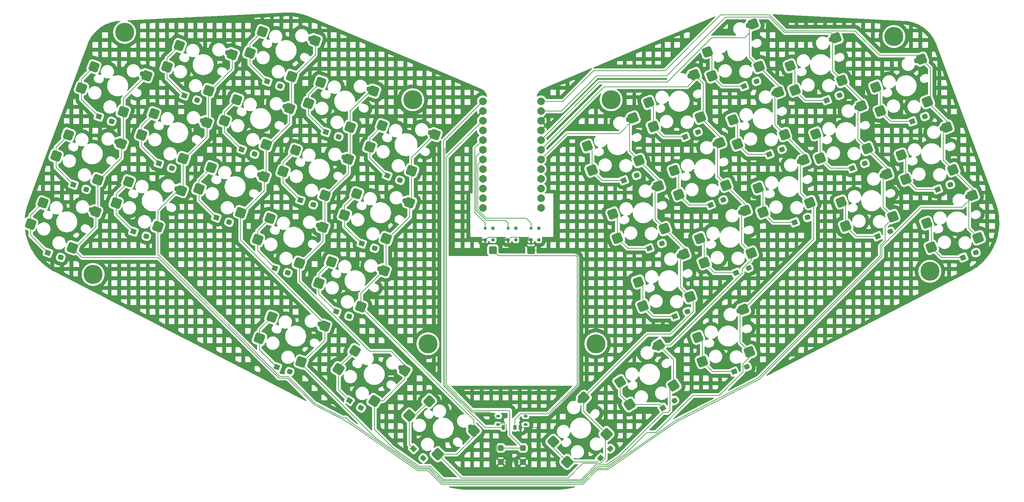
<source format=gbr>
%TF.GenerationSoftware,KiCad,Pcbnew,9.0.0*%
%TF.CreationDate,2025-08-09T09:14:43+03:00*%
%TF.ProjectId,keyatura,6b657961-7475-4726-912e-6b696361645f,rev?*%
%TF.SameCoordinates,Original*%
%TF.FileFunction,Copper,L2,Bot*%
%TF.FilePolarity,Positive*%
%FSLAX46Y46*%
G04 Gerber Fmt 4.6, Leading zero omitted, Abs format (unit mm)*
G04 Created by KiCad (PCBNEW 9.0.0) date 2025-08-09 09:14:43*
%MOMM*%
%LPD*%
G01*
G04 APERTURE LIST*
G04 Aperture macros list*
%AMRoundRect*
0 Rectangle with rounded corners*
0 $1 Rounding radius*
0 $2 $3 $4 $5 $6 $7 $8 $9 X,Y pos of 4 corners*
0 Add a 4 corners polygon primitive as box body*
4,1,4,$2,$3,$4,$5,$6,$7,$8,$9,$2,$3,0*
0 Add four circle primitives for the rounded corners*
1,1,$1+$1,$2,$3*
1,1,$1+$1,$4,$5*
1,1,$1+$1,$6,$7*
1,1,$1+$1,$8,$9*
0 Add four rect primitives between the rounded corners*
20,1,$1+$1,$2,$3,$4,$5,0*
20,1,$1+$1,$4,$5,$6,$7,0*
20,1,$1+$1,$6,$7,$8,$9,0*
20,1,$1+$1,$8,$9,$2,$3,0*%
%AMRotRect*
0 Rectangle, with rotation*
0 The origin of the aperture is its center*
0 $1 length*
0 $2 width*
0 $3 Rotation angle, in degrees counterclockwise*
0 Add horizontal line*
21,1,$1,$2,0,0,$3*%
G04 Aperture macros list end*
%TA.AperFunction,ComponentPad*%
%ADD10RoundRect,0.520000X-0.448666X-1.007720X1.007720X-0.448666X0.448666X1.007720X-1.007720X0.448666X0*%
%TD*%
%TA.AperFunction,ComponentPad*%
%ADD11C,1.450000*%
%TD*%
%TA.AperFunction,ComponentPad*%
%ADD12RoundRect,0.500000X0.422450X0.992301X-0.977920X0.454749X-0.422450X-0.992301X0.977920X-0.454749X0*%
%TD*%
%TA.AperFunction,ComponentPad*%
%ADD13RoundRect,0.520000X-0.229345X-1.078981X1.078981X-0.229345X0.229345X1.078981X-1.078981X0.229345X0*%
%TD*%
%TA.AperFunction,ComponentPad*%
%ADD14RoundRect,0.500000X0.206908X1.058449X-1.051098X0.241490X-0.206908X-1.058449X1.051098X-0.241490X0*%
%TD*%
%TA.AperFunction,ComponentPad*%
%ADD15RoundRect,0.520000X-1.074815X-0.248140X0.248140X-1.074815X1.074815X0.248140X-0.248140X1.074815X0*%
%TD*%
%TA.AperFunction,ComponentPad*%
%ADD16RoundRect,0.500000X1.046724X0.259798X-0.225349X1.054677X-1.046724X-0.259798X0.225349X-1.054677X0*%
%TD*%
%TA.AperFunction,ComponentPad*%
%ADD17RoundRect,0.520000X-0.999736X-0.466185X0.466185X-0.999736X0.999736X0.466185X-0.466185X0.999736X0*%
%TD*%
%TA.AperFunction,ComponentPad*%
%ADD18RoundRect,0.500000X0.969835X0.471747X-0.439704X0.984777X-0.969835X-0.471747X0.439704X-0.984777X0*%
%TD*%
%TA.AperFunction,ComponentPad*%
%ADD19C,5.000000*%
%TD*%
%TA.AperFunction,ComponentPad*%
%ADD20RoundRect,0.200000X-0.200000X-0.200000X0.200000X-0.200000X0.200000X0.200000X-0.200000X0.200000X0*%
%TD*%
%TA.AperFunction,ComponentPad*%
%ADD21R,0.800000X0.800000*%
%TD*%
%TA.AperFunction,ComponentPad*%
%ADD22RoundRect,0.375000X0.375000X0.375000X-0.375000X0.375000X-0.375000X-0.375000X0.375000X-0.375000X0*%
%TD*%
%TA.AperFunction,ComponentPad*%
%ADD23RoundRect,0.199800X-0.300200X-0.100200X0.300200X-0.100200X0.300200X0.100200X-0.300200X0.100200X0*%
%TD*%
%TA.AperFunction,ComponentPad*%
%ADD24RoundRect,0.225000X-0.225000X0.400000X-0.225000X-0.400000X0.225000X-0.400000X0.225000X0.400000X0*%
%TD*%
%TA.AperFunction,ComponentPad*%
%ADD25RoundRect,0.300000X-0.700000X-0.700000X0.700000X-0.700000X0.700000X0.700000X-0.700000X0.700000X0*%
%TD*%
%TA.AperFunction,ComponentPad*%
%ADD26C,2.000000*%
%TD*%
%TA.AperFunction,ComponentPad*%
%ADD27RoundRect,0.520000X0.000000X-1.103087X1.103087X0.000000X0.000000X1.103087X-1.103087X0.000000X0*%
%TD*%
%TA.AperFunction,ComponentPad*%
%ADD28RoundRect,0.500000X-0.017678X1.078338X-1.078338X0.017678X0.017678X-1.078338X1.078338X-0.017678X0*%
%TD*%
%TA.AperFunction,ComponentPad*%
%ADD29RoundRect,0.520000X-1.102919X-0.019252X0.019252X-1.102919X1.102919X0.019252X-0.019252X1.102919X0*%
%TD*%
%TA.AperFunction,ComponentPad*%
%ADD30RoundRect,0.500000X1.077865X0.036495X-0.001145X1.078482X-1.077865X-0.036495X0.001145X-1.078482X0*%
%TD*%
%TA.AperFunction,ComponentPad*%
%ADD31RoundRect,0.400000X-0.202152X-0.345385X0.381336X-0.121405X0.202152X0.345385X-0.381336X0.121405X0*%
%TD*%
%TA.AperFunction,ComponentPad*%
%ADD32RotRect,1.425000X1.300000X21.000000*%
%TD*%
%TA.AperFunction,ComponentPad*%
%ADD33RoundRect,0.400000X-0.379159X-0.128042X0.208149X-0.341804X0.379159X0.128042X-0.208149X0.341804X0*%
%TD*%
%TA.AperFunction,ComponentPad*%
%ADD34RotRect,1.425000X1.300000X340.000000*%
%TD*%
%TA.AperFunction,ComponentPad*%
%ADD35RoundRect,0.400000X-0.397495X-0.046412X0.132535X-0.377612X0.397495X0.046412X-0.132535X0.377612X0*%
%TD*%
%TA.AperFunction,ComponentPad*%
%ADD36RotRect,1.425000X1.300000X328.000000*%
%TD*%
%TA.AperFunction,ComponentPad*%
%ADD37RoundRect,0.400000X-0.044194X-0.397748X0.397748X0.044194X0.044194X0.397748X-0.397748X-0.044194X0*%
%TD*%
%TA.AperFunction,ComponentPad*%
%ADD38RotRect,1.425000X1.300000X45.000000*%
%TD*%
%TA.AperFunction,ComponentPad*%
%ADD39RoundRect,0.400000X-0.125925X-0.379867X0.398244X-0.039468X0.125925X0.379867X-0.398244X0.039468X0*%
%TD*%
%TA.AperFunction,ComponentPad*%
%ADD40RotRect,1.425000X1.300000X33.000000*%
%TD*%
%TA.AperFunction,ComponentPad*%
%ADD41RoundRect,0.400000X-0.398458X0.037246X0.051129X-0.396916X0.398458X-0.037246X-0.051129X0.396916X0*%
%TD*%
%TA.AperFunction,ComponentPad*%
%ADD42RotRect,1.425000X1.300000X316.000000*%
%TD*%
%TA.AperFunction,Conductor*%
%ADD43C,0.200000*%
%TD*%
G04 APERTURE END LIST*
D10*
%TO.P,SW22,1,1*%
%TO.N,C0*%
X276691418Y-87200263D03*
D11*
X273945107Y-76418321D03*
D12*
X275174512Y-76021377D03*
D10*
%TO.P,SW22,2,2*%
%TO.N,Net-(D22-A)*%
X264362448Y-89683507D03*
D12*
X263154677Y-83356067D03*
%TD*%
D13*
%TO.P,SW20,1,1*%
%TO.N,C3*%
X196845051Y-125947092D03*
D11*
X191917062Y-115971751D03*
D14*
X193037072Y-115327874D03*
D13*
%TO.P,SW20,2,2*%
%TO.N,Net-(D20-A)*%
X185301794Y-130939408D03*
D14*
X182804867Y-125001348D03*
%TD*%
D10*
%TO.P,SW29,1,1*%
%TO.N,C2*%
X225892718Y-60125763D03*
D11*
X223146407Y-49343821D03*
D12*
X224375812Y-48946877D03*
D10*
%TO.P,SW29,2,2*%
%TO.N,Net-(D29-A)*%
X213563748Y-62609007D03*
D12*
X212355977Y-56281567D03*
%TD*%
D15*
%TO.P,SW2,1,1*%
%TO.N,C3*%
X118385354Y-129978285D03*
D11*
X125343425Y-121296249D03*
D16*
X126400312Y-122039208D03*
D15*
%TO.P,SW2,2,2*%
%TO.N,Net-(D2-A)*%
X108982388Y-121626385D03*
D16*
X113308851Y-116853868D03*
%TD*%
D17*
%TO.P,SW8,1,1*%
%TO.N,C4*%
X114815744Y-105273461D03*
D11*
X119816667Y-95334484D03*
D18*
X121004929Y-95841468D03*
D17*
%TO.P,SW8,2,2*%
%TO.N,Net-(D8-A)*%
X103881798Y-99059057D03*
D18*
X107121455Y-93491308D03*
%TD*%
D19*
%TO.P,H3,*%
%TO.N,*%
X128450000Y-51000000D03*
%TD*%
D17*
%TO.P,SW1,1,1*%
%TO.N,C2*%
X99222444Y-119781361D03*
D11*
X104223367Y-109842384D03*
D18*
X105411629Y-110349368D03*
D17*
%TO.P,SW1,2,2*%
%TO.N,Net-(D1-A)*%
X88288498Y-113566957D03*
D18*
X91528155Y-107999208D03*
%TD*%
D10*
%TO.P,SW36,1,1*%
%TO.N,C4*%
X187771618Y-66958763D03*
D11*
X185025307Y-56176821D03*
D12*
X186254712Y-55779877D03*
D10*
%TO.P,SW36,2,2*%
%TO.N,Net-(D36-A)*%
X175442648Y-69442007D03*
D12*
X174234877Y-63114567D03*
%TD*%
D10*
%TO.P,SW19,1,1*%
%TO.N,C2*%
X216707718Y-117153863D03*
D11*
X213961407Y-106371921D03*
D12*
X215190812Y-105974977D03*
D10*
%TO.P,SW19,2,2*%
%TO.N,Net-(D19-A)*%
X204378748Y-119637107D03*
D12*
X203170977Y-113309667D03*
%TD*%
D19*
%TO.P,H5,*%
%TO.N,*%
X254560000Y-34430000D03*
%TD*%
D20*
%TO.P,L1,1,K*%
%TO.N,Net-(L1-K)*%
X155480000Y-84730000D03*
D21*
%TO.P,L1,2,A*%
%TO.N,LED1*%
X153480000Y-84730000D03*
%TD*%
D20*
%TO.P,L0,1,K*%
%TO.N,Net-(L0-K)*%
X149480000Y-84730000D03*
D21*
%TO.P,L0,2,A*%
%TO.N,LED0*%
X147480000Y-84730000D03*
%TD*%
D10*
%TO.P,SW28,1,1*%
%TO.N,C1*%
X247606118Y-63804563D03*
D11*
X244859807Y-53022621D03*
D12*
X246089212Y-52625677D03*
D10*
%TO.P,SW28,2,2*%
%TO.N,Net-(D28-A)*%
X235277148Y-66287807D03*
D12*
X234069377Y-59960367D03*
%TD*%
D17*
%TO.P,SW13,1,1*%
%TO.N,C4*%
X121487144Y-87429861D03*
D11*
X126488067Y-77490884D03*
D18*
X127676329Y-77997868D03*
D17*
%TO.P,SW13,2,2*%
%TO.N,Net-(D13-A)*%
X110553198Y-81215457D03*
D18*
X113792855Y-75647708D03*
%TD*%
D10*
%TO.P,SW30,1,1*%
%TO.N,C3*%
X210518118Y-73400763D03*
D11*
X207771807Y-62618821D03*
D12*
X209001212Y-62221877D03*
D10*
%TO.P,SW30,2,2*%
%TO.N,Net-(D30-A)*%
X198189148Y-75884007D03*
D12*
X196981377Y-69556567D03*
%TD*%
D20*
%TO.P,L2,1,K*%
%TO.N,Net-(L2-K)*%
X161480000Y-84730000D03*
D21*
%TO.P,L2,2,A*%
%TO.N,LED2*%
X159480000Y-84730000D03*
%TD*%
D22*
%TO.P,RST_BTN1,1,1*%
%TO.N,GND*%
X157350000Y-146020000D03*
X151550000Y-146020000D03*
%TO.P,RST_BTN1,2,2*%
%TO.N,RST*%
X157350000Y-142320000D03*
X151550000Y-142320000D03*
%TD*%
D23*
%TO.P,BAT_KEY1,*%
%TO.N,*%
X150850000Y-133957000D03*
X150850000Y-136193000D03*
X158050000Y-133957000D03*
X158050000Y-136193000D03*
D24*
%TO.P,BAT_KEY1,1,A*%
%TO.N,BAT+*%
X152200000Y-136900000D03*
%TO.P,BAT_KEY1,2,B*%
%TO.N,Net-(BAT_KEY1-B)*%
X155200000Y-136900000D03*
%TO.P,BAT_KEY1,3,C*%
%TO.N,GND*%
X156700000Y-136900000D03*
%TD*%
D10*
%TO.P,SW26,1,1*%
%TO.N,C4*%
X201114518Y-102645963D03*
D11*
X198368207Y-91864021D03*
D12*
X199597612Y-91467077D03*
D10*
%TO.P,SW26,2,2*%
%TO.N,Net-(D26-A)*%
X188785548Y-105129207D03*
D12*
X187577777Y-98801767D03*
%TD*%
D20*
%TO.P,R2,1*%
%TO.N,Net-(L2-K)*%
X161480000Y-87730000D03*
%TO.P,R2,2*%
%TO.N,GND*%
X159480000Y-87730000D03*
%TD*%
D19*
%TO.P,H2,*%
%TO.N,*%
X180450000Y-51000000D03*
%TD*%
D25*
%TO.P,J1,1,Pin_1*%
%TO.N,Net-(BAT_KEY1-B)*%
X149450000Y-90450000D03*
%TO.P,J1,2,Pin_2*%
%TO.N,GND*%
X159450000Y-90450000D03*
%TD*%
D17*
%TO.P,SW10,1,1*%
%TO.N,C1*%
X68324044Y-66432061D03*
D11*
X73324967Y-56493084D03*
D18*
X74513229Y-57000068D03*
D17*
%TO.P,SW10,2,2*%
%TO.N,Net-(D10-A)*%
X57390098Y-60217657D03*
D18*
X60629755Y-54649908D03*
%TD*%
D20*
%TO.P,R1,1*%
%TO.N,Net-(L1-K)*%
X155480000Y-87730000D03*
%TO.P,R1,2*%
%TO.N,GND*%
X153480000Y-87730000D03*
%TD*%
D10*
%TO.P,SW31,1,1*%
%TO.N,C4*%
X194443018Y-84802363D03*
D11*
X191696707Y-74020421D03*
D12*
X192926112Y-73623477D03*
D10*
%TO.P,SW31,2,2*%
%TO.N,Net-(D31-A)*%
X182114048Y-87285607D03*
D12*
X180906277Y-80958167D03*
%TD*%
D19*
%TO.P,H0,*%
%TO.N,*%
X44670000Y-96830000D03*
%TD*%
D10*
%TO.P,SW23,1,1*%
%TO.N,C1*%
X254277618Y-81648163D03*
D11*
X251531307Y-70866221D03*
D12*
X252760712Y-70469277D03*
D10*
%TO.P,SW23,2,2*%
%TO.N,Net-(D23-A)*%
X241948648Y-84131407D03*
D12*
X240740877Y-77803967D03*
%TD*%
D20*
%TO.P,R0,1*%
%TO.N,Net-(L0-K)*%
X149480000Y-87730000D03*
%TO.P,R0,2*%
%TO.N,GND*%
X147480000Y-87730000D03*
%TD*%
D26*
%TO.P,U1,1,P0.06*%
%TO.N,C0*%
X162060000Y-51390000D03*
%TO.P,U1,2,P0.08*%
%TO.N,C1*%
X162060000Y-53930000D03*
%TO.P,U1,3,GND*%
%TO.N,GND*%
X162060000Y-56470000D03*
%TO.P,U1,4,GND*%
X162060000Y-59010000D03*
%TO.P,U1,5,P0.17*%
%TO.N,C2*%
X162060000Y-61550000D03*
%TO.P,U1,6,P0.20*%
%TO.N,C3*%
X162060000Y-64090000D03*
%TO.P,U1,7,P0.22*%
%TO.N,C4*%
X162060000Y-66630000D03*
%TO.P,U1,8,P0.24*%
%TO.N,unconnected-(U1-P0.24-Pad8)*%
X162060000Y-69170000D03*
%TO.P,U1,9,P1.00*%
%TO.N,R7*%
X162060000Y-71710000D03*
%TO.P,U1,10,P0.11*%
%TO.N,R6*%
X162060000Y-74250000D03*
%TO.P,U1,11,P1.04-LF*%
%TO.N,R5*%
X162060000Y-76790000D03*
%TO.P,U1,12,P1.06-LF*%
%TO.N,R4*%
X162060000Y-79330000D03*
%TO.P,U1,13,BAT+*%
%TO.N,BAT+*%
X146820000Y-51390000D03*
%TO.P,U1,14,GND*%
%TO.N,GND*%
X146820000Y-53930000D03*
%TO.P,U1,15,RST*%
%TO.N,RST*%
X146820000Y-56470000D03*
%TO.P,U1,16,3V3*%
%TO.N,unconnected-(U1-3V3-Pad16)*%
X146820000Y-59010000D03*
%TO.P,U1,17,P0.31-LF*%
%TO.N,LED0*%
X146820000Y-61550000D03*
%TO.P,U1,18,P0.29-LF*%
%TO.N,LED1*%
X146820000Y-64090000D03*
%TO.P,U1,19,P0.02-LF*%
%TO.N,LED2*%
X146820000Y-66630000D03*
%TO.P,U1,20,P1.15-LF*%
%TO.N,unconnected-(U1-P1.15-LF-Pad20)*%
X146820000Y-69170000D03*
%TO.P,U1,21,P1.13-LF*%
%TO.N,R3*%
X146820000Y-71710000D03*
%TO.P,U1,22,P1.11-LF*%
%TO.N,R2*%
X146820000Y-74250000D03*
%TO.P,U1,23,P0.10-LF*%
%TO.N,R1*%
X146820000Y-76790000D03*
%TO.P,U1,24,P0.09-LF*%
%TO.N,R0*%
X146820000Y-79330000D03*
%TD*%
D10*
%TO.P,SW32,1,1*%
%TO.N,C0*%
X263348518Y-51513063D03*
D11*
X260602207Y-40731121D03*
D12*
X261831612Y-40334177D03*
D10*
%TO.P,SW32,2,2*%
%TO.N,Net-(D32-A)*%
X251019548Y-53996307D03*
D12*
X249811777Y-47668867D03*
%TD*%
D17*
%TO.P,SW6,1,1*%
%TO.N,C2*%
X83366044Y-80596861D03*
D11*
X88366967Y-70657884D03*
D18*
X89555229Y-71164868D03*
D17*
%TO.P,SW6,2,2*%
%TO.N,Net-(D6-A)*%
X72432098Y-74382457D03*
D18*
X75671755Y-68814708D03*
%TD*%
D17*
%TO.P,SW18,1,1*%
%TO.N,C4*%
X128158644Y-69586261D03*
D11*
X133159567Y-59647284D03*
D18*
X134347829Y-60154268D03*
D17*
%TO.P,SW18,2,2*%
%TO.N,Net-(D18-A)*%
X117224698Y-63371857D03*
D18*
X120464355Y-57804108D03*
%TD*%
D10*
%TO.P,SW34,1,1*%
%TO.N,C2*%
X219221318Y-42282163D03*
D11*
X216475007Y-31500221D03*
D12*
X217704412Y-31103277D03*
D10*
%TO.P,SW34,2,2*%
%TO.N,Net-(D34-A)*%
X206892348Y-44765407D03*
D12*
X205684577Y-38437967D03*
%TD*%
D17*
%TO.P,SW7,1,1*%
%TO.N,C3*%
X98740644Y-93871861D03*
D11*
X103741567Y-83932884D03*
D18*
X104929829Y-84439868D03*
D17*
%TO.P,SW7,2,2*%
%TO.N,Net-(D7-A)*%
X87806698Y-87657457D03*
D18*
X91046355Y-82089708D03*
%TD*%
D10*
%TO.P,SW27,1,1*%
%TO.N,C0*%
X270019918Y-69356663D03*
D11*
X267273607Y-58574721D03*
D12*
X268503012Y-58177777D03*
D10*
%TO.P,SW27,2,2*%
%TO.N,Net-(D27-A)*%
X257690948Y-71839907D03*
D12*
X256483177Y-65512467D03*
%TD*%
D17*
%TO.P,SW12,1,1*%
%TO.N,C3*%
X105412144Y-76028261D03*
D11*
X110413067Y-66089284D03*
D18*
X111601329Y-66596268D03*
D17*
%TO.P,SW12,2,2*%
%TO.N,Net-(D12-A)*%
X94478198Y-69813857D03*
D18*
X97717855Y-64246108D03*
%TD*%
D10*
%TO.P,SW24,1,1*%
%TO.N,C2*%
X232564218Y-77969363D03*
D11*
X229817907Y-67187421D03*
D12*
X231047312Y-66790477D03*
D10*
%TO.P,SW24,2,2*%
%TO.N,Net-(D24-A)*%
X220235248Y-80452607D03*
D12*
X219027477Y-74125167D03*
%TD*%
D19*
%TO.P,H4,*%
%TO.N,*%
X52930000Y-33320000D03*
%TD*%
D17*
%TO.P,SW5,1,1*%
%TO.N,C1*%
X61652644Y-84275661D03*
D11*
X66653567Y-74336684D03*
D18*
X67841829Y-74843668D03*
D17*
%TO.P,SW5,2,2*%
%TO.N,Net-(D5-A)*%
X50718698Y-78061257D03*
D18*
X53958355Y-72493508D03*
%TD*%
D17*
%TO.P,SW9,1,1*%
%TO.N,C0*%
X45910244Y-71984161D03*
D11*
X50911167Y-62045184D03*
D18*
X52099429Y-62552168D03*
D17*
%TO.P,SW9,2,2*%
%TO.N,Net-(D9-A)*%
X34976298Y-65769757D03*
D18*
X38215955Y-60202008D03*
%TD*%
D17*
%TO.P,SW4,1,1*%
%TO.N,C0*%
X39238844Y-89827761D03*
D11*
X44239767Y-79888784D03*
D18*
X45428029Y-80395768D03*
D17*
%TO.P,SW4,2,2*%
%TO.N,Net-(D4-A)*%
X28304898Y-83613357D03*
D18*
X31544555Y-78045608D03*
%TD*%
D17*
%TO.P,SW15,1,1*%
%TO.N,C1*%
X74995544Y-48588461D03*
D11*
X79996467Y-38649484D03*
D18*
X81184729Y-39156468D03*
D17*
%TO.P,SW15,2,2*%
%TO.N,Net-(D15-A)*%
X64061598Y-42374057D03*
D18*
X67301255Y-36806308D03*
%TD*%
D27*
%TO.P,SW21,1,1*%
%TO.N,C4*%
X179244625Y-138677935D03*
D11*
X172350334Y-129945166D03*
D28*
X173311999Y-129082496D03*
D27*
%TO.P,SW21,2,2*%
%TO.N,Net-(D21-A)*%
X168991577Y-145961135D03*
D28*
X165314622Y-140671976D03*
%TD*%
D29*
%TO.P,SW3,1,1*%
%TO.N,C4*%
X135009273Y-143936641D03*
D11*
X143620390Y-136890992D03*
D30*
X144499712Y-137837455D03*
D29*
%TO.P,SW3,2,2*%
%TO.N,Net-(D3-A)*%
X127548242Y-133812263D03*
D30*
X132772423Y-130043560D03*
%TD*%
D10*
%TO.P,SW35,1,1*%
%TO.N,C3*%
X203846618Y-55557163D03*
D11*
X201100307Y-44775221D03*
D12*
X202329712Y-44378277D03*
D10*
%TO.P,SW35,2,2*%
%TO.N,Net-(D35-A)*%
X191517648Y-58040407D03*
D12*
X190309877Y-51712967D03*
%TD*%
D10*
%TO.P,SW25,1,1*%
%TO.N,C3*%
X217189518Y-91244363D03*
D11*
X214443207Y-80462421D03*
D12*
X215672612Y-80065477D03*
D10*
%TO.P,SW25,2,2*%
%TO.N,Net-(D25-A)*%
X204860548Y-93727607D03*
D12*
X203652777Y-87400167D03*
%TD*%
D17*
%TO.P,SW14,1,1*%
%TO.N,C0*%
X52581744Y-54140561D03*
D11*
X57582667Y-44201584D03*
D18*
X58770929Y-44708568D03*
D17*
%TO.P,SW14,2,2*%
%TO.N,Net-(D14-A)*%
X41647798Y-47926157D03*
D18*
X44887455Y-42358408D03*
%TD*%
D10*
%TO.P,SW33,1,1*%
%TO.N,C1*%
X240934718Y-45960963D03*
D11*
X238188407Y-35179021D03*
D12*
X239417812Y-34782077D03*
D10*
%TO.P,SW33,2,2*%
%TO.N,Net-(D33-A)*%
X228605748Y-48444207D03*
D12*
X227397977Y-42116767D03*
%TD*%
D17*
%TO.P,SW17,1,1*%
%TO.N,C3*%
X112083544Y-58184661D03*
D11*
X117084467Y-48245684D03*
D18*
X118272729Y-48752668D03*
D17*
%TO.P,SW17,2,2*%
%TO.N,Net-(D17-A)*%
X101149598Y-51970257D03*
D18*
X104389255Y-46402508D03*
%TD*%
D17*
%TO.P,SW16,1,1*%
%TO.N,C2*%
X96708944Y-44909661D03*
D11*
X101709867Y-34970684D03*
D18*
X102898129Y-35477668D03*
D17*
%TO.P,SW16,2,2*%
%TO.N,Net-(D16-A)*%
X85774998Y-38695257D03*
D18*
X89014655Y-33127508D03*
%TD*%
D19*
%TO.P,H7,*%
%TO.N,*%
X132450000Y-115000000D03*
%TD*%
D17*
%TO.P,SW11,1,1*%
%TO.N,C2*%
X90037444Y-62753261D03*
D11*
X95038367Y-52814284D03*
D18*
X96226629Y-53321268D03*
D17*
%TO.P,SW11,2,2*%
%TO.N,Net-(D11-A)*%
X79103498Y-56538857D03*
D18*
X82343155Y-50971108D03*
%TD*%
D19*
%TO.P,H6,*%
%TO.N,*%
X176450000Y-115000000D03*
%TD*%
D31*
%TO.P,D30,1,K*%
%TO.N,R6*%
X209875175Y-77289017D03*
D32*
%TO.P,D30,2,A*%
%TO.N,Net-(D30-A)*%
X206537625Y-78570183D03*
%TD*%
D31*
%TO.P,D22,1,K*%
%TO.N,R5*%
X276048475Y-91088617D03*
D32*
%TO.P,D22,2,A*%
%TO.N,Net-(D22-A)*%
X272710925Y-92369783D03*
%TD*%
D33*
%TO.P,D18,1,K*%
%TO.N,R3*%
X125122501Y-72099061D03*
D34*
%TO.P,D18,2,A*%
%TO.N,Net-(D18-A)*%
X121763099Y-70876339D03*
%TD*%
D33*
%TO.P,D8,1,K*%
%TO.N,R1*%
X111779601Y-107786261D03*
D34*
%TO.P,D8,2,A*%
%TO.N,Net-(D8-A)*%
X108420199Y-106563539D03*
%TD*%
D33*
%TO.P,D11,1,K*%
%TO.N,R2*%
X87001301Y-65266061D03*
D34*
%TO.P,D11,2,A*%
%TO.N,Net-(D11-A)*%
X83641899Y-64043339D03*
%TD*%
D33*
%TO.P,D17,1,K*%
%TO.N,R3*%
X109047401Y-60697361D03*
D34*
%TO.P,D17,2,A*%
%TO.N,Net-(D17-A)*%
X105687999Y-59474639D03*
%TD*%
D35*
%TO.P,D2,1,K*%
%TO.N,R0*%
X114893086Y-131804931D03*
D36*
%TO.P,D2,2,A*%
%TO.N,Net-(D2-A)*%
X111861314Y-129910469D03*
%TD*%
D31*
%TO.P,D28,1,K*%
%TO.N,R6*%
X246963275Y-67692817D03*
D32*
%TO.P,D28,2,A*%
%TO.N,Net-(D28-A)*%
X243625725Y-68973983D03*
%TD*%
D31*
%TO.P,D34,1,K*%
%TO.N,R7*%
X218578375Y-46170517D03*
D32*
%TO.P,D34,2,A*%
%TO.N,Net-(D34-A)*%
X215240825Y-47451683D03*
%TD*%
D31*
%TO.P,D29,1,K*%
%TO.N,R6*%
X225249875Y-64014117D03*
D32*
%TO.P,D29,2,A*%
%TO.N,Net-(D29-A)*%
X221912325Y-65295283D03*
%TD*%
D37*
%TO.P,D21,1,K*%
%TO.N,R4*%
X180238853Y-142491547D03*
D38*
%TO.P,D21,2,A*%
%TO.N,Net-(D21-A)*%
X177710947Y-145019453D03*
%TD*%
D31*
%TO.P,D25,1,K*%
%TO.N,R5*%
X216546675Y-95132617D03*
D32*
%TO.P,D25,2,A*%
%TO.N,Net-(D25-A)*%
X213209125Y-96413783D03*
%TD*%
D39*
%TO.P,D20,1,K*%
%TO.N,R4*%
X197024624Y-129884158D03*
D40*
%TO.P,D20,2,A*%
%TO.N,Net-(D20-A)*%
X194026376Y-131831242D03*
%TD*%
D33*
%TO.P,D16,1,K*%
%TO.N,R3*%
X93672801Y-47422461D03*
D34*
%TO.P,D16,2,A*%
%TO.N,Net-(D16-A)*%
X90313399Y-46199739D03*
%TD*%
D31*
%TO.P,D26,1,K*%
%TO.N,R5*%
X200471575Y-106534317D03*
D32*
%TO.P,D26,2,A*%
%TO.N,Net-(D26-A)*%
X197134025Y-107815483D03*
%TD*%
D31*
%TO.P,D36,1,K*%
%TO.N,R7*%
X187128675Y-70847117D03*
D32*
%TO.P,D36,2,A*%
%TO.N,Net-(D36-A)*%
X183791125Y-72128283D03*
%TD*%
D31*
%TO.P,D31,1,K*%
%TO.N,R6*%
X193800175Y-88690717D03*
D32*
%TO.P,D31,2,A*%
%TO.N,Net-(D31-A)*%
X190462625Y-89971883D03*
%TD*%
D31*
%TO.P,D33,1,K*%
%TO.N,R7*%
X240291775Y-49849217D03*
D32*
%TO.P,D33,2,A*%
%TO.N,Net-(D33-A)*%
X236954225Y-51130383D03*
%TD*%
D19*
%TO.P,H1,*%
%TO.N,*%
X264000000Y-96000000D03*
%TD*%
D31*
%TO.P,D35,1,K*%
%TO.N,R7*%
X203203775Y-59445417D03*
D32*
%TO.P,D35,2,A*%
%TO.N,Net-(D35-A)*%
X199866225Y-60726583D03*
%TD*%
D31*
%TO.P,D32,1,K*%
%TO.N,R7*%
X262705575Y-55401417D03*
D32*
%TO.P,D32,2,A*%
%TO.N,Net-(D32-A)*%
X259368025Y-56682583D03*
%TD*%
D33*
%TO.P,D6,1,K*%
%TO.N,R1*%
X80329901Y-83109661D03*
D34*
%TO.P,D6,2,A*%
%TO.N,Net-(D6-A)*%
X76970499Y-81886939D03*
%TD*%
D33*
%TO.P,D15,1,K*%
%TO.N,R3*%
X71959401Y-51101161D03*
D34*
%TO.P,D15,2,A*%
%TO.N,Net-(D15-A)*%
X68599999Y-49878439D03*
%TD*%
D33*
%TO.P,D9,1,K*%
%TO.N,R2*%
X42874101Y-74496961D03*
D34*
%TO.P,D9,2,A*%
%TO.N,Net-(D9-A)*%
X39514699Y-73274239D03*
%TD*%
D41*
%TO.P,D3,1,K*%
%TO.N,R0*%
X131213620Y-144997202D03*
D42*
%TO.P,D3,2,A*%
%TO.N,Net-(D3-A)*%
X128641980Y-142513798D03*
%TD*%
D31*
%TO.P,D23,1,K*%
%TO.N,R5*%
X253634675Y-85536417D03*
D32*
%TO.P,D23,2,A*%
%TO.N,Net-(D23-A)*%
X250297125Y-86817583D03*
%TD*%
D31*
%TO.P,D24,1,K*%
%TO.N,R5*%
X231921275Y-81857717D03*
D32*
%TO.P,D24,2,A*%
%TO.N,Net-(D24-A)*%
X228583725Y-83138883D03*
%TD*%
D31*
%TO.P,D19,1,K*%
%TO.N,R4*%
X216064875Y-121042217D03*
D32*
%TO.P,D19,2,A*%
%TO.N,Net-(D19-A)*%
X212727325Y-122323383D03*
%TD*%
D33*
%TO.P,D5,1,K*%
%TO.N,R1*%
X58616501Y-86788361D03*
D34*
%TO.P,D5,2,A*%
%TO.N,Net-(D5-A)*%
X55257099Y-85565639D03*
%TD*%
D33*
%TO.P,D1,1,K*%
%TO.N,R0*%
X96186301Y-122294161D03*
D34*
%TO.P,D1,2,A*%
%TO.N,Net-(D1-A)*%
X92826899Y-121071439D03*
%TD*%
D33*
%TO.P,D13,1,K*%
%TO.N,R2*%
X118451001Y-89942661D03*
D34*
%TO.P,D13,2,A*%
%TO.N,Net-(D13-A)*%
X115091599Y-88719939D03*
%TD*%
D33*
%TO.P,D4,1,K*%
%TO.N,R1*%
X36202701Y-92340561D03*
D34*
%TO.P,D4,2,A*%
%TO.N,Net-(D4-A)*%
X32843299Y-91117839D03*
%TD*%
D33*
%TO.P,D10,1,K*%
%TO.N,R2*%
X65287901Y-68944761D03*
D34*
%TO.P,D10,2,A*%
%TO.N,Net-(D10-A)*%
X61928499Y-67722039D03*
%TD*%
D31*
%TO.P,D27,1,K*%
%TO.N,R6*%
X269377075Y-73245017D03*
D32*
%TO.P,D27,2,A*%
%TO.N,Net-(D27-A)*%
X266039525Y-74526183D03*
%TD*%
D33*
%TO.P,D12,1,K*%
%TO.N,R2*%
X102376001Y-78540961D03*
D34*
%TO.P,D12,2,A*%
%TO.N,Net-(D12-A)*%
X99016599Y-77318239D03*
%TD*%
D33*
%TO.P,D14,1,K*%
%TO.N,R3*%
X49545601Y-56653361D03*
D34*
%TO.P,D14,2,A*%
%TO.N,Net-(D14-A)*%
X46186199Y-55430639D03*
%TD*%
D33*
%TO.P,D7,1,K*%
%TO.N,R1*%
X95704501Y-96384561D03*
D34*
%TO.P,D7,2,A*%
%TO.N,Net-(D7-A)*%
X92345099Y-95161839D03*
%TD*%
D43*
%TO.N,Net-(D1-A)*%
X88288498Y-113566957D02*
X88288498Y-116533038D01*
X88288498Y-111238865D02*
X88288498Y-113566957D01*
X91528155Y-107999208D02*
X88288498Y-111238865D01*
X88288498Y-116533038D02*
X92826899Y-121071439D01*
%TO.N,C2*%
X129984201Y-147489111D02*
X132798411Y-147489111D01*
X230079781Y-67758008D02*
X230079781Y-75484926D01*
X90776739Y-62753261D02*
X90037444Y-62753261D01*
X216707718Y-118546351D02*
X216707718Y-117153863D01*
X89555229Y-74888234D02*
X83846602Y-80596861D01*
X230079781Y-75484926D02*
X232564218Y-77969363D01*
X162060000Y-61550000D02*
X177230000Y-46380000D01*
X215500000Y-34730000D02*
X216736881Y-33493119D01*
X214223281Y-106942508D02*
X214223281Y-114669426D01*
X105411629Y-109913003D02*
X105411629Y-110349368D01*
X233570450Y-78975595D02*
X233570450Y-87595339D01*
X96226629Y-53321268D02*
X96226629Y-57303371D01*
X176496489Y-147254211D02*
X178070000Y-147254211D01*
X219221318Y-42282163D02*
X224375812Y-47436657D01*
X223408281Y-49914408D02*
X223408281Y-57641326D01*
X105411629Y-114072734D02*
X99703002Y-119781361D01*
X216736881Y-32690000D02*
X216736881Y-39797726D01*
X99703002Y-119781361D02*
X99222444Y-119781361D01*
X208841483Y-128538517D02*
X214978108Y-122401892D01*
X96226629Y-57303371D02*
X90776739Y-62753261D01*
X172732700Y-151018000D02*
X176496489Y-147254211D01*
X195297846Y-46252154D02*
X195170000Y-46380000D01*
X223408281Y-57641326D02*
X225892718Y-60125763D01*
X90037444Y-62753261D02*
X90037444Y-70682653D01*
X90037444Y-70682653D02*
X89555229Y-71164868D01*
X96708944Y-52838953D02*
X96226629Y-53321268D01*
X96708944Y-44909661D02*
X96708944Y-52838953D01*
X189753105Y-138265069D02*
X192196582Y-138265069D01*
X192196582Y-138265069D02*
X201923134Y-128538517D01*
X214978108Y-122401892D02*
X214978108Y-120275961D01*
X83366044Y-80596861D02*
X83366044Y-87867418D01*
X102898129Y-39261871D02*
X97250339Y-44909661D01*
X206822154Y-34730000D02*
X215500000Y-34730000D01*
X216736881Y-32070808D02*
X216736881Y-32690000D01*
X195300000Y-46252154D02*
X206822154Y-34730000D01*
X224375812Y-48946877D02*
X223408281Y-49914408D01*
X179362178Y-147193118D02*
X184168486Y-143849688D01*
X201923134Y-128538517D02*
X208841483Y-128538517D01*
X102898129Y-35477668D02*
X102898129Y-39261871D01*
X216736881Y-39797726D02*
X219221318Y-42282163D01*
X132798411Y-147489111D02*
X136327300Y-151018000D01*
X216736881Y-33493119D02*
X216736881Y-32690000D01*
X217704412Y-31103277D02*
X216736881Y-32070808D01*
X99222444Y-120164921D02*
X118689999Y-139632476D01*
X177230000Y-46380000D02*
X195170000Y-46380000D01*
X214978108Y-120275961D02*
X216707718Y-118546351D01*
X83366044Y-87867418D02*
X105411629Y-109913003D01*
X231047312Y-65280357D02*
X231047312Y-66790477D01*
X232564218Y-77969363D02*
X233570450Y-78975595D01*
X136327300Y-151018000D02*
X172732700Y-151018000D01*
X231047312Y-66790477D02*
X230079781Y-67758008D01*
X215190812Y-105974977D02*
X214223281Y-106942508D01*
X178131093Y-147193118D02*
X179362178Y-147193118D01*
X214223281Y-114669426D02*
X216707718Y-117153863D01*
X178070000Y-147254211D02*
X178131093Y-147193118D01*
X83846602Y-80596861D02*
X83366044Y-80596861D01*
X97250339Y-44909661D02*
X96708944Y-44909661D01*
X225892718Y-60125763D02*
X231047312Y-65280357D01*
X99222444Y-119781361D02*
X99222444Y-120164921D01*
X233570450Y-87595339D02*
X215190812Y-105974977D01*
X184168486Y-143849688D02*
X189753105Y-138265069D01*
X195300000Y-46252154D02*
X195297846Y-46252154D01*
X89555229Y-71164868D02*
X89555229Y-74888234D01*
X118689999Y-139632476D02*
X129984201Y-147489111D01*
X105411629Y-110349368D02*
X105411629Y-114072734D01*
X224375812Y-47436657D02*
X224375812Y-48946877D01*
%TO.N,Net-(D2-A)*%
X108982388Y-121626385D02*
X108982388Y-127031543D01*
X113308851Y-116853868D02*
X108982388Y-121180331D01*
X108982388Y-127031543D02*
X111861314Y-129910469D01*
X108982388Y-121180331D02*
X108982388Y-121626385D01*
%TO.N,C3*%
X195905276Y-126886867D02*
X196845051Y-125947092D01*
X123204292Y-142284292D02*
X124959692Y-143505410D01*
X124959692Y-143505410D02*
X130109958Y-147088111D01*
X105412144Y-76028261D02*
X105412144Y-83957553D01*
X98740644Y-93871861D02*
X98740644Y-98568618D01*
X214705081Y-81033008D02*
X214705081Y-88759926D01*
X122775895Y-116990065D02*
X126400312Y-120614482D01*
X162060000Y-64090000D02*
X178576843Y-47573157D01*
X196845051Y-119135853D02*
X196845051Y-125947092D01*
X120688479Y-129978285D02*
X118385354Y-129978285D01*
X117278855Y-48752668D02*
X112083544Y-53947979D01*
X118272729Y-48752668D02*
X117278855Y-48752668D01*
X111601329Y-66596268D02*
X111601329Y-70319634D01*
X111601329Y-70319634D02*
X105892702Y-76028261D01*
X215672612Y-78555257D02*
X215672612Y-80065477D01*
X118385354Y-129978285D02*
X118385354Y-137465354D01*
X112083544Y-66114053D02*
X111601329Y-66596268D01*
X194018419Y-133065433D02*
X195276340Y-133065433D01*
X126400312Y-122039208D02*
X126400312Y-124266452D01*
X217189518Y-91244363D02*
X217189518Y-92991754D01*
X209001212Y-62221877D02*
X208290000Y-62933089D01*
X202329712Y-44378277D02*
X204614592Y-46663157D01*
X130109958Y-147088111D02*
X132964511Y-147088111D01*
X182703668Y-144380184D02*
X194018419Y-133065433D01*
X204614592Y-46663157D02*
X204614592Y-54789189D01*
X104929829Y-84439868D02*
X104929829Y-88163234D01*
X202329712Y-45660288D02*
X202329712Y-44378277D01*
X214705081Y-88759926D02*
X217189518Y-91244363D01*
X204614592Y-54789189D02*
X203846618Y-55557163D01*
X208290000Y-62933089D02*
X208290000Y-71172645D01*
X215672612Y-80065477D02*
X214705081Y-81033008D01*
X214820000Y-95361272D02*
X214820000Y-96478191D01*
X132964511Y-147088111D02*
X136493400Y-150617000D01*
X105892702Y-76028261D02*
X105412144Y-76028261D01*
X203846618Y-55557163D02*
X209001212Y-60711757D01*
X179236420Y-146792118D02*
X182703668Y-144380184D01*
X208290000Y-71172645D02*
X210518118Y-73400763D01*
X136493400Y-150617000D02*
X172566600Y-150617000D01*
X104929829Y-88163234D02*
X99221202Y-93871861D01*
X217189518Y-92991754D02*
X214820000Y-95361272D01*
X126400312Y-124266452D02*
X120688479Y-129978285D01*
X200416843Y-47573157D02*
X202329712Y-45660288D01*
X172566600Y-150617000D02*
X176391482Y-146792118D01*
X195970317Y-115327874D02*
X193037072Y-115327874D01*
X98740644Y-98568618D02*
X117162091Y-116990065D01*
X195276340Y-133065433D02*
X195905276Y-132436497D01*
X214820000Y-96478191D02*
X195970317Y-115327874D01*
X178576843Y-47573157D02*
X200416843Y-47573157D01*
X193037072Y-115327874D02*
X196845051Y-119135853D01*
X126400312Y-120614482D02*
X126400312Y-122039208D01*
X105412144Y-83957553D02*
X104929829Y-84439868D01*
X117162091Y-116990065D02*
X122775895Y-116990065D01*
X112083544Y-53947979D02*
X112083544Y-58184661D01*
X118385354Y-137465354D02*
X123204292Y-142284292D01*
X176391482Y-146792118D02*
X179236420Y-146792118D01*
X112083544Y-58184661D02*
X112083544Y-66114053D01*
X209001212Y-60711757D02*
X209001212Y-62221877D01*
X210518118Y-73400763D02*
X215672612Y-78555257D01*
X99221202Y-93871861D02*
X98740644Y-93871861D01*
X195905276Y-132436497D02*
X195905276Y-126886867D01*
%TO.N,C4*%
X128158644Y-66130287D02*
X128158644Y-69586261D01*
X198630081Y-100161526D02*
X201114518Y-102645963D01*
X144499712Y-139419747D02*
X139982818Y-143936641D01*
X114815744Y-101817487D02*
X114815744Y-105273461D01*
X178975380Y-145099938D02*
X178975380Y-138947180D01*
X191958581Y-74591008D02*
X191958581Y-82317926D01*
X128158644Y-69586261D02*
X128158644Y-77515553D01*
X121967702Y-87429861D02*
X121487144Y-87429861D01*
X182645251Y-59850000D02*
X186254712Y-56240539D01*
X162160000Y-66730000D02*
X162060000Y-66630000D01*
X191958581Y-82317926D02*
X194443018Y-84802363D01*
X189884495Y-112510000D02*
X173311999Y-129082496D01*
X177713183Y-146362135D02*
X178975380Y-145099938D01*
X121487144Y-95359253D02*
X121004929Y-95841468D01*
X128158644Y-77515553D02*
X127676329Y-77997868D01*
X134134663Y-60154268D02*
X128158644Y-66130287D01*
X201980000Y-106580000D02*
X196050000Y-112510000D01*
X192926112Y-73623477D02*
X191958581Y-74591008D01*
X192926112Y-72113257D02*
X192926112Y-73623477D01*
X173311999Y-132745309D02*
X179244625Y-138677935D01*
X187771618Y-66958763D02*
X192926112Y-72113257D01*
X141288632Y-150216000D02*
X169190000Y-150216000D01*
X114815744Y-105273461D02*
X144499712Y-134957429D01*
X201114518Y-104038451D02*
X201114518Y-102645963D01*
X196050000Y-112510000D02*
X189884495Y-112510000D01*
X201114518Y-102645963D02*
X201980000Y-103511445D01*
X199597612Y-89956957D02*
X199597612Y-91467077D01*
X186254712Y-55779877D02*
X185287181Y-56747408D01*
X169190000Y-150216000D02*
X173043865Y-146362135D01*
X135009273Y-143936641D02*
X141288632Y-150216000D01*
X185287181Y-56747408D02*
X185287181Y-64474326D01*
X127676329Y-81721234D02*
X121967702Y-87429861D01*
X134347829Y-60154268D02*
X134134663Y-60154268D01*
X144499712Y-134957429D02*
X144499712Y-137837455D01*
X185287181Y-64474326D02*
X187771618Y-66958763D01*
X199597612Y-91467077D02*
X198630081Y-92434608D01*
X127676329Y-77997868D02*
X127676329Y-81721234D01*
X173311999Y-129082496D02*
X173311999Y-132745309D01*
X144499712Y-137837455D02*
X144499712Y-139419747D01*
X139982818Y-143936641D02*
X135009273Y-143936641D01*
X121487144Y-87429861D02*
X121487144Y-95359253D01*
X194443018Y-84802363D02*
X199597612Y-89956957D01*
X121004929Y-95841468D02*
X120791763Y-95841468D01*
X168840000Y-59850000D02*
X182645251Y-59850000D01*
X162060000Y-66630000D02*
X168840000Y-59850000D01*
X198630081Y-92434608D02*
X198630081Y-100161526D01*
X173043865Y-146362135D02*
X177713183Y-146362135D01*
X178975380Y-138947180D02*
X179244625Y-138677935D01*
X201980000Y-103511445D02*
X201980000Y-106580000D01*
X186254712Y-56240539D02*
X186254712Y-55779877D01*
X120791763Y-95841468D02*
X114815744Y-101817487D01*
%TO.N,Net-(D3-A)*%
X127548242Y-141420060D02*
X128641980Y-142513798D01*
X132772423Y-130043560D02*
X129003720Y-133812263D01*
X127548242Y-133812263D02*
X127548242Y-141420060D01*
X129003720Y-133812263D02*
X127548242Y-133812263D01*
%TO.N,C0*%
X268503012Y-58177777D02*
X267535481Y-59145308D01*
X173064900Y-151820000D02*
X135995100Y-151820000D01*
X93341000Y-123961000D02*
X61780000Y-92400000D01*
X52581744Y-62069853D02*
X52099429Y-62552168D01*
X194574288Y-43360000D02*
X209184288Y-28750000D01*
X162100000Y-51430000D02*
X167810000Y-51430000D01*
X52581744Y-54140561D02*
X52581744Y-62069853D01*
X185068239Y-144200752D02*
X185068239Y-144200751D01*
X110130225Y-134853429D02*
X110120647Y-134856415D01*
X95581000Y-123961000D02*
X93341000Y-123961000D01*
X251420000Y-92120000D02*
X219148236Y-124391764D01*
X129732687Y-148291111D02*
X112445668Y-136265668D01*
X58557763Y-44708568D02*
X52581744Y-50684587D01*
X179364406Y-148056211D02*
X176828689Y-148056211D01*
X112198150Y-136093486D02*
X112175954Y-136071290D01*
X112445668Y-136265668D02*
X112363518Y-136183518D01*
X41811083Y-92400000D02*
X39238844Y-89827761D01*
X198800279Y-134856392D02*
X198790703Y-134853407D01*
X261653743Y-79216257D02*
X251420000Y-89450000D01*
X189000183Y-141465556D02*
X185068239Y-144200752D01*
X132466211Y-148291111D02*
X129732687Y-148291111D01*
X112363518Y-136183518D02*
X112327575Y-136183518D01*
X179525871Y-148056211D02*
X179492753Y-148079249D01*
X52099429Y-62552168D02*
X52099429Y-66275534D01*
X45428029Y-84391971D02*
X39992239Y-89827761D01*
X264116492Y-42619057D02*
X264116492Y-50745089D01*
X197228043Y-135741047D02*
X196595136Y-136173680D01*
X219148236Y-124391764D02*
X215270000Y-126386279D01*
X250787295Y-39347295D02*
X260844730Y-39347295D01*
X110120647Y-134856415D02*
X102617843Y-130997843D01*
X45910244Y-71984161D02*
X45910244Y-79913553D01*
X272440294Y-79216257D02*
X261653743Y-79216257D01*
X175880000Y-43360000D02*
X194574288Y-43360000D01*
X198111823Y-135209598D02*
X197228043Y-135741047D01*
X52581744Y-50684587D02*
X52581744Y-54140561D01*
X209184288Y-28750000D02*
X221947100Y-28750000D01*
X110809100Y-135209623D02*
X110130225Y-134853429D01*
X209111408Y-129553544D02*
X198800279Y-134856392D01*
X179492753Y-148079249D02*
X179364406Y-148056211D01*
X179525873Y-148056211D02*
X179525871Y-148056211D01*
X274206981Y-76988908D02*
X274206981Y-84715826D01*
X198790703Y-134853407D02*
X198111823Y-135209598D01*
X275174512Y-76021377D02*
X274206981Y-76988908D01*
X267535481Y-59145308D02*
X267535481Y-66872226D01*
X221947100Y-28750000D02*
X226185214Y-32988114D01*
X111692811Y-135741034D02*
X110809100Y-135209623D01*
X196593284Y-136183536D02*
X189000183Y-141465556D01*
X167810000Y-51430000D02*
X175880000Y-43360000D01*
X261831612Y-40334177D02*
X264116492Y-42619057D01*
X61780000Y-92400000D02*
X41811083Y-92400000D01*
X52099429Y-66275534D02*
X46390802Y-71984161D01*
X275174512Y-74511257D02*
X275174512Y-76021377D01*
X45428029Y-80395768D02*
X45428029Y-84391971D01*
X244428114Y-32988114D02*
X250787295Y-39347295D01*
X45910244Y-79913553D02*
X45428029Y-80395768D01*
X58770929Y-44708568D02*
X58557763Y-44708568D01*
X39992239Y-89827761D02*
X39238844Y-89827761D01*
X270019918Y-69356663D02*
X275174512Y-74511257D01*
X215270000Y-126386279D02*
X209111408Y-129553544D01*
X112175954Y-136071290D02*
X111940690Y-135910474D01*
X46390802Y-71984161D02*
X45910244Y-71984161D01*
X176828689Y-148056211D02*
X173064900Y-151820000D01*
X111940690Y-135910474D02*
X111692811Y-135741034D01*
X264116492Y-50745089D02*
X263348518Y-51513063D01*
X185068239Y-144200752D02*
X179525873Y-148056211D01*
X251420000Y-89450000D02*
X251420000Y-92120000D01*
X267535481Y-66872226D02*
X270019918Y-69356663D01*
X263348518Y-51513063D02*
X268503012Y-56667557D01*
X275174512Y-76482039D02*
X272440294Y-79216257D01*
X196595136Y-136173680D02*
X196593284Y-136183536D01*
X135995100Y-151820000D02*
X132466211Y-148291111D01*
X102617843Y-130997843D02*
X95581000Y-123961000D01*
X275174512Y-76021377D02*
X275174512Y-76482039D01*
X274206981Y-84715826D02*
X276691418Y-87200263D01*
X112327575Y-136183518D02*
X112198150Y-136093486D01*
X268503012Y-56667557D02*
X268503012Y-58177777D01*
X162060000Y-51390000D02*
X162100000Y-51430000D01*
X260844730Y-39347295D02*
X261831612Y-40334177D01*
X226185214Y-32988114D02*
X244428114Y-32988114D01*
%TO.N,Net-(D4-A)*%
X28304898Y-86579438D02*
X32843299Y-91117839D01*
X28304898Y-81285265D02*
X28304898Y-83613357D01*
X31544555Y-78045608D02*
X28304898Y-81285265D01*
X28304898Y-83613357D02*
X28304898Y-86579438D01*
%TO.N,Net-(D5-A)*%
X50718698Y-75733165D02*
X50718698Y-78061257D01*
X50718698Y-81027238D02*
X55257099Y-85565639D01*
X53958355Y-72493508D02*
X50718698Y-75733165D01*
X50718698Y-78061257D02*
X50718698Y-81027238D01*
%TO.N,C1*%
X198624603Y-134445816D02*
X198704456Y-134445816D01*
X251793181Y-79163726D02*
X254277618Y-81648163D01*
X238450281Y-43476526D02*
X240934718Y-45960963D01*
X196471177Y-135772680D02*
X196875782Y-135496106D01*
X95414900Y-123560000D02*
X95747100Y-123560000D01*
X68804602Y-66432061D02*
X68324044Y-66432061D01*
X214938893Y-126105639D02*
X215234315Y-125953709D01*
X179430473Y-147634092D02*
X184702892Y-143966418D01*
X176662589Y-147655211D02*
X176994789Y-147655211D01*
X251793181Y-71436808D02*
X251793181Y-79163726D01*
X132632311Y-147890111D02*
X132867211Y-148125011D01*
X197011377Y-135403418D02*
X197011381Y-135403416D01*
X176620000Y-44740000D02*
X167430000Y-53930000D01*
X196338002Y-135863714D02*
X196429036Y-135772680D01*
X190774157Y-139743038D02*
X192626763Y-138454301D01*
X74995544Y-48588461D02*
X74995544Y-56517753D01*
X198751479Y-134421144D02*
X198762885Y-134424700D01*
X179271765Y-147632173D02*
X179400114Y-147655211D01*
X218909047Y-124063853D02*
X219453444Y-123519456D01*
X184827680Y-143874210D02*
X184902139Y-143799751D01*
X184702892Y-143966418D02*
X184795100Y-143874210D01*
X254277618Y-82137587D02*
X254277618Y-81648163D01*
X188738035Y-141159434D02*
X188907544Y-141041518D01*
X247606118Y-63804563D02*
X252760712Y-68959157D01*
X197138875Y-135316265D02*
X197152158Y-135318762D01*
X246089212Y-51115457D02*
X246089212Y-52625677D01*
X172898800Y-151419000D02*
X176427689Y-147890111D01*
X112420882Y-135749118D02*
X112272771Y-135601007D01*
X208780301Y-129272905D02*
X208780301Y-129272904D01*
X198047519Y-134780348D02*
X198060633Y-134783613D01*
X184942483Y-143799751D02*
X188634836Y-141231222D01*
X196429036Y-135772680D02*
X196471177Y-135772680D01*
X109079873Y-133870238D02*
X110111123Y-134400594D01*
X102857032Y-130669932D02*
X109079873Y-133870238D01*
X167430000Y-53930000D02*
X162060000Y-53930000D01*
X245121681Y-53593208D02*
X245121681Y-61320126D01*
X95982000Y-123794900D02*
X102857032Y-130669932D01*
X215234315Y-125953709D02*
X218909047Y-124063853D01*
X74513229Y-60723434D02*
X68804602Y-66432061D01*
X197152158Y-135318762D02*
X197774408Y-134944580D01*
X196231718Y-135936366D02*
X196338002Y-135863714D01*
X188907544Y-141041518D02*
X190774157Y-139743038D01*
X176994789Y-147655211D02*
X179238647Y-147655211D01*
X214938893Y-126105640D02*
X214938893Y-126105639D01*
X198762885Y-134424700D02*
X208780301Y-129272905D01*
X74995544Y-56517753D02*
X74513229Y-57000068D01*
X251019000Y-89616100D02*
X251019000Y-89283900D01*
X93630826Y-123560000D02*
X95414900Y-123560000D01*
X240934718Y-45960963D02*
X246089212Y-51115457D01*
X197915181Y-134859928D02*
X197915183Y-134859927D01*
X196229511Y-135948108D02*
X196231718Y-135936366D01*
X198704456Y-134445816D02*
X198751479Y-134421144D01*
X132300111Y-147890111D02*
X132632311Y-147890111D01*
X198536460Y-134533959D02*
X198624603Y-134445816D01*
X112529618Y-135782518D02*
X112454282Y-135782518D01*
X110145016Y-134418024D02*
X110029554Y-134358644D01*
X112198556Y-135601007D02*
X111015573Y-134418024D01*
X61652644Y-80038979D02*
X61652644Y-84275661D01*
X184902139Y-143799751D02*
X184942483Y-143799751D01*
X196875782Y-135496106D02*
X196879047Y-135482993D01*
X251253900Y-89049000D02*
X252282603Y-88020297D01*
X238450281Y-35749608D02*
X238450281Y-43476526D01*
X179238647Y-147655211D02*
X179271765Y-147632173D01*
X208780301Y-129272904D02*
X214869000Y-126141585D01*
X112703971Y-135956871D02*
X112529618Y-135782518D01*
X238025735Y-33390000D02*
X239417812Y-34782077D01*
X136161200Y-151419000D02*
X172898800Y-151419000D01*
X192626763Y-138454301D02*
X196229511Y-135948108D01*
X188634836Y-141231222D02*
X188634836Y-141231223D01*
X179400114Y-147655211D02*
X179430473Y-147634092D01*
X252760712Y-70469277D02*
X251793181Y-71436808D01*
X197915177Y-134859930D02*
X197915181Y-134859928D01*
X195020000Y-44740000D02*
X176620000Y-44740000D01*
X112272771Y-135601007D02*
X112198556Y-135601007D01*
X246089212Y-52625677D02*
X245121681Y-53593208D01*
X197774408Y-134944580D02*
X197778431Y-134931677D01*
X68324044Y-74361453D02*
X67841829Y-74843668D01*
X197778431Y-134931677D02*
X197915177Y-134859930D01*
X252282603Y-88020297D02*
X252282603Y-84132602D01*
X188907544Y-141041518D02*
X188907543Y-141041518D01*
X184795100Y-143874210D02*
X184827680Y-143874210D01*
X210450686Y-29309314D02*
X195020000Y-44740000D01*
X251019000Y-89283900D02*
X251253900Y-89049000D01*
X67841829Y-74843668D02*
X66847955Y-74843668D01*
X221939314Y-29309314D02*
X210450686Y-29309314D01*
X252282603Y-84132602D02*
X254277618Y-82137587D01*
X197011381Y-135403416D02*
X197011384Y-135403414D01*
X81184729Y-42879834D02*
X75476102Y-48588461D01*
X214869000Y-126141585D02*
X214938893Y-126105640D01*
X74513229Y-57000068D02*
X74513229Y-60723434D01*
X252760712Y-68959157D02*
X252760712Y-70469277D01*
X197011384Y-135403414D02*
X197138875Y-135316265D01*
X176427689Y-147890111D02*
X176662589Y-147655211D01*
X112454282Y-135782518D02*
X112420882Y-135749118D01*
X226020000Y-33390000D02*
X238025735Y-33390000D01*
X81184729Y-39156468D02*
X81184729Y-38394332D01*
X188634836Y-141231222D02*
X188738035Y-141159434D01*
X226020000Y-33390000D02*
X221939314Y-29309314D01*
X245121681Y-61320126D02*
X247606118Y-63804563D01*
X61652644Y-84275661D02*
X61652644Y-91581818D01*
X68324044Y-66432061D02*
X68324044Y-74361453D01*
X61652644Y-91581818D02*
X93630826Y-123560000D01*
X196879047Y-135482993D02*
X197011377Y-135403418D01*
X66847955Y-74843668D02*
X61652644Y-80038979D01*
X251019000Y-91953900D02*
X251019000Y-89616100D01*
X219453444Y-123519456D02*
X251019000Y-91953900D01*
X132867211Y-148125011D02*
X136161200Y-151419000D01*
X81184729Y-39156468D02*
X81184729Y-42879834D01*
X75476102Y-48588461D02*
X74995544Y-48588461D01*
X197915183Y-134859927D02*
X198047519Y-134780348D01*
X129858444Y-147890111D02*
X112703971Y-135956871D01*
X111015573Y-134418024D02*
X110145016Y-134418024D01*
X198060633Y-134783613D02*
X198536460Y-134533959D01*
X95747100Y-123560000D02*
X95982000Y-123794900D01*
X129858444Y-147890111D02*
X132300111Y-147890111D01*
X239417812Y-34782077D02*
X238450281Y-35749608D01*
%TO.N,Net-(D6-A)*%
X72432098Y-72054365D02*
X72432098Y-74382457D01*
X72432098Y-77348538D02*
X76970499Y-81886939D01*
X72432098Y-74382457D02*
X72432098Y-77348538D01*
X75671755Y-68814708D02*
X72432098Y-72054365D01*
%TO.N,Net-(D7-A)*%
X91046355Y-82089708D02*
X87806698Y-85329365D01*
X87806698Y-85329365D02*
X87806698Y-87657457D01*
X87806698Y-87657457D02*
X87806698Y-90623438D01*
X87806698Y-90623438D02*
X92345099Y-95161839D01*
%TO.N,Net-(D8-A)*%
X103881798Y-102025138D02*
X108420199Y-106563539D01*
X103881798Y-96730965D02*
X103881798Y-99059057D01*
X103881798Y-99059057D02*
X103881798Y-102025138D01*
X107121455Y-93491308D02*
X103881798Y-96730965D01*
%TO.N,Net-(D9-A)*%
X38215955Y-60202008D02*
X34976298Y-63441665D01*
X34976298Y-65769757D02*
X34976298Y-68735838D01*
X34976298Y-63441665D02*
X34976298Y-65769757D01*
X34976298Y-68735838D02*
X39514699Y-73274239D01*
%TO.N,Net-(D10-A)*%
X57390098Y-63183638D02*
X61928499Y-67722039D01*
X57390098Y-57889565D02*
X57390098Y-60217657D01*
X60629755Y-54649908D02*
X57390098Y-57889565D01*
X57390098Y-60217657D02*
X57390098Y-63183638D01*
%TO.N,Net-(D11-A)*%
X79103498Y-54210765D02*
X79103498Y-56538857D01*
X79103498Y-59504938D02*
X83641899Y-64043339D01*
X82343155Y-50971108D02*
X79103498Y-54210765D01*
X79103498Y-56538857D02*
X79103498Y-59504938D01*
%TO.N,Net-(D12-A)*%
X94478198Y-67485765D02*
X94478198Y-69813857D01*
X97717855Y-64246108D02*
X94478198Y-67485765D01*
X94478198Y-69813857D02*
X94478198Y-72779838D01*
X94478198Y-72779838D02*
X99016599Y-77318239D01*
%TO.N,Net-(D13-A)*%
X110553198Y-84181538D02*
X115091599Y-88719939D01*
X110553198Y-78887365D02*
X110553198Y-81215457D01*
X113792855Y-75647708D02*
X110553198Y-78887365D01*
X110553198Y-81215457D02*
X110553198Y-84181538D01*
%TO.N,Net-(D14-A)*%
X41647798Y-50892238D02*
X46186199Y-55430639D01*
X41647798Y-47926157D02*
X41647798Y-50892238D01*
X41647798Y-45598065D02*
X41647798Y-47926157D01*
X44887455Y-42358408D02*
X41647798Y-45598065D01*
%TO.N,Net-(D15-A)*%
X64061598Y-40045965D02*
X64061598Y-42374057D01*
X64061598Y-42374057D02*
X64061598Y-45340038D01*
X67301255Y-36806308D02*
X64061598Y-40045965D01*
X64061598Y-45340038D02*
X68599999Y-49878439D01*
%TO.N,Net-(D16-A)*%
X85774998Y-41661338D02*
X90313399Y-46199739D01*
X89014655Y-33127508D02*
X85774998Y-36367165D01*
X85774998Y-38695257D02*
X85774998Y-41661338D01*
X85774998Y-36367165D02*
X85774998Y-38695257D01*
%TO.N,Net-(D17-A)*%
X101149598Y-51970257D02*
X101149598Y-54936238D01*
X101149598Y-49642165D02*
X101149598Y-51970257D01*
X104389255Y-46402508D02*
X101149598Y-49642165D01*
X101149598Y-54936238D02*
X105687999Y-59474639D01*
%TO.N,Net-(D18-A)*%
X117224698Y-66337938D02*
X121763099Y-70876339D01*
X117224698Y-63371857D02*
X117224698Y-66337938D01*
X120464355Y-57804108D02*
X117224698Y-61043765D01*
X117224698Y-61043765D02*
X117224698Y-63371857D01*
%TO.N,Net-(D19-A)*%
X207065024Y-122323383D02*
X212727325Y-122323383D01*
X204378748Y-119637107D02*
X207065024Y-122323383D01*
X203170977Y-113309667D02*
X204378748Y-114517438D01*
X204378748Y-114517438D02*
X204378748Y-119637107D01*
%TO.N,Net-(D20-A)*%
X193134542Y-130939408D02*
X194026376Y-131831242D01*
X182804867Y-128442481D02*
X185301794Y-130939408D01*
X185301794Y-130939408D02*
X193134542Y-130939408D01*
X182804867Y-125001348D02*
X182804867Y-128442481D01*
%TO.N,Net-(D21-A)*%
X176769265Y-145961135D02*
X177710947Y-145019453D01*
X165314622Y-140671976D02*
X165314622Y-142284180D01*
X168991577Y-145961135D02*
X176769265Y-145961135D01*
X165314622Y-142284180D02*
X168991577Y-145961135D01*
%TO.N,Net-(D22-A)*%
X264362448Y-89683507D02*
X267048724Y-92369783D01*
X267048724Y-92369783D02*
X272710925Y-92369783D01*
X264362448Y-84563838D02*
X264362448Y-89683507D01*
X263154677Y-83356067D02*
X264362448Y-84563838D01*
%TO.N,Net-(D23-A)*%
X241948648Y-84131407D02*
X244634824Y-86817583D01*
X240740877Y-77803967D02*
X241948648Y-79011738D01*
X244634824Y-86817583D02*
X250297125Y-86817583D01*
X241948648Y-79011738D02*
X241948648Y-84131407D01*
%TO.N,Net-(D24-A)*%
X220235248Y-75332938D02*
X220235248Y-80452607D01*
X220235248Y-80452607D02*
X222921524Y-83138883D01*
X222921524Y-83138883D02*
X228583725Y-83138883D01*
X219027477Y-74125167D02*
X220235248Y-75332938D01*
%TO.N,Net-(D25-A)*%
X204860548Y-88607938D02*
X204860548Y-93727607D01*
X203652777Y-87400167D02*
X204860548Y-88607938D01*
X207546724Y-96413783D02*
X213209125Y-96413783D01*
X204860548Y-93727607D02*
X207546724Y-96413783D01*
%TO.N,Net-(D26-A)*%
X188785548Y-105129207D02*
X191471824Y-107815483D01*
X187577777Y-98801767D02*
X188785548Y-100009538D01*
X188785548Y-100009538D02*
X188785548Y-105129207D01*
X191471824Y-107815483D02*
X197134025Y-107815483D01*
%TO.N,Net-(D27-A)*%
X257690948Y-71839907D02*
X260377224Y-74526183D01*
X257690948Y-66720238D02*
X257690948Y-71839907D01*
X260377224Y-74526183D02*
X266039525Y-74526183D01*
X256483177Y-65512467D02*
X257690948Y-66720238D01*
%TO.N,Net-(D28-A)*%
X237963324Y-68973983D02*
X243625725Y-68973983D01*
X235277148Y-66287807D02*
X237963324Y-68973983D01*
X234069377Y-59960367D02*
X235277148Y-61168138D01*
X235277148Y-61168138D02*
X235277148Y-66287807D01*
%TO.N,Net-(D29-A)*%
X212355977Y-56281567D02*
X213563748Y-57489338D01*
X213563748Y-62609007D02*
X216250024Y-65295283D01*
X213563748Y-57489338D02*
X213563748Y-62609007D01*
X216250024Y-65295283D02*
X221912325Y-65295283D01*
%TO.N,Net-(D30-A)*%
X198189148Y-75884007D02*
X200875324Y-78570183D01*
X196981377Y-69556567D02*
X198189148Y-70764338D01*
X198189148Y-70764338D02*
X198189148Y-75884007D01*
X200875324Y-78570183D02*
X206537625Y-78570183D01*
%TO.N,Net-(D31-A)*%
X182114048Y-82165938D02*
X182114048Y-87285607D01*
X184800324Y-89971883D02*
X190462625Y-89971883D01*
X182114048Y-87285607D02*
X184800324Y-89971883D01*
X180906277Y-80958167D02*
X182114048Y-82165938D01*
%TO.N,Net-(D32-A)*%
X249811777Y-47668867D02*
X251019548Y-48876638D01*
X251019548Y-53996307D02*
X253705824Y-56682583D01*
X251019548Y-48876638D02*
X251019548Y-53996307D01*
X253705824Y-56682583D02*
X259368025Y-56682583D01*
%TO.N,Net-(D33-A)*%
X228605748Y-48444207D02*
X231291924Y-51130383D01*
X227397977Y-42116767D02*
X228605748Y-43324538D01*
X231291924Y-51130383D02*
X236954225Y-51130383D01*
X228605748Y-43324538D02*
X228605748Y-48444207D01*
%TO.N,Net-(D34-A)*%
X209578624Y-47451683D02*
X215240825Y-47451683D01*
X206892348Y-44765407D02*
X209578624Y-47451683D01*
X205684577Y-38437967D02*
X206892348Y-39645738D01*
X206892348Y-39645738D02*
X206892348Y-44765407D01*
%TO.N,Net-(D35-A)*%
X191517648Y-58040407D02*
X194203824Y-60726583D01*
X194203824Y-60726583D02*
X199866225Y-60726583D01*
X190309877Y-51712967D02*
X191517648Y-52920738D01*
X191517648Y-52920738D02*
X191517648Y-58040407D01*
%TO.N,Net-(D36-A)*%
X174234877Y-63114567D02*
X175442648Y-64322338D01*
X175442648Y-69442007D02*
X178128924Y-72128283D01*
X175442648Y-64322338D02*
X175442648Y-69442007D01*
X178128924Y-72128283D02*
X183791125Y-72128283D01*
%TO.N,Net-(BAT_KEY1-B)*%
X171551000Y-125748942D02*
X171551000Y-92251058D01*
X171198942Y-91899000D02*
X150899000Y-91899000D01*
X156652636Y-133356000D02*
X163943942Y-133356000D01*
X163943942Y-133356000D02*
X171551000Y-125748942D01*
X171551000Y-92251058D02*
X171198942Y-91899000D01*
X150899000Y-91899000D02*
X149450000Y-90450000D01*
X155200000Y-136900000D02*
X155200000Y-134808636D01*
X155200000Y-134808636D02*
X156652636Y-133356000D01*
%TO.N,GND*%
X172000000Y-92132958D02*
X172000000Y-125867042D01*
X152951000Y-138720000D02*
X152951000Y-136275890D01*
X158779000Y-87029000D02*
X159480000Y-87730000D01*
X151750890Y-135974000D02*
X148696890Y-132920000D01*
X150499000Y-141172000D02*
X152951000Y-138720000D01*
X143952958Y-132920000D02*
X136899000Y-125866042D01*
X151550000Y-146020000D02*
X150499000Y-144969000D01*
X147480000Y-87730000D02*
X148181000Y-87029000D01*
X136899000Y-125866042D02*
X136899000Y-63851000D01*
X161553521Y-136313521D02*
X160967042Y-136900000D01*
X150499000Y-144969000D02*
X150499000Y-141172000D01*
X161010000Y-136857042D02*
X161553521Y-136313521D01*
X160967042Y-136900000D02*
X156700000Y-136900000D01*
X152951000Y-136275890D02*
X152649110Y-135974000D01*
X152779000Y-87029000D02*
X153480000Y-87730000D01*
X148181000Y-87029000D02*
X152779000Y-87029000D01*
X158401000Y-144969000D02*
X157350000Y-146020000D01*
X161010000Y-142360000D02*
X161010000Y-136857042D01*
X159480000Y-90350000D02*
X159480000Y-87730000D01*
X148696890Y-132920000D02*
X143952958Y-132920000D01*
X159450000Y-90450000D02*
X170317042Y-90450000D01*
X153480000Y-87730000D02*
X154181000Y-87029000D01*
X172000000Y-125867042D02*
X161553521Y-136313521D01*
X159450000Y-90450000D02*
X159450000Y-90380000D01*
X152649110Y-135974000D02*
X151750890Y-135974000D01*
X159450000Y-90380000D02*
X159480000Y-90350000D01*
X170317042Y-90450000D02*
X172000000Y-92132958D01*
X157350000Y-146020000D02*
X151550000Y-146020000D01*
X136899000Y-63851000D02*
X146820000Y-53930000D01*
X154181000Y-87029000D02*
X158779000Y-87029000D01*
X157350000Y-146020000D02*
X161010000Y-142360000D01*
%TO.N,BAT+*%
X136498000Y-126032142D02*
X147365858Y-136900000D01*
X146820000Y-51390000D02*
X136498000Y-61712000D01*
X147365858Y-136900000D02*
X152200000Y-136900000D01*
X136498000Y-61712000D02*
X136498000Y-126032142D01*
%TO.N,LED1*%
X147732008Y-82649000D02*
X152769000Y-82649000D01*
X153480000Y-83360000D02*
X153480000Y-84730000D01*
X145118000Y-80034992D02*
X147732008Y-82649000D01*
X146820000Y-64090000D02*
X145118000Y-65792000D01*
X145118000Y-65792000D02*
X145118000Y-80034992D01*
X152769000Y-82649000D02*
X153480000Y-83360000D01*
%TO.N,LED0*%
X146820000Y-61550000D02*
X144717000Y-63653000D01*
X144717000Y-63653000D02*
X144717000Y-80597000D01*
X144717000Y-80597000D02*
X147480000Y-83360000D01*
X147480000Y-83360000D02*
X147480000Y-84730000D01*
%TO.N,LED2*%
X158214650Y-82038497D02*
X159480000Y-83303847D01*
X145519000Y-79868892D02*
X147682645Y-82032537D01*
X146820000Y-66630000D02*
X145519000Y-67931000D01*
X159480000Y-83303847D02*
X159480000Y-84730000D01*
X145519000Y-67931000D02*
X145519000Y-79868892D01*
X147682645Y-82032537D02*
X150110520Y-82032537D01*
X150116480Y-82038497D02*
X158214650Y-82038497D01*
X150110520Y-82032537D02*
X150116480Y-82038497D01*
%TO.N,RST*%
X153890000Y-138860000D02*
X157350000Y-142320000D01*
X153890000Y-132500000D02*
X144100058Y-132500000D01*
X153890000Y-138860000D02*
X153890000Y-132500000D01*
X137300000Y-65990000D02*
X146820000Y-56470000D01*
X144100058Y-132500000D02*
X137300000Y-125699942D01*
X157350000Y-142320000D02*
X151550000Y-142320000D01*
X137300000Y-125699942D02*
X137300000Y-65990000D01*
%TD*%
%TA.AperFunction,Conductor*%
%TO.N,GND*%
G36*
X106433050Y-95130196D02*
G01*
X106953500Y-95319624D01*
X107273504Y-95436096D01*
X107389316Y-95466954D01*
X107470034Y-95472644D01*
X107535520Y-95496993D01*
X107577449Y-95552883D01*
X107582505Y-95622570D01*
X107549083Y-95683927D01*
X107534199Y-95696653D01*
X107470977Y-95742587D01*
X107348392Y-95865172D01*
X107348392Y-95865173D01*
X107348390Y-95865175D01*
X107339209Y-95877812D01*
X107246489Y-96005428D01*
X107167782Y-96159897D01*
X107167781Y-96159900D01*
X107114211Y-96324775D01*
X107087091Y-96496001D01*
X107087091Y-96669376D01*
X107114211Y-96840602D01*
X107167781Y-97005477D01*
X107167782Y-97005480D01*
X107240411Y-97148020D01*
X107246489Y-97159949D01*
X107348390Y-97300203D01*
X107470977Y-97422790D01*
X107611231Y-97524691D01*
X107667493Y-97553358D01*
X107765699Y-97603397D01*
X107765702Y-97603398D01*
X107930575Y-97656968D01*
X107930577Y-97656968D01*
X107930579Y-97656969D01*
X107949731Y-97660002D01*
X107990971Y-97666534D01*
X108027868Y-97678521D01*
X108160716Y-97746211D01*
X108325460Y-97799740D01*
X108496550Y-97826838D01*
X108496551Y-97826838D01*
X108669771Y-97826838D01*
X108669772Y-97826838D01*
X108840862Y-97799740D01*
X109005606Y-97746211D01*
X109159949Y-97667570D01*
X109300089Y-97565752D01*
X109422575Y-97443266D01*
X109524393Y-97303126D01*
X109603034Y-97148783D01*
X109656563Y-96984039D01*
X109683661Y-96812949D01*
X109683661Y-96639727D01*
X109656563Y-96468637D01*
X109656559Y-96468625D01*
X109655852Y-96465677D01*
X109655910Y-96464513D01*
X109655801Y-96463825D01*
X109655945Y-96463802D01*
X109659339Y-96395894D01*
X109699999Y-96339074D01*
X109764924Y-96313257D01*
X109833500Y-96326640D01*
X109838424Y-96329336D01*
X109869410Y-96347226D01*
X109869425Y-96347233D01*
X109933098Y-96373607D01*
X110081415Y-96435042D01*
X110303064Y-96494432D01*
X110519614Y-96522941D01*
X110528281Y-96524083D01*
X110530568Y-96524384D01*
X110530575Y-96524384D01*
X110760029Y-96524384D01*
X110760036Y-96524384D01*
X110987540Y-96494432D01*
X111159921Y-96448243D01*
X111229769Y-96449906D01*
X111287631Y-96489069D01*
X111315135Y-96553297D01*
X111303548Y-96622199D01*
X111288959Y-96645331D01*
X111110064Y-96869658D01*
X110945703Y-97131237D01*
X110811668Y-97409563D01*
X110811662Y-97409577D01*
X110709635Y-97701152D01*
X110709631Y-97701164D01*
X110640889Y-98002344D01*
X110640886Y-98002362D01*
X110606300Y-98309328D01*
X110606300Y-98618271D01*
X110640886Y-98925237D01*
X110640889Y-98925255D01*
X110709631Y-99226435D01*
X110709635Y-99226447D01*
X110811662Y-99518022D01*
X110811668Y-99518036D01*
X110945703Y-99796362D01*
X110945705Y-99796365D01*
X111110065Y-100057943D01*
X111302680Y-100299474D01*
X111521126Y-100517920D01*
X111762657Y-100710535D01*
X112024235Y-100874895D01*
X112302571Y-101008935D01*
X112324951Y-101016766D01*
X112594152Y-101110964D01*
X112594164Y-101110968D01*
X112895348Y-101179711D01*
X112895354Y-101179711D01*
X112895362Y-101179713D01*
X113071886Y-101199602D01*
X113202329Y-101214299D01*
X113202332Y-101214300D01*
X113202335Y-101214300D01*
X113511268Y-101214300D01*
X113511269Y-101214299D01*
X113668156Y-101196622D01*
X113818237Y-101179713D01*
X113818242Y-101179712D01*
X113818252Y-101179711D01*
X114119436Y-101110968D01*
X114411029Y-101008935D01*
X114455676Y-100987433D01*
X114524617Y-100976080D01*
X114588752Y-101003802D01*
X114627718Y-101061797D01*
X114629145Y-101131652D01*
X114597161Y-101186834D01*
X114447030Y-101336965D01*
X114335225Y-101448769D01*
X114335223Y-101448772D01*
X114331320Y-101455533D01*
X114300391Y-101509104D01*
X114256167Y-101585702D01*
X114215243Y-101738430D01*
X114215243Y-101738432D01*
X114215243Y-101906533D01*
X114215244Y-101906546D01*
X114215244Y-103154497D01*
X114195559Y-103221536D01*
X114142755Y-103267291D01*
X114108782Y-103277250D01*
X114105833Y-103277671D01*
X114105828Y-103277672D01*
X113916190Y-103344363D01*
X113916182Y-103344367D01*
X113743212Y-103446763D01*
X113743203Y-103446770D01*
X113593527Y-103580949D01*
X113472902Y-103741753D01*
X113472901Y-103741755D01*
X113449074Y-103791430D01*
X113407746Y-103877590D01*
X113329903Y-104091464D01*
X113288477Y-104147728D01*
X113223208Y-104172664D01*
X113154819Y-104158354D01*
X113105024Y-104109342D01*
X113089381Y-104049054D01*
X113089381Y-103893258D01*
X113089380Y-103893244D01*
X113082167Y-103838457D01*
X113059429Y-103665748D01*
X113000039Y-103444099D01*
X112949025Y-103320940D01*
X112912230Y-103232109D01*
X112912227Y-103232103D01*
X112912225Y-103232098D01*
X112797492Y-103033374D01*
X112797489Y-103033371D01*
X112797488Y-103033368D01*
X112657799Y-102851324D01*
X112657792Y-102851316D01*
X112495551Y-102689075D01*
X112495542Y-102689067D01*
X112313498Y-102549378D01*
X112251038Y-102513317D01*
X112200838Y-102484334D01*
X112114771Y-102434643D01*
X112114757Y-102434636D01*
X111902768Y-102346828D01*
X111894580Y-102344634D01*
X111681119Y-102287438D01*
X111643096Y-102282432D01*
X111453622Y-102257486D01*
X111453615Y-102257486D01*
X111224147Y-102257486D01*
X111224139Y-102257486D01*
X111007596Y-102285995D01*
X110996643Y-102287438D01*
X110909577Y-102310767D01*
X110774993Y-102346828D01*
X110563004Y-102434636D01*
X110562990Y-102434643D01*
X110364263Y-102549378D01*
X110182219Y-102689067D01*
X110019962Y-102851324D01*
X109880273Y-103033368D01*
X109765538Y-103232095D01*
X109765531Y-103232109D01*
X109677723Y-103444098D01*
X109663019Y-103498974D01*
X109627996Y-103629687D01*
X109618334Y-103665745D01*
X109618332Y-103665756D01*
X109588381Y-103893244D01*
X109588381Y-104122727D01*
X109608104Y-104272531D01*
X109618333Y-104350224D01*
X109656080Y-104491098D01*
X109677723Y-104571873D01*
X109765531Y-104783862D01*
X109765537Y-104783874D01*
X109869110Y-104963269D01*
X109880273Y-104982603D01*
X110019962Y-105164647D01*
X110019970Y-105164656D01*
X110182211Y-105326897D01*
X110182219Y-105326904D01*
X110364263Y-105466593D01*
X110364266Y-105466594D01*
X110364269Y-105466597D01*
X110562993Y-105581330D01*
X110562998Y-105581332D01*
X110563004Y-105581335D01*
X110654361Y-105619176D01*
X110774994Y-105669144D01*
X110996643Y-105728534D01*
X111224147Y-105758486D01*
X111224154Y-105758486D01*
X111453608Y-105758486D01*
X111453615Y-105758486D01*
X111681119Y-105728534D01*
X111902768Y-105669144D01*
X112114769Y-105581330D01*
X112313493Y-105466597D01*
X112495542Y-105326905D01*
X112495546Y-105326900D01*
X112495551Y-105326897D01*
X112657792Y-105164656D01*
X112657797Y-105164650D01*
X112657800Y-105164647D01*
X112702867Y-105105914D01*
X112759293Y-105064713D01*
X112829039Y-105060558D01*
X112889959Y-105094770D01*
X112922712Y-105156487D01*
X112917763Y-105223812D01*
X112839907Y-105437720D01*
X112835120Y-105456399D01*
X112802505Y-105583653D01*
X112792959Y-105758486D01*
X112791546Y-105784372D01*
X112791546Y-105784376D01*
X112819955Y-105983377D01*
X112886646Y-106173014D01*
X112886650Y-106173022D01*
X112988008Y-106344239D01*
X112989049Y-106345997D01*
X113123232Y-106495678D01*
X113284038Y-106616304D01*
X113419865Y-106681455D01*
X113419872Y-106681457D01*
X113419873Y-106681458D01*
X113777942Y-106811784D01*
X114980008Y-107249299D01*
X115125936Y-107286700D01*
X115326657Y-107297659D01*
X115525661Y-107269249D01*
X115715297Y-107202559D01*
X115745750Y-107184530D01*
X115813467Y-107167317D01*
X115879739Y-107189447D01*
X115896601Y-107203553D01*
X141963353Y-133270305D01*
X141996838Y-133331628D01*
X141991854Y-133401320D01*
X141949982Y-133457253D01*
X141884518Y-133481670D01*
X141875672Y-133481986D01*
X141687446Y-133481986D01*
X141470903Y-133510495D01*
X141459950Y-133511938D01*
X141366264Y-133537040D01*
X141238300Y-133571328D01*
X141026311Y-133659136D01*
X141026297Y-133659143D01*
X140827570Y-133773878D01*
X140645526Y-133913567D01*
X140483269Y-134075824D01*
X140343580Y-134257868D01*
X140228845Y-134456595D01*
X140228838Y-134456609D01*
X140141030Y-134668598D01*
X140111761Y-134777833D01*
X140092965Y-134847984D01*
X140081641Y-134890245D01*
X140081639Y-134890256D01*
X140051688Y-135117744D01*
X140051688Y-135347227D01*
X140075134Y-135525306D01*
X140081640Y-135574724D01*
X140135170Y-135774502D01*
X140141030Y-135796373D01*
X140228838Y-136008362D01*
X140228845Y-136008376D01*
X140251119Y-136046955D01*
X140321889Y-136169534D01*
X140343580Y-136207103D01*
X140483269Y-136389147D01*
X140483277Y-136389156D01*
X140645518Y-136551397D01*
X140645526Y-136551404D01*
X140645527Y-136551405D01*
X140694738Y-136589166D01*
X140827570Y-136691093D01*
X140827573Y-136691094D01*
X140827576Y-136691097D01*
X141026300Y-136805830D01*
X141026305Y-136805832D01*
X141026311Y-136805835D01*
X141117668Y-136843676D01*
X141238301Y-136893644D01*
X141459950Y-136953034D01*
X141687454Y-136982986D01*
X141687461Y-136982986D01*
X141916915Y-136982986D01*
X141916922Y-136982986D01*
X142144426Y-136953034D01*
X142246446Y-136925698D01*
X142316292Y-136927361D01*
X142374155Y-136966523D01*
X142401009Y-137026075D01*
X142422757Y-137163389D01*
X142425066Y-137177964D01*
X142429761Y-137192414D01*
X142484676Y-137361425D01*
X142492798Y-137377364D01*
X142505695Y-137446033D01*
X142493069Y-137487646D01*
X142493284Y-137487734D01*
X142492345Y-137490029D01*
X142491769Y-137491931D01*
X142490907Y-137493548D01*
X142490905Y-137493554D01*
X142433390Y-137688731D01*
X142416340Y-137891499D01*
X142440455Y-138093548D01*
X142504749Y-138286604D01*
X142504750Y-138286607D01*
X142606587Y-138462765D01*
X142606588Y-138462766D01*
X142606590Y-138462769D01*
X142685093Y-138553333D01*
X143237750Y-139087027D01*
X143526210Y-139365590D01*
X143560760Y-139426319D01*
X143556992Y-139496087D01*
X143527753Y-139542469D01*
X141653135Y-141417087D01*
X141591812Y-141450572D01*
X141522120Y-141445588D01*
X141466187Y-141403716D01*
X141441770Y-141338252D01*
X141447522Y-141291091D01*
X141476849Y-141200833D01*
X141485561Y-141145826D01*
X141503969Y-141029608D01*
X141503969Y-140856233D01*
X141483351Y-140726060D01*
X141476849Y-140685009D01*
X141427820Y-140534111D01*
X141423278Y-140520132D01*
X141423277Y-140520129D01*
X141344570Y-140365660D01*
X141323840Y-140337128D01*
X141242670Y-140225407D01*
X141120083Y-140102820D01*
X141013675Y-140025510D01*
X140986241Y-139998076D01*
X140985802Y-139997472D01*
X140969702Y-139975311D01*
X140939863Y-139934240D01*
X140817376Y-139811753D01*
X140817374Y-139811751D01*
X140677234Y-139709933D01*
X140529468Y-139634643D01*
X140522893Y-139631293D01*
X140522892Y-139631292D01*
X140522891Y-139631292D01*
X140358147Y-139577763D01*
X140358145Y-139577762D01*
X140358144Y-139577762D01*
X140226717Y-139556946D01*
X140187057Y-139550665D01*
X140013835Y-139550665D01*
X139974174Y-139556946D01*
X139842748Y-139577762D01*
X139842745Y-139577763D01*
X139731522Y-139613902D01*
X139677998Y-139631293D01*
X139523657Y-139709933D01*
X139475406Y-139744990D01*
X139383518Y-139811751D01*
X139383516Y-139811753D01*
X139383515Y-139811753D01*
X139261034Y-139934234D01*
X139261034Y-139934235D01*
X139261032Y-139934237D01*
X139261030Y-139934240D01*
X139159214Y-140074376D01*
X139080574Y-140228717D01*
X139027043Y-140393467D01*
X139006982Y-140520129D01*
X138999946Y-140564554D01*
X138999946Y-140737776D01*
X139004793Y-140768379D01*
X139021608Y-140874548D01*
X139027044Y-140908866D01*
X139080573Y-141073610D01*
X139159214Y-141227953D01*
X139261032Y-141368093D01*
X139383518Y-141490579D01*
X139468650Y-141552431D01*
X139485269Y-141564506D01*
X139512700Y-141591937D01*
X139562467Y-141660434D01*
X139562468Y-141660435D01*
X139685055Y-141783022D01*
X139825309Y-141884923D01*
X139884607Y-141915137D01*
X139979777Y-141963629D01*
X139979780Y-141963630D01*
X140054400Y-141987875D01*
X140144657Y-142017201D01*
X140223960Y-142029761D01*
X140315882Y-142044321D01*
X140315887Y-142044321D01*
X140489256Y-142044321D01*
X140611558Y-142024949D01*
X140660481Y-142017201D01*
X140750738Y-141987874D01*
X140820578Y-141985880D01*
X140880411Y-142021960D01*
X140911239Y-142084661D01*
X140903275Y-142154075D01*
X140876736Y-142193487D01*
X139770402Y-143299822D01*
X139709079Y-143333307D01*
X139682721Y-143336141D01*
X137014830Y-143336141D01*
X136947791Y-143316456D01*
X136920364Y-143292467D01*
X136857155Y-143218130D01*
X136646577Y-143014778D01*
X136058991Y-142447353D01*
X135662856Y-142064811D01*
X135563840Y-141986401D01*
X137018341Y-141986401D01*
X137382577Y-142338141D01*
X138520341Y-142338141D01*
X138520341Y-142037198D01*
X138518115Y-142034790D01*
X138514880Y-142031150D01*
X138489422Y-142001343D01*
X138486334Y-141997580D01*
X138468097Y-141974447D01*
X138465157Y-141970564D01*
X138340294Y-141798707D01*
X138337508Y-141794709D01*
X138321140Y-141770211D01*
X138318515Y-141766111D01*
X138298033Y-141732686D01*
X138295573Y-141728489D01*
X138281182Y-141702793D01*
X138278886Y-141698497D01*
X138182443Y-141509216D01*
X138180317Y-141504831D01*
X138167975Y-141478057D01*
X138166021Y-141473591D01*
X138151023Y-141437375D01*
X138149251Y-141432845D01*
X138139066Y-141405234D01*
X138137472Y-141400638D01*
X138071835Y-141198630D01*
X138070421Y-141193970D01*
X138062428Y-141165628D01*
X138061201Y-141160923D01*
X138052048Y-141122806D01*
X138051003Y-141118045D01*
X138045254Y-141089144D01*
X138044398Y-141084350D01*
X138011169Y-140874548D01*
X138010502Y-140869729D01*
X138007829Y-140847148D01*
X137018341Y-140847148D01*
X137018341Y-141986401D01*
X135563840Y-141986401D01*
X135544757Y-141971289D01*
X135365846Y-141879637D01*
X135172492Y-141824649D01*
X135172491Y-141824648D01*
X135172488Y-141824648D01*
X135010795Y-141811569D01*
X134972125Y-141808441D01*
X134972124Y-141808441D01*
X134972123Y-141808441D01*
X134772448Y-141831631D01*
X134772440Y-141831633D01*
X134581131Y-141893333D01*
X134581123Y-141893336D01*
X134405525Y-141991175D01*
X134290757Y-142088763D01*
X134135906Y-142249116D01*
X134075176Y-142283666D01*
X134005408Y-142279898D01*
X133948753Y-142239009D01*
X133923197Y-142173981D01*
X133932146Y-142115527D01*
X134008874Y-141930292D01*
X134068264Y-141708643D01*
X134098216Y-141481139D01*
X134098216Y-141251671D01*
X134068264Y-141024167D01*
X134008874Y-140802518D01*
X133938923Y-140633642D01*
X133921065Y-140590528D01*
X133921062Y-140590522D01*
X133921060Y-140590517D01*
X133806327Y-140391793D01*
X133806324Y-140391790D01*
X133806323Y-140391787D01*
X133681196Y-140228720D01*
X133666635Y-140209744D01*
X133666634Y-140209743D01*
X133666627Y-140209735D01*
X133504386Y-140047494D01*
X133504377Y-140047486D01*
X133322333Y-139907797D01*
X133123606Y-139793062D01*
X133123592Y-139793055D01*
X132911603Y-139705247D01*
X132822917Y-139681484D01*
X132689954Y-139645857D01*
X132651931Y-139640851D01*
X132462457Y-139615905D01*
X132462450Y-139615905D01*
X132232982Y-139615905D01*
X132232974Y-139615905D01*
X132016431Y-139644414D01*
X132005478Y-139645857D01*
X131911792Y-139670959D01*
X131783828Y-139705247D01*
X131571839Y-139793055D01*
X131571825Y-139793062D01*
X131373098Y-139907797D01*
X131191054Y-140047486D01*
X131028797Y-140209743D01*
X130889108Y-140391787D01*
X130774373Y-140590514D01*
X130774366Y-140590528D01*
X130686558Y-140802517D01*
X130658062Y-140908866D01*
X130641120Y-140972099D01*
X130627169Y-141024164D01*
X130627167Y-141024175D01*
X130597216Y-141251663D01*
X130597216Y-141481146D01*
X130618692Y-141644262D01*
X130627168Y-141708643D01*
X130682497Y-141915137D01*
X130686558Y-141930292D01*
X130774366Y-142142281D01*
X130774373Y-142142295D01*
X130819535Y-142220518D01*
X130870578Y-142308928D01*
X130889108Y-142341022D01*
X131028797Y-142523066D01*
X131028805Y-142523075D01*
X131191046Y-142685316D01*
X131191054Y-142685323D01*
X131373098Y-142825012D01*
X131373101Y-142825013D01*
X131373104Y-142825016D01*
X131571828Y-142939749D01*
X131571833Y-142939751D01*
X131571839Y-142939754D01*
X131638356Y-142967306D01*
X131783829Y-143027563D01*
X132005478Y-143086953D01*
X132232982Y-143116905D01*
X132232989Y-143116905D01*
X132462443Y-143116905D01*
X132462450Y-143116905D01*
X132689954Y-143086953D01*
X132911603Y-143027563D01*
X133123604Y-142939749D01*
X133140068Y-142930243D01*
X133207965Y-142913769D01*
X133273992Y-142936619D01*
X133317185Y-142991539D01*
X133323829Y-143061092D01*
X133291815Y-143123196D01*
X133291268Y-143123766D01*
X133137446Y-143283054D01*
X133043922Y-143401155D01*
X132952269Y-143580067D01*
X132897280Y-143773425D01*
X132885545Y-143918500D01*
X132881447Y-143969172D01*
X132881073Y-143973790D01*
X132904263Y-144173465D01*
X132904265Y-144173473D01*
X132965965Y-144364782D01*
X132965968Y-144364790D01*
X132995147Y-144417159D01*
X133063807Y-144540389D01*
X133161391Y-144655152D01*
X133161394Y-144655155D01*
X133161395Y-144655156D01*
X133586204Y-145065388D01*
X134355690Y-145808471D01*
X134473789Y-145901993D01*
X134652700Y-145993645D01*
X134846054Y-146048633D01*
X135046421Y-146064841D01*
X135246100Y-146041650D01*
X135437417Y-145979948D01*
X135613021Y-145882107D01*
X135727784Y-145784523D01*
X135777751Y-145732779D01*
X135838480Y-145698229D01*
X135908248Y-145701995D01*
X135954631Y-145731235D01*
X140028215Y-149804819D01*
X140061700Y-149866142D01*
X140056716Y-149935834D01*
X140014844Y-149991767D01*
X139949380Y-150016184D01*
X139940534Y-150016500D01*
X136793498Y-150016500D01*
X136726459Y-149996815D01*
X136705817Y-149980181D01*
X133452101Y-146726466D01*
X133452099Y-146726463D01*
X133333228Y-146607592D01*
X133333227Y-146607591D01*
X133246415Y-146557471D01*
X133246415Y-146557470D01*
X133246411Y-146557469D01*
X133196296Y-146528534D01*
X133043568Y-146487610D01*
X132885454Y-146487610D01*
X132877858Y-146487610D01*
X132877842Y-146487611D01*
X131595943Y-146487611D01*
X131528904Y-146467926D01*
X131483149Y-146415122D01*
X131473205Y-146345964D01*
X131502230Y-146282408D01*
X131555572Y-146246367D01*
X131647408Y-146214745D01*
X131647409Y-146214744D01*
X131647413Y-146214743D01*
X131809668Y-146117250D01*
X131868737Y-146064991D01*
X131873768Y-146059782D01*
X132303614Y-145614660D01*
X132303620Y-145614654D01*
X132353787Y-145553798D01*
X132445559Y-145388239D01*
X132500903Y-145207218D01*
X132516852Y-145024925D01*
X132517401Y-145018647D01*
X132515848Y-145005997D01*
X132494332Y-144830763D01*
X132432704Y-144651784D01*
X132432701Y-144651780D01*
X132432701Y-144651778D01*
X132432700Y-144651776D01*
X132335215Y-144489534D01*
X132335211Y-144489529D01*
X132282950Y-144430457D01*
X131742703Y-143908749D01*
X131739847Y-143906395D01*
X131728274Y-143896854D01*
X131681847Y-143858581D01*
X131681845Y-143858580D01*
X131681843Y-143858579D01*
X131681841Y-143858577D01*
X131516282Y-143766806D01*
X131516281Y-143766805D01*
X131516278Y-143766804D01*
X131335259Y-143711461D01*
X131146690Y-143694963D01*
X130958804Y-143718033D01*
X130779834Y-143779657D01*
X130779825Y-143779661D01*
X130617569Y-143877155D01*
X130558499Y-143929416D01*
X130558492Y-143929422D01*
X130123625Y-144379743D01*
X130073457Y-144440599D01*
X130073450Y-144440609D01*
X129981682Y-144606161D01*
X129981680Y-144606167D01*
X129926336Y-144787187D01*
X129909838Y-144975756D01*
X129926642Y-145112607D01*
X129932908Y-145163641D01*
X129990783Y-145331722D01*
X129994538Y-145342625D01*
X129994539Y-145342627D01*
X130092024Y-145504869D01*
X130092028Y-145504874D01*
X130144289Y-145563946D01*
X130684536Y-146085654D01*
X130745392Y-146135822D01*
X130745394Y-146135823D01*
X130745399Y-146135827D01*
X130910958Y-146227598D01*
X130967972Y-146245029D01*
X131026326Y-146283454D01*
X131054643Y-146347329D01*
X131043932Y-146416372D01*
X130997593Y-146468665D01*
X130931717Y-146487611D01*
X130337168Y-146487611D01*
X130270129Y-146467926D01*
X130266357Y-146465404D01*
X125237711Y-142967306D01*
X123600163Y-141828170D01*
X123583293Y-141814058D01*
X123020400Y-141251165D01*
X124518341Y-141251165D01*
X125807624Y-142148036D01*
X126020341Y-142296009D01*
X126020341Y-141893986D01*
X125975291Y-141725859D01*
X125973449Y-141717958D01*
X125963870Y-141669805D01*
X125962548Y-141661801D01*
X125954015Y-141597001D01*
X125953220Y-141588924D01*
X125950007Y-141539914D01*
X125949741Y-141531802D01*
X125949741Y-141312645D01*
X125949742Y-141312606D01*
X125949742Y-140847148D01*
X124518341Y-140847148D01*
X124518341Y-141251165D01*
X123020400Y-141251165D01*
X120606957Y-138837722D01*
X122018341Y-138837722D01*
X123029767Y-139849148D01*
X123520341Y-139849148D01*
X124518341Y-139849148D01*
X125949742Y-139849148D01*
X125949742Y-138347148D01*
X124518341Y-138347148D01*
X124518341Y-139849148D01*
X123520341Y-139849148D01*
X123520341Y-138347148D01*
X122018341Y-138347148D01*
X122018341Y-138837722D01*
X120606957Y-138837722D01*
X119022173Y-137252938D01*
X118988688Y-137191615D01*
X118985854Y-137165257D01*
X118985854Y-136803235D01*
X119983854Y-136803235D01*
X120529767Y-137349148D01*
X121020341Y-137349148D01*
X122018341Y-137349148D01*
X123520341Y-137349148D01*
X124518341Y-137349148D01*
X125949742Y-137349148D01*
X125949742Y-136158981D01*
X125626829Y-135847148D01*
X124518341Y-135847148D01*
X124518341Y-137349148D01*
X123520341Y-137349148D01*
X123520341Y-135847148D01*
X122018341Y-135847148D01*
X122018341Y-137349148D01*
X121020341Y-137349148D01*
X121020341Y-135847148D01*
X119983854Y-135847148D01*
X119983854Y-136803235D01*
X118985854Y-136803235D01*
X118985854Y-134849148D01*
X119983854Y-134849148D01*
X121020341Y-134849148D01*
X122018341Y-134849148D01*
X123520341Y-134849148D01*
X123520341Y-133849412D01*
X125420042Y-133849412D01*
X125443232Y-134049087D01*
X125443234Y-134049095D01*
X125504934Y-134240404D01*
X125504937Y-134240412D01*
X125553804Y-134328116D01*
X125602776Y-134416011D01*
X125700360Y-134530774D01*
X125700363Y-134530777D01*
X125700364Y-134530778D01*
X126046587Y-134865121D01*
X126894659Y-135684093D01*
X126900720Y-135688892D01*
X126941057Y-135745941D01*
X126947742Y-135786105D01*
X126947742Y-141333390D01*
X126947741Y-141333408D01*
X126947741Y-141499114D01*
X126947740Y-141499114D01*
X126988666Y-141651849D01*
X126988667Y-141651850D01*
X127012175Y-141692566D01*
X127012176Y-141692568D01*
X127067717Y-141788769D01*
X127067723Y-141788777D01*
X127186591Y-141907645D01*
X127186597Y-141907650D01*
X127280762Y-142001815D01*
X127314247Y-142063138D01*
X127309263Y-142132830D01*
X127286768Y-142170728D01*
X127284652Y-142173167D01*
X127247838Y-142220518D01*
X127190344Y-142352456D01*
X127190343Y-142352461D01*
X127172352Y-142495246D01*
X127172353Y-142495249D01*
X127195317Y-142637327D01*
X127195318Y-142637329D01*
X127250526Y-142752837D01*
X127257381Y-142767180D01*
X127290698Y-142807078D01*
X127295809Y-142813199D01*
X127295813Y-142813203D01*
X128389735Y-143869590D01*
X128389737Y-143869591D01*
X128389742Y-143869596D01*
X128437074Y-143906396D01*
X128569013Y-143963890D01*
X128569015Y-143963890D01*
X128569017Y-143963891D01*
X128711802Y-143981882D01*
X128711803Y-143981881D01*
X128711806Y-143981882D01*
X128853885Y-143958918D01*
X128983737Y-143896854D01*
X129029756Y-143858426D01*
X129999321Y-142854411D01*
X130036121Y-142807079D01*
X130093615Y-142675139D01*
X130098379Y-142637329D01*
X130111607Y-142532349D01*
X130111606Y-142532348D01*
X130111607Y-142532346D01*
X130088642Y-142390268D01*
X130026579Y-142260416D01*
X129988151Y-142214397D01*
X129965304Y-142192334D01*
X128894224Y-141158005D01*
X128894221Y-141158003D01*
X128894218Y-141158000D01*
X128846886Y-141121200D01*
X128714947Y-141063706D01*
X128714946Y-141063705D01*
X128714944Y-141063705D01*
X128714942Y-141063704D01*
X128572157Y-141045713D01*
X128572152Y-141045714D01*
X128430080Y-141068676D01*
X128430074Y-141068678D01*
X128326215Y-141118319D01*
X128257240Y-141129468D01*
X128193188Y-141101557D01*
X128154393Y-141043447D01*
X128148742Y-141006441D01*
X128148742Y-139849148D01*
X129518341Y-139849148D01*
X130051405Y-139849148D01*
X130068338Y-139823802D01*
X130070650Y-139820462D01*
X130084967Y-139800481D01*
X130087388Y-139797217D01*
X130246965Y-139589255D01*
X130249482Y-139586083D01*
X130265028Y-139567138D01*
X130267649Y-139564048D01*
X130289183Y-139539488D01*
X130291913Y-139536475D01*
X130308717Y-139518532D01*
X130311543Y-139515613D01*
X130496924Y-139330232D01*
X130499843Y-139327406D01*
X130517786Y-139310602D01*
X130520799Y-139307872D01*
X130545359Y-139286338D01*
X130548449Y-139283717D01*
X130567394Y-139268171D01*
X130570566Y-139265654D01*
X130778528Y-139106077D01*
X130781792Y-139103656D01*
X130801773Y-139089339D01*
X130805113Y-139087027D01*
X130832275Y-139068881D01*
X130835682Y-139066685D01*
X130853868Y-139055376D01*
X130794565Y-139071267D01*
X130790630Y-139072253D01*
X130766738Y-139077824D01*
X130762775Y-139078680D01*
X130730741Y-139085053D01*
X130726749Y-139085779D01*
X130702520Y-139089780D01*
X130698502Y-139090376D01*
X130438607Y-139124592D01*
X130434580Y-139125056D01*
X130410149Y-139127463D01*
X130406099Y-139127795D01*
X130373503Y-139129931D01*
X130369452Y-139130130D01*
X130344921Y-139130933D01*
X130340864Y-139130999D01*
X130078734Y-139130999D01*
X130074677Y-139130933D01*
X130050146Y-139130130D01*
X130046095Y-139129931D01*
X130013499Y-139127795D01*
X130009449Y-139127463D01*
X129985018Y-139125056D01*
X129980991Y-139124592D01*
X129721096Y-139090376D01*
X129717078Y-139089780D01*
X129692849Y-139085779D01*
X129688857Y-139085053D01*
X129656823Y-139078680D01*
X129652860Y-139077824D01*
X129628968Y-139072253D01*
X129625033Y-139071267D01*
X129518341Y-139042679D01*
X129518341Y-139849148D01*
X128148742Y-139849148D01*
X128148742Y-135817819D01*
X128168427Y-135750780D01*
X128192415Y-135723355D01*
X128266753Y-135660145D01*
X128269074Y-135657742D01*
X128421608Y-135499788D01*
X128482337Y-135465237D01*
X128552105Y-135469005D01*
X128608761Y-135509893D01*
X128634317Y-135574921D01*
X128625367Y-135633377D01*
X128548641Y-135818610D01*
X128548641Y-135818611D01*
X128548641Y-135818612D01*
X128490339Y-136036203D01*
X128489252Y-136040258D01*
X128489250Y-136040269D01*
X128459299Y-136267757D01*
X128459299Y-136497240D01*
X128482693Y-136674926D01*
X128489251Y-136724737D01*
X128525553Y-136860218D01*
X128548641Y-136946386D01*
X128636449Y-137158375D01*
X128636456Y-137158389D01*
X128751191Y-137357116D01*
X128890880Y-137539160D01*
X128890888Y-137539169D01*
X129053129Y-137701410D01*
X129053137Y-137701417D01*
X129053138Y-137701418D01*
X129074271Y-137717634D01*
X129235181Y-137841106D01*
X129235184Y-137841107D01*
X129235187Y-137841110D01*
X129433911Y-137955843D01*
X129433916Y-137955845D01*
X129433922Y-137955848D01*
X129525279Y-137993689D01*
X129645912Y-138043657D01*
X129867561Y-138103047D01*
X130095065Y-138132999D01*
X130095072Y-138132999D01*
X130324526Y-138132999D01*
X130324533Y-138132999D01*
X130552037Y-138103047D01*
X130773686Y-138043657D01*
X130985687Y-137955843D01*
X131184411Y-137841110D01*
X131366460Y-137701418D01*
X131366464Y-137701413D01*
X131366469Y-137701410D01*
X131528710Y-137539169D01*
X131528713Y-137539164D01*
X131528718Y-137539160D01*
X131668410Y-137357111D01*
X131783143Y-137158387D01*
X131870957Y-136946386D01*
X131930347Y-136724737D01*
X131960299Y-136497233D01*
X131960299Y-136267765D01*
X131959695Y-136263181D01*
X131953743Y-136217969D01*
X131930347Y-136040261D01*
X131870957Y-135818612D01*
X131809281Y-135669714D01*
X131783148Y-135606622D01*
X131783145Y-135606616D01*
X131783143Y-135606611D01*
X131668410Y-135407887D01*
X131668407Y-135407884D01*
X131668406Y-135407881D01*
X131547571Y-135250408D01*
X131528718Y-135225838D01*
X131528717Y-135225837D01*
X131528710Y-135225829D01*
X131366469Y-135063588D01*
X131366460Y-135063580D01*
X131184416Y-134923891D01*
X130985689Y-134809156D01*
X130985675Y-134809149D01*
X130773686Y-134721341D01*
X130552037Y-134661951D01*
X130514014Y-134656945D01*
X130324540Y-134631999D01*
X130324533Y-134631999D01*
X130095065Y-134631999D01*
X130095057Y-134631999D01*
X129878514Y-134660508D01*
X129867561Y-134661951D01*
X129795386Y-134681290D01*
X129645911Y-134721341D01*
X129433922Y-134809149D01*
X129433916Y-134809152D01*
X129417443Y-134818663D01*
X129349542Y-134835133D01*
X129283516Y-134812280D01*
X129240326Y-134757357D01*
X129233686Y-134687804D01*
X129265704Y-134625702D01*
X129266137Y-134625249D01*
X129420072Y-134465846D01*
X129513594Y-134347747D01*
X129605246Y-134168836D01*
X129639698Y-134047688D01*
X129671285Y-133993931D01*
X131862630Y-131802586D01*
X131923951Y-131769103D01*
X131993643Y-131774087D01*
X132036446Y-131801071D01*
X132117989Y-131879815D01*
X132120310Y-131882056D01*
X132120797Y-131882449D01*
X132213557Y-131957350D01*
X132213559Y-131957351D01*
X132281866Y-131993720D01*
X132331789Y-132042601D01*
X132347359Y-132110713D01*
X132323634Y-132176432D01*
X132268145Y-132218890D01*
X132242993Y-132225644D01*
X132231919Y-132227398D01*
X132067042Y-132280969D01*
X132067039Y-132280970D01*
X131912570Y-132359677D01*
X131866549Y-132393114D01*
X131772317Y-132461578D01*
X131772315Y-132461580D01*
X131772314Y-132461580D01*
X131649732Y-132584162D01*
X131649732Y-132584163D01*
X131649730Y-132584165D01*
X131626427Y-132616239D01*
X131547829Y-132724418D01*
X131469122Y-132878887D01*
X131469121Y-132878890D01*
X131415551Y-133043765D01*
X131388431Y-133214991D01*
X131388431Y-133388366D01*
X131415551Y-133559592D01*
X131469121Y-133724467D01*
X131469122Y-133724470D01*
X131533663Y-133851137D01*
X131547829Y-133878939D01*
X131649730Y-134019193D01*
X131649732Y-134019195D01*
X131772320Y-134141783D01*
X131830929Y-134184364D01*
X131878723Y-134219088D01*
X131906157Y-134246522D01*
X131952536Y-134310359D01*
X131952540Y-134310363D01*
X132075026Y-134432849D01*
X132215166Y-134534667D01*
X132369509Y-134613308D01*
X132534253Y-134666837D01*
X132705343Y-134693935D01*
X132705344Y-134693935D01*
X132878564Y-134693935D01*
X132878565Y-134693935D01*
X133049655Y-134666837D01*
X133214399Y-134613308D01*
X133368742Y-134534667D01*
X133508882Y-134432849D01*
X133631368Y-134310363D01*
X133733186Y-134170223D01*
X133811827Y-134015880D01*
X133865356Y-133851136D01*
X133875116Y-133789513D01*
X133905043Y-133726382D01*
X133964354Y-133689451D01*
X134034217Y-133690447D01*
X134092450Y-133729057D01*
X134095963Y-133733427D01*
X134151029Y-133805190D01*
X134151037Y-133805199D01*
X134313278Y-133967440D01*
X134313286Y-133967447D01*
X134313287Y-133967448D01*
X134358595Y-134002214D01*
X134495330Y-134107136D01*
X134495333Y-134107137D01*
X134495336Y-134107140D01*
X134694060Y-134221873D01*
X134694065Y-134221875D01*
X134694071Y-134221878D01*
X134755016Y-134247122D01*
X134906061Y-134309687D01*
X135127710Y-134369077D01*
X135262366Y-134386805D01*
X135326262Y-134415072D01*
X135364733Y-134473396D01*
X135365564Y-134543261D01*
X135328492Y-134602484D01*
X135299982Y-134621464D01*
X135113637Y-134711203D01*
X134852058Y-134875564D01*
X134610526Y-135068179D01*
X134392079Y-135286626D01*
X134199464Y-135528158D01*
X134035103Y-135789737D01*
X133901068Y-136068063D01*
X133901062Y-136068077D01*
X133799035Y-136359652D01*
X133799031Y-136359664D01*
X133730289Y-136660844D01*
X133730286Y-136660862D01*
X133695700Y-136967828D01*
X133695700Y-137276771D01*
X133730286Y-137583737D01*
X133730289Y-137583755D01*
X133799031Y-137884935D01*
X133799035Y-137884947D01*
X133901062Y-138176522D01*
X133901068Y-138176536D01*
X134035103Y-138454862D01*
X134062523Y-138498500D01*
X134199465Y-138716443D01*
X134392080Y-138957974D01*
X134610526Y-139176420D01*
X134852057Y-139369035D01*
X135113635Y-139533395D01*
X135391971Y-139667435D01*
X135391977Y-139667437D01*
X135683552Y-139769464D01*
X135683564Y-139769468D01*
X135984748Y-139838211D01*
X135984754Y-139838211D01*
X135984762Y-139838213D01*
X136189406Y-139861270D01*
X136291729Y-139872799D01*
X136291732Y-139872800D01*
X136291735Y-139872800D01*
X136600668Y-139872800D01*
X136600669Y-139872799D01*
X136757556Y-139855122D01*
X136907637Y-139838213D01*
X136907642Y-139838212D01*
X136907652Y-139838211D01*
X137208836Y-139769468D01*
X137500429Y-139667435D01*
X137778765Y-139533395D01*
X138040343Y-139369035D01*
X138281874Y-139176420D01*
X138500320Y-138957974D01*
X138692935Y-138716443D01*
X138857295Y-138454865D01*
X138991335Y-138176529D01*
X139093368Y-137884936D01*
X139162111Y-137583752D01*
X139162381Y-137581361D01*
X139179363Y-137430639D01*
X139196700Y-137276765D01*
X139196700Y-136967835D01*
X139178447Y-136805835D01*
X139162113Y-136660862D01*
X139162110Y-136660844D01*
X139157565Y-136640933D01*
X139093368Y-136359664D01*
X139093194Y-136359168D01*
X138991337Y-136068077D01*
X138991335Y-136068071D01*
X138857295Y-135789735D01*
X138692935Y-135528157D01*
X138500320Y-135286626D01*
X138281874Y-135068180D01*
X138240829Y-135035448D01*
X138140450Y-134955398D01*
X138040343Y-134875565D01*
X137808007Y-134729579D01*
X137778762Y-134711203D01*
X137500436Y-134577168D01*
X137500422Y-134577162D01*
X137208847Y-134475135D01*
X137208835Y-134475131D01*
X136907655Y-134406389D01*
X136907637Y-134406386D01*
X136600671Y-134371800D01*
X136600665Y-134371800D01*
X136448929Y-134371800D01*
X136381890Y-134352115D01*
X136336135Y-134299311D01*
X136326191Y-134230153D01*
X136355216Y-134166597D01*
X136386929Y-134140413D01*
X136444560Y-134107140D01*
X136626609Y-133967448D01*
X136626613Y-133967443D01*
X136626618Y-133967440D01*
X136788859Y-133805199D01*
X136788862Y-133805194D01*
X136788867Y-133805190D01*
X136928559Y-133623141D01*
X137043292Y-133424417D01*
X137131106Y-133212416D01*
X137190496Y-132990767D01*
X137220448Y-132763263D01*
X137220448Y-132533795D01*
X137190496Y-132306291D01*
X137131106Y-132084642D01*
X137071376Y-131940441D01*
X137043297Y-131872652D01*
X137043294Y-131872646D01*
X137043292Y-131872641D01*
X136928559Y-131673917D01*
X136928556Y-131673914D01*
X136928555Y-131673911D01*
X136793418Y-131497799D01*
X136788867Y-131491868D01*
X136788866Y-131491867D01*
X136788859Y-131491859D01*
X136626618Y-131329618D01*
X136626609Y-131329610D01*
X136444565Y-131189921D01*
X136420127Y-131175812D01*
X136271578Y-131090047D01*
X136245838Y-131075186D01*
X136245824Y-131075179D01*
X136033835Y-130987371D01*
X135973621Y-130971237D01*
X135812186Y-130927981D01*
X135774163Y-130922975D01*
X135584689Y-130898029D01*
X135584682Y-130898029D01*
X135355214Y-130898029D01*
X135355206Y-130898029D01*
X135138663Y-130926538D01*
X135127710Y-130927981D01*
X135074998Y-130942105D01*
X134906060Y-130987371D01*
X134694071Y-131075179D01*
X134694057Y-131075186D01*
X134495330Y-131189921D01*
X134313286Y-131329610D01*
X134180008Y-131462888D01*
X134163116Y-131472111D01*
X134162849Y-131473453D01*
X134151372Y-131491422D01*
X134151032Y-131491864D01*
X134151029Y-131491868D01*
X134091819Y-131569032D01*
X134011337Y-131673916D01*
X133896605Y-131872638D01*
X133896598Y-131872652D01*
X133808790Y-132084641D01*
X133777316Y-132202106D01*
X133756185Y-132280971D01*
X133749401Y-132306288D01*
X133749399Y-132306299D01*
X133719448Y-132533787D01*
X133719448Y-132665225D01*
X133699763Y-132732264D01*
X133646959Y-132778019D01*
X133577801Y-132787963D01*
X133514245Y-132758938D01*
X133509883Y-132754877D01*
X133508888Y-132754027D01*
X133508882Y-132754021D01*
X133481235Y-132733934D01*
X133407129Y-132680091D01*
X133379698Y-132652660D01*
X133329936Y-132584171D01*
X133329932Y-132584165D01*
X133207345Y-132461578D01*
X133113110Y-132393112D01*
X133067086Y-132359673D01*
X132997741Y-132324340D01*
X132946945Y-132276366D01*
X132930150Y-132208545D01*
X132952688Y-132142410D01*
X133007403Y-132098959D01*
X133014803Y-132096227D01*
X133186224Y-132039139D01*
X133362387Y-131937299D01*
X133452951Y-131858796D01*
X133963800Y-131329795D01*
X133982796Y-131318988D01*
X133983495Y-131315779D01*
X134003124Y-131289074D01*
X134429887Y-130847148D01*
X137550843Y-130847148D01*
X137552636Y-130849262D01*
X137568182Y-130868207D01*
X137570699Y-130871379D01*
X137730276Y-131079341D01*
X137732697Y-131082605D01*
X137747014Y-131102586D01*
X137749326Y-131105926D01*
X137767472Y-131133088D01*
X137769668Y-131136495D01*
X137782611Y-131157311D01*
X137784694Y-131160787D01*
X137915747Y-131387778D01*
X137917716Y-131391321D01*
X137929280Y-131412954D01*
X137931134Y-131416563D01*
X137945582Y-131445858D01*
X137947318Y-131449528D01*
X137957456Y-131471902D01*
X137959071Y-131475627D01*
X138059386Y-131717809D01*
X138060877Y-131721581D01*
X138069519Y-131744541D01*
X138070886Y-131748362D01*
X138081386Y-131779293D01*
X138082627Y-131783154D01*
X138089757Y-131806656D01*
X138090872Y-131810562D01*
X138158716Y-132063763D01*
X138159702Y-132067698D01*
X138165273Y-132091590D01*
X138166129Y-132095553D01*
X138172502Y-132127587D01*
X138173228Y-132131579D01*
X138177229Y-132155808D01*
X138177825Y-132159826D01*
X138202750Y-132349148D01*
X138520341Y-132349148D01*
X138520341Y-131238677D01*
X138128812Y-130847148D01*
X137550843Y-130847148D01*
X134429887Y-130847148D01*
X134610302Y-130660323D01*
X134685597Y-130567074D01*
X134781228Y-130387464D01*
X134838745Y-130192281D01*
X134855795Y-129989514D01*
X134831679Y-129787466D01*
X134767385Y-129594409D01*
X134765373Y-129590928D01*
X134665547Y-129418249D01*
X134665546Y-129418248D01*
X134665545Y-129418246D01*
X134587042Y-129327682D01*
X133571668Y-128347148D01*
X135008346Y-128347148D01*
X135294250Y-128623242D01*
X135298118Y-128627147D01*
X135324776Y-128655278D01*
X135328468Y-128659351D01*
X135435189Y-128782469D01*
X135438938Y-128787007D01*
X135460962Y-128814995D01*
X135464492Y-128819707D01*
X135492018Y-128858327D01*
X135495324Y-128863206D01*
X135514615Y-128893191D01*
X135517684Y-128898221D01*
X135644061Y-129116827D01*
X135647069Y-129122348D01*
X135664408Y-129156192D01*
X135667130Y-129161856D01*
X135687886Y-129207990D01*
X135690317Y-129213779D01*
X135704132Y-129249173D01*
X135706266Y-129255080D01*
X135786540Y-129496119D01*
X135788373Y-129502125D01*
X135798538Y-129538736D01*
X135800064Y-129544828D01*
X135811113Y-129594196D01*
X135812330Y-129600363D01*
X135818744Y-129637846D01*
X135819647Y-129644065D01*
X135844125Y-129849148D01*
X136020341Y-129849148D01*
X136020341Y-128738677D01*
X135628812Y-128347148D01*
X135008346Y-128347148D01*
X133571668Y-128347148D01*
X133424536Y-128205064D01*
X133379553Y-128168742D01*
X133331286Y-128129768D01*
X133151675Y-128034136D01*
X132956496Y-127976621D01*
X132753728Y-127959571D01*
X132753727Y-127959571D01*
X132732183Y-127962142D01*
X132551679Y-127983686D01*
X132358623Y-128047980D01*
X132358620Y-128047981D01*
X132182462Y-128149818D01*
X132182460Y-128149820D01*
X132091896Y-128228323D01*
X130934549Y-129426791D01*
X130934544Y-129426796D01*
X130859248Y-129520046D01*
X130763616Y-129699657D01*
X130763616Y-129699658D01*
X130706101Y-129894836D01*
X130689051Y-130097604D01*
X130689051Y-130097606D01*
X130692828Y-130129247D01*
X130713166Y-130299653D01*
X130777460Y-130492709D01*
X130777461Y-130492712D01*
X130879298Y-130668870D01*
X130879299Y-130668871D01*
X130879301Y-130668874D01*
X130957804Y-130759438D01*
X130993966Y-130794359D01*
X131028516Y-130855087D01*
X131024749Y-130924855D01*
X130995509Y-130971237D01*
X129216158Y-132750588D01*
X129154835Y-132784073D01*
X129085143Y-132779089D01*
X129042340Y-132752105D01*
X128201834Y-131940441D01*
X128201830Y-131940437D01*
X128201825Y-131940433D01*
X128083726Y-131846911D01*
X127904815Y-131755259D01*
X127711461Y-131700271D01*
X127711460Y-131700270D01*
X127711457Y-131700270D01*
X127549764Y-131687191D01*
X127511094Y-131684063D01*
X127511093Y-131684063D01*
X127511092Y-131684063D01*
X127311417Y-131707253D01*
X127311409Y-131707255D01*
X127120100Y-131768955D01*
X127120092Y-131768958D01*
X126944494Y-131866797D01*
X126829726Y-131964385D01*
X125676415Y-133158676D01*
X125582891Y-133276777D01*
X125491238Y-133455689D01*
X125436249Y-133649047D01*
X125420042Y-133849412D01*
X123520341Y-133849412D01*
X123520341Y-133347148D01*
X122018341Y-133347148D01*
X122018341Y-134849148D01*
X121020341Y-134849148D01*
X121020341Y-133347148D01*
X119983854Y-133347148D01*
X119983854Y-134849148D01*
X118985854Y-134849148D01*
X118985854Y-132099192D01*
X119005539Y-132032153D01*
X119050558Y-131993142D01*
X119049379Y-131991089D01*
X119054658Y-131988056D01*
X119054662Y-131988055D01*
X119228969Y-131887924D01*
X119228971Y-131887922D01*
X119228972Y-131887922D01*
X119380389Y-131755716D01*
X119380390Y-131755714D01*
X119380393Y-131755712D01*
X119472360Y-131636399D01*
X119926864Y-130909039D01*
X122018341Y-130909039D01*
X122018341Y-132349148D01*
X123520341Y-132349148D01*
X124518341Y-132349148D01*
X125070784Y-132349148D01*
X126020341Y-131365850D01*
X126020341Y-130847148D01*
X124518341Y-130847148D01*
X124518341Y-132349148D01*
X123520341Y-132349148D01*
X123520341Y-130847148D01*
X122080232Y-130847148D01*
X122018341Y-130909039D01*
X119926864Y-130909039D01*
X120096806Y-130637074D01*
X120149025Y-130590654D01*
X120201964Y-130578785D01*
X120601810Y-130578785D01*
X120601826Y-130578786D01*
X120609422Y-130578786D01*
X120767533Y-130578786D01*
X120767536Y-130578786D01*
X120920264Y-130537862D01*
X120998199Y-130492866D01*
X121057195Y-130458805D01*
X121168999Y-130347001D01*
X121168999Y-130346999D01*
X121179203Y-130336796D01*
X121179206Y-130336791D01*
X123106957Y-128409041D01*
X124518341Y-128409041D01*
X124518341Y-129849148D01*
X126020341Y-129849148D01*
X127018341Y-129849148D01*
X128520341Y-129849148D01*
X129518341Y-129849148D01*
X129708421Y-129849148D01*
X129713730Y-129786016D01*
X129714415Y-129779773D01*
X129719512Y-129742117D01*
X129720511Y-129735917D01*
X129729826Y-129686194D01*
X129731140Y-129680047D01*
X129740026Y-129643079D01*
X129741649Y-129637009D01*
X129813469Y-129393288D01*
X129815397Y-129387307D01*
X129827979Y-129351425D01*
X129830209Y-129345548D01*
X129849347Y-129298717D01*
X129851870Y-129292964D01*
X129868008Y-129258561D01*
X129870817Y-129252946D01*
X129989476Y-129030084D01*
X129992368Y-129024951D01*
X130010589Y-128994330D01*
X130013719Y-128989342D01*
X130039878Y-128949784D01*
X130043242Y-128944951D01*
X130064289Y-128916191D01*
X130067881Y-128911520D01*
X130170221Y-128784779D01*
X130173759Y-128780590D01*
X130199415Y-128751544D01*
X130203154Y-128747496D01*
X130589765Y-128347148D01*
X129518341Y-128347148D01*
X129518341Y-129849148D01*
X128520341Y-129849148D01*
X128520341Y-128347148D01*
X127018341Y-128347148D01*
X127018341Y-129849148D01*
X126020341Y-129849148D01*
X126020341Y-128347148D01*
X124580234Y-128347148D01*
X124518341Y-128409041D01*
X123106957Y-128409041D01*
X125606955Y-125909044D01*
X127018341Y-125909044D01*
X127018341Y-127349148D01*
X128520341Y-127349148D01*
X129518341Y-127349148D01*
X131020341Y-127349148D01*
X131020341Y-127109443D01*
X132018341Y-127109443D01*
X132019293Y-127109100D01*
X132260332Y-127028826D01*
X132266338Y-127026993D01*
X132302949Y-127016828D01*
X132309041Y-127015302D01*
X132358409Y-127004253D01*
X132364576Y-127003036D01*
X132402059Y-126996622D01*
X132408278Y-126995719D01*
X132660558Y-126965608D01*
X132666811Y-126965022D01*
X132704719Y-126962435D01*
X132710993Y-126962166D01*
X132761574Y-126961281D01*
X132767858Y-126961330D01*
X132805864Y-126962592D01*
X132812140Y-126962960D01*
X133065318Y-126984250D01*
X133071560Y-126984935D01*
X133109216Y-126990032D01*
X133115416Y-126991031D01*
X133165139Y-127000346D01*
X133171286Y-127001660D01*
X133208254Y-127010546D01*
X133214324Y-127012169D01*
X133458045Y-127083989D01*
X133464026Y-127085917D01*
X133499908Y-127098499D01*
X133505785Y-127100729D01*
X133520341Y-127106677D01*
X133520341Y-126238677D01*
X133128812Y-125847148D01*
X132018341Y-125847148D01*
X132018341Y-127109443D01*
X131020341Y-127109443D01*
X131020341Y-125847148D01*
X129518341Y-125847148D01*
X129518341Y-127349148D01*
X128520341Y-127349148D01*
X128520341Y-125847148D01*
X127080238Y-125847148D01*
X127018341Y-125909044D01*
X125606955Y-125909044D01*
X126666852Y-124849148D01*
X129518341Y-124849148D01*
X131020341Y-124849148D01*
X131020341Y-123738677D01*
X130628812Y-123347148D01*
X129518341Y-123347148D01*
X129518341Y-124849148D01*
X126666852Y-124849148D01*
X126880832Y-124635168D01*
X126959889Y-124498236D01*
X127000813Y-124345509D01*
X127000813Y-124187394D01*
X127000813Y-124179799D01*
X127000812Y-124179781D01*
X127000812Y-124104814D01*
X127020497Y-124037775D01*
X127062028Y-123997884D01*
X127133304Y-123956034D01*
X127219975Y-123905145D01*
X127371114Y-123768903D01*
X127443378Y-123673287D01*
X128326261Y-122260377D01*
X128380524Y-122153511D01*
X128436721Y-121957943D01*
X128436721Y-121957939D01*
X128436722Y-121957937D01*
X128448752Y-121802281D01*
X128452401Y-121755067D01*
X128426920Y-121553186D01*
X128381549Y-121419958D01*
X128361324Y-121360569D01*
X128361322Y-121360564D01*
X128272143Y-121208681D01*
X128258295Y-121185096D01*
X128258293Y-121185094D01*
X128258291Y-121185091D01*
X128168331Y-121085294D01*
X128122054Y-121033956D01*
X128026438Y-120961693D01*
X128026427Y-120961686D01*
X128026426Y-120961685D01*
X126893008Y-120253448D01*
X126871037Y-120235971D01*
X123263485Y-116628420D01*
X123263483Y-116628417D01*
X123144612Y-116509546D01*
X123144611Y-116509545D01*
X123057799Y-116459425D01*
X123057799Y-116459424D01*
X123057795Y-116459423D01*
X123007680Y-116430488D01*
X122854952Y-116389564D01*
X122696838Y-116389564D01*
X122689242Y-116389564D01*
X122689226Y-116389565D01*
X117462188Y-116389565D01*
X117395149Y-116369880D01*
X117374507Y-116353246D01*
X115606957Y-114585696D01*
X117018341Y-114585696D01*
X117281793Y-114849148D01*
X118520341Y-114849148D01*
X119518341Y-114849148D01*
X121020341Y-114849148D01*
X121020341Y-113738677D01*
X120628812Y-113347148D01*
X119518341Y-113347148D01*
X119518341Y-114849148D01*
X118520341Y-114849148D01*
X118520341Y-113347148D01*
X117018341Y-113347148D01*
X117018341Y-114585696D01*
X115606957Y-114585696D01*
X113106957Y-112085696D01*
X114518341Y-112085696D01*
X114781793Y-112349148D01*
X116020341Y-112349148D01*
X117018341Y-112349148D01*
X118520341Y-112349148D01*
X118520341Y-111238677D01*
X118128812Y-110847148D01*
X117018341Y-110847148D01*
X117018341Y-112349148D01*
X116020341Y-112349148D01*
X116020341Y-110847148D01*
X114518341Y-110847148D01*
X114518341Y-112085696D01*
X113106957Y-112085696D01*
X110870409Y-109849148D01*
X114518341Y-109849148D01*
X116020341Y-109849148D01*
X116020341Y-108738677D01*
X115628812Y-108347148D01*
X114518341Y-108347148D01*
X114518341Y-109849148D01*
X110870409Y-109849148D01*
X109078059Y-108056798D01*
X109044574Y-107995475D01*
X109049249Y-107930101D01*
X110495119Y-107930101D01*
X110518188Y-108117984D01*
X110579815Y-108296966D01*
X110677310Y-108459225D01*
X110806406Y-108597662D01*
X110806410Y-108597665D01*
X110961458Y-108706231D01*
X110961460Y-108706232D01*
X110961463Y-108706233D01*
X110961467Y-108706236D01*
X111033233Y-108738942D01*
X111033236Y-108738943D01*
X111033238Y-108738944D01*
X111093403Y-108760842D01*
X111738981Y-108995812D01*
X111814980Y-109016889D01*
X111814985Y-109016889D01*
X111814987Y-109016890D01*
X112003548Y-109033388D01*
X112003549Y-109033387D01*
X112003552Y-109033388D01*
X112191434Y-109010319D01*
X112370414Y-108948691D01*
X112532670Y-108851198D01*
X112671109Y-108722101D01*
X112671109Y-108722100D01*
X112671111Y-108722099D01*
X112779678Y-108567049D01*
X112779679Y-108567047D01*
X112779679Y-108567046D01*
X112779683Y-108567041D01*
X112812389Y-108495275D01*
X113020997Y-107922124D01*
X113026501Y-107907003D01*
X113026501Y-107907001D01*
X113026506Y-107906989D01*
X113047584Y-107830989D01*
X113050512Y-107797532D01*
X113064082Y-107642420D01*
X113063072Y-107634196D01*
X113041013Y-107454535D01*
X112979386Y-107275555D01*
X112881893Y-107113299D01*
X112881892Y-107113298D01*
X112881891Y-107113296D01*
X112752795Y-106974859D01*
X112752791Y-106974856D01*
X112597743Y-106866290D01*
X112597741Y-106866289D01*
X112597736Y-106866286D01*
X112597735Y-106866286D01*
X112561852Y-106849933D01*
X112525963Y-106833577D01*
X111820224Y-106576711D01*
X111820222Y-106576710D01*
X111820221Y-106576710D01*
X111744222Y-106555633D01*
X111744220Y-106555632D01*
X111744214Y-106555631D01*
X111555653Y-106539133D01*
X111367765Y-106562203D01*
X111188796Y-106623827D01*
X111188789Y-106623830D01*
X111026532Y-106721324D01*
X110888090Y-106850422D01*
X110779523Y-107005472D01*
X110779522Y-107005474D01*
X110746810Y-107077252D01*
X110532700Y-107665518D01*
X110511616Y-107741538D01*
X110495119Y-107930101D01*
X109049249Y-107930101D01*
X109049558Y-107925783D01*
X109091430Y-107869850D01*
X109097854Y-107865351D01*
X109201567Y-107797532D01*
X109294949Y-107688019D01*
X109321360Y-107634196D01*
X109730841Y-106509152D01*
X109798733Y-106322619D01*
X109813098Y-106264416D01*
X109811957Y-106120503D01*
X109811957Y-106120499D01*
X109770314Y-105982733D01*
X109711798Y-105893248D01*
X109691548Y-105862279D01*
X109691547Y-105862278D01*
X109582033Y-105768896D01*
X109560816Y-105758485D01*
X109528219Y-105742490D01*
X109528214Y-105742488D01*
X109528210Y-105742486D01*
X109326702Y-105669143D01*
X108099172Y-105222358D01*
X108040968Y-105207993D01*
X107966825Y-105208581D01*
X107899631Y-105189428D01*
X107878161Y-105172266D01*
X106053043Y-103347148D01*
X107464427Y-103347148D01*
X108382743Y-104265464D01*
X108402637Y-104271522D01*
X108405797Y-104272531D01*
X108424832Y-104278888D01*
X108427963Y-104279980D01*
X108520341Y-104313602D01*
X108520341Y-103347148D01*
X107464427Y-103347148D01*
X106053043Y-103347148D01*
X104518617Y-101812722D01*
X104485132Y-101751399D01*
X104482298Y-101725041D01*
X104482298Y-101178019D01*
X104501983Y-101110980D01*
X104554787Y-101065225D01*
X104588776Y-101055264D01*
X104591715Y-101054845D01*
X104781351Y-100988155D01*
X104954334Y-100885752D01*
X105104015Y-100751569D01*
X105224641Y-100590763D01*
X105289792Y-100454936D01*
X105353000Y-100281273D01*
X105367638Y-100241056D01*
X105409064Y-100184792D01*
X105474333Y-100159856D01*
X105542721Y-100174166D01*
X105592517Y-100223177D01*
X105608160Y-100283466D01*
X105608160Y-100439272D01*
X105629693Y-100602823D01*
X105638112Y-100666769D01*
X105689764Y-100859540D01*
X105697502Y-100888418D01*
X105785310Y-101100407D01*
X105785317Y-101100421D01*
X105831095Y-101179711D01*
X105897839Y-101295316D01*
X105900052Y-101299148D01*
X106039741Y-101481192D01*
X106039749Y-101481201D01*
X106201990Y-101643442D01*
X106201998Y-101643449D01*
X106384042Y-101783138D01*
X106384045Y-101783139D01*
X106384048Y-101783142D01*
X106582772Y-101897875D01*
X106582777Y-101897877D01*
X106582783Y-101897880D01*
X106663138Y-101931164D01*
X106794773Y-101985689D01*
X107016422Y-102045079D01*
X107243926Y-102075031D01*
X107243933Y-102075031D01*
X107473387Y-102075031D01*
X107473394Y-102075031D01*
X107700898Y-102045079D01*
X107922547Y-101985689D01*
X108134548Y-101897875D01*
X108252310Y-101829885D01*
X109662532Y-101829885D01*
X109769693Y-101747658D01*
X109772957Y-101745237D01*
X109792938Y-101730920D01*
X109796278Y-101728608D01*
X109823440Y-101710462D01*
X109826847Y-101708266D01*
X109847663Y-101695323D01*
X109851139Y-101693240D01*
X110078130Y-101562187D01*
X110081673Y-101560218D01*
X110103306Y-101548654D01*
X110106915Y-101546800D01*
X110136210Y-101532352D01*
X110139880Y-101530616D01*
X110162254Y-101520478D01*
X110165979Y-101518863D01*
X110408161Y-101418548D01*
X110411933Y-101417057D01*
X110434893Y-101408415D01*
X110438714Y-101407048D01*
X110469645Y-101396548D01*
X110473506Y-101395307D01*
X110497008Y-101388177D01*
X110500914Y-101387062D01*
X110754115Y-101319218D01*
X110758050Y-101318232D01*
X110781942Y-101312661D01*
X110785905Y-101311805D01*
X110817939Y-101305432D01*
X110821931Y-101304706D01*
X110846160Y-101300705D01*
X110850178Y-101300109D01*
X110894049Y-101294333D01*
X110887927Y-101289451D01*
X110885235Y-101287241D01*
X110869139Y-101273648D01*
X110866510Y-101271364D01*
X110845636Y-101252707D01*
X110843078Y-101250356D01*
X110827811Y-101235921D01*
X110825322Y-101233500D01*
X110587100Y-100995278D01*
X110584679Y-100992789D01*
X110570244Y-100977522D01*
X110567893Y-100974964D01*
X110549236Y-100954090D01*
X110546952Y-100951461D01*
X110533359Y-100935365D01*
X110531149Y-100932673D01*
X110462945Y-100847148D01*
X110060881Y-100847148D01*
X110054841Y-100877507D01*
X110053985Y-100881470D01*
X110048414Y-100905362D01*
X110047428Y-100909297D01*
X109979584Y-101162498D01*
X109978469Y-101166404D01*
X109971339Y-101189906D01*
X109970098Y-101193767D01*
X109959598Y-101224698D01*
X109958231Y-101228519D01*
X109949589Y-101251479D01*
X109948098Y-101255251D01*
X109847783Y-101497433D01*
X109846168Y-101501158D01*
X109836030Y-101523532D01*
X109834294Y-101527202D01*
X109819846Y-101556497D01*
X109817992Y-101560106D01*
X109806428Y-101581739D01*
X109804459Y-101585282D01*
X109673406Y-101812273D01*
X109671323Y-101815749D01*
X109662532Y-101829885D01*
X108252310Y-101829885D01*
X108333272Y-101783142D01*
X108515321Y-101643450D01*
X108515325Y-101643445D01*
X108515330Y-101643442D01*
X108677571Y-101481201D01*
X108677574Y-101481196D01*
X108677579Y-101481192D01*
X108817271Y-101299143D01*
X108932004Y-101100419D01*
X109019818Y-100888418D01*
X109079208Y-100666769D01*
X109109160Y-100439265D01*
X109109160Y-100209797D01*
X109079208Y-99982293D01*
X109019818Y-99760644D01*
X108963767Y-99625325D01*
X108932009Y-99548654D01*
X108932006Y-99548648D01*
X108932004Y-99548643D01*
X108817271Y-99349919D01*
X108817268Y-99349916D01*
X108817267Y-99349913D01*
X108699824Y-99196860D01*
X108677579Y-99167870D01*
X108677578Y-99167869D01*
X108677571Y-99167861D01*
X108515330Y-99005620D01*
X108515321Y-99005612D01*
X108333277Y-98865923D01*
X108275426Y-98832523D01*
X108178922Y-98776806D01*
X108134550Y-98751188D01*
X108134536Y-98751181D01*
X107922547Y-98663373D01*
X107877762Y-98651373D01*
X107700898Y-98603983D01*
X107662875Y-98598977D01*
X107473401Y-98574031D01*
X107473394Y-98574031D01*
X107243926Y-98574031D01*
X107243918Y-98574031D01*
X107027375Y-98602540D01*
X107016422Y-98603983D01*
X106963113Y-98618267D01*
X106794772Y-98663373D01*
X106582783Y-98751181D01*
X106582769Y-98751188D01*
X106384042Y-98865923D01*
X106201998Y-99005612D01*
X106039749Y-99167861D01*
X106039747Y-99167862D01*
X105994677Y-99226598D01*
X105938248Y-99267800D01*
X105868502Y-99271954D01*
X105807582Y-99237740D01*
X105774830Y-99176023D01*
X105779779Y-99108701D01*
X105857636Y-98894793D01*
X105895037Y-98748865D01*
X105905996Y-98548144D01*
X105877586Y-98349140D01*
X105810896Y-98159504D01*
X105794188Y-98131281D01*
X105717965Y-98002522D01*
X105708493Y-97986521D01*
X105574310Y-97836840D01*
X105413504Y-97716214D01*
X105277677Y-97651063D01*
X105277674Y-97651062D01*
X105277668Y-97651059D01*
X104563888Y-97391265D01*
X104507624Y-97349839D01*
X104482688Y-97284570D01*
X104482298Y-97274743D01*
X104482298Y-97031061D01*
X104501983Y-96964022D01*
X104518612Y-96943385D01*
X106302961Y-95159035D01*
X106364282Y-95125552D01*
X106433050Y-95130196D01*
G37*
%TD.AperFunction*%
%TA.AperFunction,Conductor*%
G36*
X145238834Y-59002914D02*
G01*
X145294767Y-59044786D01*
X145319184Y-59110250D01*
X145319500Y-59119096D01*
X145319500Y-59128097D01*
X145356446Y-59361368D01*
X145429433Y-59585996D01*
X145525433Y-59774404D01*
X145536657Y-59796433D01*
X145675483Y-59987510D01*
X145842490Y-60154517D01*
X145877127Y-60179683D01*
X145919792Y-60235013D01*
X145925771Y-60304626D01*
X145893165Y-60366421D01*
X145877130Y-60380315D01*
X145859365Y-60393222D01*
X145842488Y-60405484D01*
X145675485Y-60572487D01*
X145675485Y-60572488D01*
X145675483Y-60572490D01*
X145624304Y-60642932D01*
X145536657Y-60763566D01*
X145429433Y-60974003D01*
X145356446Y-61198631D01*
X145319500Y-61431902D01*
X145319500Y-61668097D01*
X145356447Y-61901369D01*
X145356447Y-61901372D01*
X145397450Y-62027564D01*
X145399445Y-62097405D01*
X145367200Y-62153563D01*
X144348286Y-63172478D01*
X144236481Y-63284282D01*
X144236479Y-63284285D01*
X144227010Y-63300687D01*
X144191260Y-63362608D01*
X144157423Y-63421215D01*
X144116499Y-63573943D01*
X144116499Y-63573945D01*
X144116499Y-63742046D01*
X144116500Y-63742059D01*
X144116500Y-75466000D01*
X144096815Y-75533039D01*
X144044011Y-75578794D01*
X143992500Y-75590000D01*
X143550000Y-75590000D01*
X143550000Y-86990000D01*
X146568619Y-86990000D01*
X146635658Y-87009685D01*
X146681413Y-87062489D01*
X146691357Y-87131647D01*
X146674735Y-87178151D01*
X146636981Y-87240601D01*
X146636980Y-87240603D01*
X146586409Y-87402893D01*
X146580000Y-87473427D01*
X146580000Y-87480000D01*
X147356000Y-87480000D01*
X147423039Y-87499685D01*
X147449307Y-87530000D01*
X147440218Y-87530000D01*
X147366709Y-87560448D01*
X147310448Y-87616709D01*
X147280000Y-87690218D01*
X147280000Y-87769782D01*
X147310448Y-87843291D01*
X147366709Y-87899552D01*
X147440218Y-87930000D01*
X147519782Y-87930000D01*
X147593291Y-87899552D01*
X147649552Y-87843291D01*
X147680000Y-87769782D01*
X147680000Y-87757718D01*
X147718794Y-87802489D01*
X147730000Y-87854000D01*
X147730000Y-88629999D01*
X147736581Y-88629999D01*
X147807102Y-88623591D01*
X147807107Y-88623590D01*
X147969396Y-88573018D01*
X148114877Y-88485072D01*
X148235072Y-88364877D01*
X148323017Y-88219399D01*
X148361352Y-88096377D01*
X148400090Y-88038229D01*
X148464115Y-88010255D01*
X148533100Y-88021336D01*
X148585144Y-88067955D01*
X148598121Y-88096373D01*
X148636522Y-88219606D01*
X148724112Y-88364497D01*
X148724530Y-88365188D01*
X148844811Y-88485469D01*
X148844813Y-88485470D01*
X148844815Y-88485472D01*
X148990394Y-88573478D01*
X149152804Y-88624086D01*
X149223384Y-88630500D01*
X149223387Y-88630500D01*
X149736613Y-88630500D01*
X149736616Y-88630500D01*
X149807196Y-88624086D01*
X149969606Y-88573478D01*
X150115185Y-88485472D01*
X150235472Y-88365185D01*
X150323478Y-88219606D01*
X150374086Y-88057196D01*
X150380500Y-87986616D01*
X150380500Y-87986582D01*
X152580001Y-87986582D01*
X152586408Y-88057102D01*
X152586409Y-88057107D01*
X152636981Y-88219396D01*
X152724927Y-88364877D01*
X152845122Y-88485072D01*
X152990604Y-88573019D01*
X152990603Y-88573019D01*
X153152894Y-88623590D01*
X153152893Y-88623590D01*
X153223408Y-88629998D01*
X153223426Y-88629999D01*
X153229999Y-88629998D01*
X153230000Y-88629998D01*
X153230000Y-87980000D01*
X152580001Y-87980000D01*
X152580001Y-87986582D01*
X150380500Y-87986582D01*
X150380500Y-87473384D01*
X150374086Y-87402804D01*
X150323478Y-87240394D01*
X150285849Y-87178149D01*
X150268014Y-87110595D01*
X150289532Y-87044121D01*
X150343572Y-86999834D01*
X150391967Y-86990000D01*
X152568619Y-86990000D01*
X152635658Y-87009685D01*
X152681413Y-87062489D01*
X152691357Y-87131647D01*
X152674735Y-87178151D01*
X152636981Y-87240601D01*
X152636980Y-87240603D01*
X152586409Y-87402893D01*
X152580000Y-87473427D01*
X152580000Y-87480000D01*
X153356000Y-87480000D01*
X153423039Y-87499685D01*
X153449307Y-87530000D01*
X153440218Y-87530000D01*
X153366709Y-87560448D01*
X153310448Y-87616709D01*
X153280000Y-87690218D01*
X153280000Y-87769782D01*
X153310448Y-87843291D01*
X153366709Y-87899552D01*
X153440218Y-87930000D01*
X153519782Y-87930000D01*
X153593291Y-87899552D01*
X153649552Y-87843291D01*
X153680000Y-87769782D01*
X153680000Y-87757718D01*
X153718794Y-87802489D01*
X153730000Y-87854000D01*
X153730000Y-88629999D01*
X153736581Y-88629999D01*
X153807102Y-88623591D01*
X153807107Y-88623590D01*
X153969396Y-88573018D01*
X154114877Y-88485072D01*
X154235072Y-88364877D01*
X154323017Y-88219399D01*
X154361352Y-88096377D01*
X154400090Y-88038229D01*
X154464115Y-88010255D01*
X154533100Y-88021336D01*
X154585144Y-88067955D01*
X154598121Y-88096373D01*
X154636522Y-88219606D01*
X154724112Y-88364497D01*
X154724530Y-88365188D01*
X154844811Y-88485469D01*
X154844813Y-88485470D01*
X154844815Y-88485472D01*
X154990394Y-88573478D01*
X155152804Y-88624086D01*
X155223384Y-88630500D01*
X155223387Y-88630500D01*
X155736613Y-88630500D01*
X155736616Y-88630500D01*
X155807196Y-88624086D01*
X155969606Y-88573478D01*
X156115185Y-88485472D01*
X156235472Y-88365185D01*
X156323478Y-88219606D01*
X156374086Y-88057196D01*
X156380500Y-87986616D01*
X156380500Y-87986582D01*
X158580001Y-87986582D01*
X158586408Y-88057102D01*
X158586409Y-88057107D01*
X158636981Y-88219396D01*
X158724927Y-88364877D01*
X158845122Y-88485072D01*
X158990604Y-88573019D01*
X158990603Y-88573019D01*
X159152894Y-88623590D01*
X159152893Y-88623590D01*
X159223408Y-88629998D01*
X159223426Y-88629999D01*
X159229999Y-88629998D01*
X159230000Y-88629998D01*
X159230000Y-87980000D01*
X158580001Y-87980000D01*
X158580001Y-87986582D01*
X156380500Y-87986582D01*
X156380500Y-87473384D01*
X156374086Y-87402804D01*
X156323478Y-87240394D01*
X156285849Y-87178149D01*
X156268014Y-87110595D01*
X156289532Y-87044121D01*
X156343572Y-86999834D01*
X156391967Y-86990000D01*
X158568619Y-86990000D01*
X158635658Y-87009685D01*
X158681413Y-87062489D01*
X158691357Y-87131647D01*
X158674735Y-87178151D01*
X158636981Y-87240601D01*
X158636980Y-87240603D01*
X158586409Y-87402893D01*
X158580000Y-87473427D01*
X158580000Y-87480000D01*
X159356000Y-87480000D01*
X159423039Y-87499685D01*
X159449307Y-87530000D01*
X159440218Y-87530000D01*
X159366709Y-87560448D01*
X159310448Y-87616709D01*
X159280000Y-87690218D01*
X159280000Y-87769782D01*
X159310448Y-87843291D01*
X159366709Y-87899552D01*
X159440218Y-87930000D01*
X159519782Y-87930000D01*
X159593291Y-87899552D01*
X159649552Y-87843291D01*
X159680000Y-87769782D01*
X159680000Y-87757718D01*
X159718794Y-87802489D01*
X159730000Y-87854000D01*
X159730000Y-88629999D01*
X159736581Y-88629999D01*
X159807102Y-88623591D01*
X159807107Y-88623590D01*
X159969396Y-88573018D01*
X160114877Y-88485072D01*
X160235072Y-88364877D01*
X160323017Y-88219399D01*
X160361352Y-88096377D01*
X160400090Y-88038229D01*
X160464115Y-88010255D01*
X160533100Y-88021336D01*
X160585144Y-88067955D01*
X160598121Y-88096373D01*
X160636522Y-88219606D01*
X160724112Y-88364497D01*
X160724530Y-88365188D01*
X160844811Y-88485469D01*
X160844813Y-88485470D01*
X160844815Y-88485472D01*
X160990394Y-88573478D01*
X161152804Y-88624086D01*
X161223384Y-88630500D01*
X161223387Y-88630500D01*
X161736613Y-88630500D01*
X161736616Y-88630500D01*
X161807196Y-88624086D01*
X161969606Y-88573478D01*
X162115185Y-88485472D01*
X162235472Y-88365185D01*
X162323478Y-88219606D01*
X162374086Y-88057196D01*
X162380500Y-87986616D01*
X162380500Y-87473384D01*
X162374086Y-87402804D01*
X162357366Y-87349148D01*
X167018341Y-87349148D01*
X168520341Y-87349148D01*
X169518341Y-87349148D01*
X171020341Y-87349148D01*
X172018341Y-87349148D01*
X173520341Y-87349148D01*
X174518341Y-87349148D01*
X176020341Y-87349148D01*
X177018341Y-87349148D01*
X178520341Y-87349148D01*
X178520341Y-85847148D01*
X177018341Y-85847148D01*
X177018341Y-87349148D01*
X176020341Y-87349148D01*
X176020341Y-85847148D01*
X174518341Y-85847148D01*
X174518341Y-87349148D01*
X173520341Y-87349148D01*
X173520341Y-85847148D01*
X172018341Y-85847148D01*
X172018341Y-87349148D01*
X171020341Y-87349148D01*
X171020341Y-85847148D01*
X169518341Y-85847148D01*
X169518341Y-87349148D01*
X168520341Y-87349148D01*
X168520341Y-85847148D01*
X167018341Y-85847148D01*
X167018341Y-87349148D01*
X162357366Y-87349148D01*
X162323478Y-87240394D01*
X162285849Y-87178149D01*
X162268014Y-87110595D01*
X162289532Y-87044121D01*
X162343572Y-86999834D01*
X162391967Y-86990000D01*
X165350000Y-86990000D01*
X165350000Y-84849148D01*
X167018341Y-84849148D01*
X168520341Y-84849148D01*
X169518341Y-84849148D01*
X171020341Y-84849148D01*
X172018341Y-84849148D01*
X173520341Y-84849148D01*
X174518341Y-84849148D01*
X176020341Y-84849148D01*
X177018341Y-84849148D01*
X178520341Y-84849148D01*
X179518341Y-84849148D01*
X180515548Y-84849148D01*
X180515548Y-83953200D01*
X180488326Y-83954212D01*
X180482046Y-83954287D01*
X180431461Y-83953604D01*
X180425181Y-83953360D01*
X180387250Y-83950922D01*
X180380993Y-83950360D01*
X180128596Y-83921242D01*
X180122377Y-83920364D01*
X180084883Y-83914101D01*
X180078711Y-83912909D01*
X180029300Y-83902056D01*
X180023203Y-83900554D01*
X179986540Y-83890531D01*
X179980523Y-83888721D01*
X179739164Y-83809396D01*
X179733250Y-83807285D01*
X179697804Y-83793611D01*
X179692004Y-83791203D01*
X179645788Y-83770629D01*
X179640112Y-83767928D01*
X179606198Y-83750721D01*
X179600667Y-83747736D01*
X179518341Y-83700575D01*
X179518341Y-84849148D01*
X178520341Y-84849148D01*
X178520341Y-83347148D01*
X177018341Y-83347148D01*
X177018341Y-84849148D01*
X176020341Y-84849148D01*
X176020341Y-83347148D01*
X174518341Y-83347148D01*
X174518341Y-84849148D01*
X173520341Y-84849148D01*
X173520341Y-83347148D01*
X172018341Y-83347148D01*
X172018341Y-84849148D01*
X171020341Y-84849148D01*
X171020341Y-83347148D01*
X169518341Y-83347148D01*
X169518341Y-84849148D01*
X168520341Y-84849148D01*
X168520341Y-83347148D01*
X167018341Y-83347148D01*
X167018341Y-84849148D01*
X165350000Y-84849148D01*
X165350000Y-82349148D01*
X167018341Y-82349148D01*
X168520341Y-82349148D01*
X169518341Y-82349148D01*
X171020341Y-82349148D01*
X172018341Y-82349148D01*
X173520341Y-82349148D01*
X174518341Y-82349148D01*
X176020341Y-82349148D01*
X177018341Y-82349148D01*
X178496184Y-82349148D01*
X178034857Y-81147353D01*
X178033002Y-81142181D01*
X178020730Y-81105421D01*
X178019105Y-81100167D01*
X177974410Y-80943468D01*
X177972930Y-80937769D01*
X177964795Y-80903082D01*
X177963586Y-80897317D01*
X177954962Y-80850681D01*
X177954395Y-80847148D01*
X177018341Y-80847148D01*
X177018341Y-82349148D01*
X176020341Y-82349148D01*
X176020341Y-80847148D01*
X174518341Y-80847148D01*
X174518341Y-82349148D01*
X173520341Y-82349148D01*
X173520341Y-80847148D01*
X172018341Y-80847148D01*
X172018341Y-82349148D01*
X171020341Y-82349148D01*
X171020341Y-80847148D01*
X169518341Y-80847148D01*
X169518341Y-82349148D01*
X168520341Y-82349148D01*
X168520341Y-80847148D01*
X167018341Y-80847148D01*
X167018341Y-82349148D01*
X165350000Y-82349148D01*
X165350000Y-79849148D01*
X167018341Y-79849148D01*
X168520341Y-79849148D01*
X169518341Y-79849148D01*
X171020341Y-79849148D01*
X172018341Y-79849148D01*
X173520341Y-79849148D01*
X174518341Y-79849148D01*
X176020341Y-79849148D01*
X177018341Y-79849148D01*
X178039720Y-79849148D01*
X178069430Y-79758748D01*
X178071542Y-79752831D01*
X178085228Y-79717356D01*
X178087639Y-79711550D01*
X178108217Y-79665334D01*
X178110916Y-79659662D01*
X178128113Y-79625771D01*
X178131096Y-79620244D01*
X178257391Y-79399779D01*
X178260653Y-79394405D01*
X178281205Y-79362406D01*
X178284734Y-79357206D01*
X178314193Y-79316082D01*
X178317979Y-79311071D01*
X178341637Y-79281348D01*
X178345670Y-79276536D01*
X178513748Y-79086018D01*
X178518022Y-79081414D01*
X178520341Y-79079039D01*
X178520341Y-78347148D01*
X177018341Y-78347148D01*
X177018341Y-79849148D01*
X176020341Y-79849148D01*
X176020341Y-78347148D01*
X174518341Y-78347148D01*
X174518341Y-79849148D01*
X173520341Y-79849148D01*
X173520341Y-78347148D01*
X172018341Y-78347148D01*
X172018341Y-79849148D01*
X171020341Y-79849148D01*
X171020341Y-78347148D01*
X169518341Y-78347148D01*
X169518341Y-79849148D01*
X168520341Y-79849148D01*
X168520341Y-78347148D01*
X167018341Y-78347148D01*
X167018341Y-79849148D01*
X165350000Y-79849148D01*
X165350000Y-77349148D01*
X167018341Y-77349148D01*
X168520341Y-77349148D01*
X169518341Y-77349148D01*
X171020341Y-77349148D01*
X172018341Y-77349148D01*
X173520341Y-77349148D01*
X174518341Y-77349148D01*
X176020341Y-77349148D01*
X177018341Y-77349148D01*
X178520341Y-77349148D01*
X179518341Y-77349148D01*
X181020341Y-77349148D01*
X182018341Y-77349148D01*
X182844617Y-77349148D01*
X182861261Y-77337222D01*
X182864601Y-77334910D01*
X182891763Y-77316764D01*
X182895170Y-77314568D01*
X182915986Y-77301625D01*
X182919462Y-77299542D01*
X183146453Y-77168489D01*
X183149996Y-77166520D01*
X183171629Y-77154956D01*
X183175238Y-77153102D01*
X183204533Y-77138654D01*
X183208203Y-77136918D01*
X183230577Y-77126780D01*
X183234302Y-77125165D01*
X183476484Y-77024850D01*
X183480256Y-77023359D01*
X183503216Y-77014717D01*
X183507037Y-77013350D01*
X183520341Y-77008833D01*
X183520341Y-76865788D01*
X184518341Y-76865788D01*
X184538269Y-76865788D01*
X184542326Y-76865854D01*
X184566857Y-76866657D01*
X184570908Y-76866856D01*
X184603504Y-76868992D01*
X184607554Y-76869324D01*
X184631985Y-76871731D01*
X184636012Y-76872195D01*
X184895907Y-76906411D01*
X184899925Y-76907007D01*
X184924154Y-76911008D01*
X184928146Y-76911734D01*
X184960180Y-76918107D01*
X184964143Y-76918963D01*
X184988035Y-76924534D01*
X184991970Y-76925520D01*
X185245171Y-76993364D01*
X185249077Y-76994479D01*
X185272579Y-77001609D01*
X185276440Y-77002850D01*
X185307371Y-77013350D01*
X185311192Y-77014717D01*
X185334152Y-77023359D01*
X185337924Y-77024850D01*
X185580106Y-77125165D01*
X185583831Y-77126780D01*
X185606205Y-77136918D01*
X185609875Y-77138654D01*
X185639170Y-77153102D01*
X185642779Y-77154956D01*
X185664412Y-77166520D01*
X185667955Y-77168489D01*
X185894946Y-77299542D01*
X185898422Y-77301625D01*
X185919238Y-77314568D01*
X185922645Y-77316764D01*
X185949807Y-77334910D01*
X185953147Y-77337222D01*
X185969791Y-77349148D01*
X186020341Y-77349148D01*
X186020341Y-75847148D01*
X184518341Y-75847148D01*
X184518341Y-76865788D01*
X183520341Y-76865788D01*
X183520341Y-75847148D01*
X182018341Y-75847148D01*
X182018341Y-77349148D01*
X181020341Y-77349148D01*
X181020341Y-75847148D01*
X179518341Y-75847148D01*
X179518341Y-77349148D01*
X178520341Y-77349148D01*
X178520341Y-75847148D01*
X177018341Y-75847148D01*
X177018341Y-77349148D01*
X176020341Y-77349148D01*
X176020341Y-75847148D01*
X174518341Y-75847148D01*
X174518341Y-77349148D01*
X173520341Y-77349148D01*
X173520341Y-75847148D01*
X172018341Y-75847148D01*
X172018341Y-77349148D01*
X171020341Y-77349148D01*
X171020341Y-75847148D01*
X169518341Y-75847148D01*
X169518341Y-77349148D01*
X168520341Y-77349148D01*
X168520341Y-75847148D01*
X167018341Y-75847148D01*
X167018341Y-77349148D01*
X165350000Y-77349148D01*
X165350000Y-75590000D01*
X163141389Y-75590000D01*
X163074350Y-75570315D01*
X163028595Y-75517511D01*
X163018651Y-75448353D01*
X163047676Y-75384797D01*
X163053708Y-75378319D01*
X163128609Y-75303418D01*
X163204517Y-75227510D01*
X163343343Y-75036433D01*
X163438769Y-74849148D01*
X167018341Y-74849148D01*
X168520341Y-74849148D01*
X169518341Y-74849148D01*
X171020341Y-74849148D01*
X172018341Y-74849148D01*
X173520341Y-74849148D01*
X174518341Y-74849148D01*
X176020341Y-74849148D01*
X177018341Y-74849148D01*
X178520341Y-74849148D01*
X179518341Y-74849148D01*
X181020341Y-74849148D01*
X182018341Y-74849148D01*
X183520341Y-74849148D01*
X183520341Y-74484965D01*
X183484042Y-74487583D01*
X183476303Y-74487898D01*
X183265541Y-74489904D01*
X183256693Y-74489673D01*
X183203224Y-74486360D01*
X183194414Y-74485497D01*
X183123736Y-74476021D01*
X183115011Y-74474533D01*
X183062554Y-74463644D01*
X183053955Y-74461536D01*
X182846873Y-74402865D01*
X182838449Y-74400150D01*
X182788081Y-74381908D01*
X182779872Y-74378599D01*
X182714730Y-74349596D01*
X182706779Y-74345710D01*
X182659517Y-74320485D01*
X182651860Y-74316040D01*
X182469692Y-74201404D01*
X182462371Y-74196424D01*
X182419171Y-74164721D01*
X182412225Y-74159232D01*
X182401933Y-74150484D01*
X184518341Y-74150484D01*
X184518341Y-74849148D01*
X186020341Y-74849148D01*
X186020341Y-73347148D01*
X185913929Y-73347148D01*
X185900201Y-73368963D01*
X185895223Y-73376281D01*
X185863529Y-73419471D01*
X185858041Y-73426415D01*
X185811857Y-73480753D01*
X185805886Y-73487291D01*
X185768362Y-73525536D01*
X185761941Y-73531629D01*
X185603969Y-73671166D01*
X185598005Y-73676111D01*
X185561002Y-73704890D01*
X185554741Y-73709453D01*
X185503197Y-73744606D01*
X185496668Y-73748766D01*
X185456371Y-73772708D01*
X185449588Y-73776456D01*
X185356573Y-73824125D01*
X185353598Y-73825600D01*
X185335471Y-73834285D01*
X185332454Y-73835681D01*
X185308057Y-73846576D01*
X185305009Y-73847888D01*
X185286484Y-73855573D01*
X185283408Y-73856802D01*
X184518341Y-74150484D01*
X182401933Y-74150484D01*
X182357891Y-74113047D01*
X182351357Y-74107078D01*
X182313124Y-74069565D01*
X182307032Y-74063145D01*
X182167502Y-73905183D01*
X182162558Y-73899220D01*
X182133786Y-73862227D01*
X182129226Y-73855971D01*
X182094072Y-73804431D01*
X182089908Y-73797897D01*
X182065961Y-73757592D01*
X182062214Y-73750810D01*
X182049900Y-73726783D01*
X182018341Y-73726783D01*
X182018341Y-74849148D01*
X181020341Y-74849148D01*
X181020341Y-73726783D01*
X179518341Y-73726783D01*
X179518341Y-74849148D01*
X178520341Y-74849148D01*
X178520341Y-73726783D01*
X178238941Y-73726783D01*
X178238909Y-73726784D01*
X178017182Y-73726784D01*
X178009070Y-73726518D01*
X177960060Y-73723305D01*
X177951983Y-73722510D01*
X177887183Y-73713977D01*
X177879179Y-73712655D01*
X177849559Y-73706762D01*
X177819750Y-73723974D01*
X177751850Y-73740448D01*
X177695749Y-73723976D01*
X177426458Y-73568503D01*
X177426458Y-73568502D01*
X177426438Y-73568492D01*
X177356507Y-73528116D01*
X177356507Y-73528117D01*
X177232906Y-73456757D01*
X177226014Y-73452471D01*
X177185175Y-73425183D01*
X177178576Y-73420454D01*
X177126723Y-73380663D01*
X177120453Y-73375517D01*
X177088105Y-73347148D01*
X177018341Y-73347148D01*
X177018341Y-74849148D01*
X176020341Y-74849148D01*
X176020341Y-73347148D01*
X174518341Y-73347148D01*
X174518341Y-74849148D01*
X173520341Y-74849148D01*
X173520341Y-73347148D01*
X172018341Y-73347148D01*
X172018341Y-74849148D01*
X171020341Y-74849148D01*
X171020341Y-73347148D01*
X169518341Y-73347148D01*
X169518341Y-74849148D01*
X168520341Y-74849148D01*
X168520341Y-73347148D01*
X167018341Y-73347148D01*
X167018341Y-74849148D01*
X163438769Y-74849148D01*
X163450568Y-74825992D01*
X163523553Y-74601368D01*
X163528190Y-74572089D01*
X163560500Y-74368097D01*
X163560500Y-74131902D01*
X163523553Y-73898631D01*
X163491444Y-73799810D01*
X164518341Y-73799810D01*
X164549281Y-73995154D01*
X164549949Y-73999984D01*
X164553412Y-74029256D01*
X164553889Y-74034100D01*
X164556963Y-74073180D01*
X164557250Y-74078039D01*
X164558405Y-74107453D01*
X164558500Y-74112318D01*
X164558500Y-74387682D01*
X164558405Y-74392547D01*
X164557250Y-74421961D01*
X164556963Y-74426820D01*
X164553889Y-74465900D01*
X164553412Y-74470744D01*
X164549949Y-74500016D01*
X164549281Y-74504846D01*
X164535477Y-74592000D01*
X165550546Y-74592000D01*
X165597999Y-74601439D01*
X165873656Y-74715620D01*
X165913884Y-74742500D01*
X166020341Y-74848957D01*
X166020341Y-73347148D01*
X164518341Y-73347148D01*
X164518341Y-73799810D01*
X163491444Y-73799810D01*
X163485707Y-73782154D01*
X163450568Y-73674008D01*
X163450566Y-73674005D01*
X163450566Y-73674003D01*
X163389162Y-73553491D01*
X163343343Y-73463567D01*
X163204517Y-73272490D01*
X163037510Y-73105483D01*
X163002872Y-73080317D01*
X162960207Y-73024989D01*
X162954228Y-72955375D01*
X162986833Y-72893580D01*
X163002873Y-72879682D01*
X163037510Y-72854517D01*
X163204517Y-72687510D01*
X163343343Y-72496433D01*
X163450568Y-72285992D01*
X163523553Y-72061368D01*
X163526666Y-72041713D01*
X163560500Y-71828097D01*
X163560500Y-71591902D01*
X163523553Y-71358631D01*
X163491444Y-71259810D01*
X164518341Y-71259810D01*
X164549281Y-71455154D01*
X164549949Y-71459984D01*
X164553412Y-71489256D01*
X164553889Y-71494100D01*
X164556963Y-71533180D01*
X164557250Y-71538039D01*
X164558405Y-71567453D01*
X164558500Y-71572318D01*
X164558500Y-71847682D01*
X164558405Y-71852547D01*
X164557250Y-71881961D01*
X164556963Y-71886820D01*
X164553889Y-71925900D01*
X164553412Y-71930744D01*
X164549949Y-71960016D01*
X164549281Y-71964846D01*
X164518341Y-72160188D01*
X164518341Y-72349148D01*
X166020341Y-72349148D01*
X167018341Y-72349148D01*
X168520341Y-72349148D01*
X169518341Y-72349148D01*
X171020341Y-72349148D01*
X172018341Y-72349148D01*
X173520341Y-72349148D01*
X173520341Y-71836360D01*
X173509393Y-71824825D01*
X173505310Y-71820306D01*
X173481289Y-71792368D01*
X173477434Y-71787655D01*
X173323922Y-71590284D01*
X173320303Y-71585388D01*
X173299144Y-71555239D01*
X173295770Y-71550171D01*
X173269620Y-71508723D01*
X173266500Y-71503499D01*
X173248406Y-71471435D01*
X173245547Y-71466064D01*
X173161568Y-71298541D01*
X173160237Y-71295803D01*
X173152392Y-71279145D01*
X173151130Y-71276378D01*
X173141240Y-71253968D01*
X173140044Y-71251166D01*
X173133030Y-71234153D01*
X173131906Y-71231328D01*
X172984433Y-70847148D01*
X172018341Y-70847148D01*
X172018341Y-72349148D01*
X171020341Y-72349148D01*
X171020341Y-70847148D01*
X169518341Y-70847148D01*
X169518341Y-72349148D01*
X168520341Y-72349148D01*
X168520341Y-70847148D01*
X167018341Y-70847148D01*
X167018341Y-72349148D01*
X166020341Y-72349148D01*
X166020341Y-70847148D01*
X164518341Y-70847148D01*
X164518341Y-71259810D01*
X163491444Y-71259810D01*
X163482189Y-71231328D01*
X163450568Y-71134008D01*
X163450566Y-71134005D01*
X163450566Y-71134003D01*
X163386021Y-71007327D01*
X163343343Y-70923567D01*
X163204517Y-70732490D01*
X163037510Y-70565483D01*
X163002872Y-70540317D01*
X162960207Y-70484989D01*
X162954228Y-70415375D01*
X162986833Y-70353580D01*
X163002873Y-70339682D01*
X163006138Y-70337310D01*
X163037510Y-70314517D01*
X163204517Y-70147510D01*
X163343343Y-69956433D01*
X163450568Y-69745992D01*
X163523553Y-69521368D01*
X163526357Y-69503665D01*
X163560500Y-69288097D01*
X163560500Y-69051902D01*
X163523553Y-68818631D01*
X163491444Y-68719810D01*
X164518341Y-68719810D01*
X164549281Y-68915154D01*
X164549949Y-68919984D01*
X164553412Y-68949256D01*
X164553889Y-68954100D01*
X164556963Y-68993180D01*
X164557250Y-68998039D01*
X164558405Y-69027453D01*
X164558500Y-69032318D01*
X164558500Y-69307682D01*
X164558405Y-69312547D01*
X164557250Y-69341961D01*
X164556963Y-69346820D01*
X164553889Y-69385900D01*
X164553412Y-69390744D01*
X164549949Y-69420016D01*
X164549281Y-69424846D01*
X164518341Y-69620188D01*
X164518341Y-69849148D01*
X166020341Y-69849148D01*
X167018341Y-69849148D01*
X168520341Y-69849148D01*
X169518341Y-69849148D01*
X171020341Y-69849148D01*
X172018341Y-69849148D01*
X172601335Y-69849148D01*
X172528137Y-69658461D01*
X172527079Y-69655600D01*
X172520901Y-69638241D01*
X172519917Y-69635366D01*
X172512271Y-69612092D01*
X172511355Y-69609184D01*
X172506046Y-69591575D01*
X172505206Y-69588658D01*
X172455526Y-69407990D01*
X172454058Y-69402088D01*
X172446053Y-69366171D01*
X172444875Y-69360202D01*
X172436573Y-69311904D01*
X172435689Y-69305880D01*
X172431237Y-69269302D01*
X172430650Y-69263240D01*
X172412664Y-69013845D01*
X172412375Y-69007764D01*
X172411532Y-68970949D01*
X172411543Y-68964864D01*
X172412826Y-68915876D01*
X172413134Y-68909797D01*
X172415903Y-68873082D01*
X172416509Y-68867027D01*
X172447520Y-68618929D01*
X172448424Y-68612909D01*
X172454780Y-68576633D01*
X172455977Y-68570666D01*
X172466793Y-68522867D01*
X172468282Y-68516963D01*
X172478161Y-68481494D01*
X172479936Y-68475676D01*
X172522629Y-68347148D01*
X172018341Y-68347148D01*
X172018341Y-69849148D01*
X171020341Y-69849148D01*
X171020341Y-68347148D01*
X169518341Y-68347148D01*
X169518341Y-69849148D01*
X168520341Y-69849148D01*
X168520341Y-68347148D01*
X167018341Y-68347148D01*
X167018341Y-69849148D01*
X166020341Y-69849148D01*
X166020341Y-68347148D01*
X164518341Y-68347148D01*
X164518341Y-68719810D01*
X163491444Y-68719810D01*
X163471817Y-68659405D01*
X163450568Y-68594008D01*
X163450566Y-68594005D01*
X163450566Y-68594003D01*
X163390743Y-68476595D01*
X163343343Y-68383567D01*
X163204517Y-68192490D01*
X163037510Y-68025483D01*
X163002872Y-68000317D01*
X162960207Y-67944989D01*
X162954228Y-67875375D01*
X162986833Y-67813580D01*
X163002873Y-67799682D01*
X163037510Y-67774517D01*
X163204517Y-67607510D01*
X163343343Y-67416433D01*
X163450568Y-67205992D01*
X163491444Y-67080188D01*
X164518341Y-67080188D01*
X164518341Y-67349148D01*
X166020341Y-67349148D01*
X167018341Y-67349148D01*
X168520341Y-67349148D01*
X169518341Y-67349148D01*
X171020341Y-67349148D01*
X172018341Y-67349148D01*
X173261114Y-67349148D01*
X173294371Y-67323281D01*
X173299267Y-67319662D01*
X173329416Y-67298503D01*
X173334484Y-67295129D01*
X173375932Y-67268979D01*
X173381156Y-67265859D01*
X173413220Y-67247765D01*
X173418591Y-67244906D01*
X173520341Y-67193898D01*
X173520341Y-66084926D01*
X173457196Y-66077642D01*
X173450977Y-66076764D01*
X173413483Y-66070501D01*
X173407311Y-66069309D01*
X173357900Y-66058456D01*
X173351803Y-66056954D01*
X173315140Y-66046931D01*
X173309123Y-66045121D01*
X173067764Y-65965796D01*
X173061850Y-65963685D01*
X173026404Y-65950011D01*
X173020604Y-65947603D01*
X172974388Y-65927029D01*
X172968712Y-65924328D01*
X172934798Y-65907121D01*
X172929267Y-65904136D01*
X172829786Y-65847148D01*
X172018341Y-65847148D01*
X172018341Y-67349148D01*
X171020341Y-67349148D01*
X171020341Y-65847148D01*
X169518341Y-65847148D01*
X169518341Y-67349148D01*
X168520341Y-67349148D01*
X168520341Y-65847148D01*
X167018341Y-65847148D01*
X167018341Y-67349148D01*
X166020341Y-67349148D01*
X166020341Y-65847148D01*
X165103468Y-65847148D01*
X164552137Y-66398478D01*
X164553412Y-66409256D01*
X164553889Y-66414100D01*
X164556963Y-66453180D01*
X164557250Y-66458039D01*
X164558405Y-66487453D01*
X164558500Y-66492318D01*
X164558500Y-66767682D01*
X164558405Y-66772547D01*
X164557250Y-66801961D01*
X164556963Y-66806820D01*
X164553889Y-66845900D01*
X164553412Y-66850744D01*
X164549949Y-66880016D01*
X164549281Y-66884846D01*
X164518341Y-67080188D01*
X163491444Y-67080188D01*
X163523553Y-66981368D01*
X163526005Y-66965887D01*
X163560500Y-66748097D01*
X163560500Y-66511902D01*
X163534104Y-66345252D01*
X163523553Y-66278632D01*
X163482547Y-66152433D01*
X163480553Y-66082593D01*
X163512796Y-66026437D01*
X165606958Y-63932276D01*
X167018341Y-63932276D01*
X167018341Y-64849148D01*
X168520341Y-64849148D01*
X169518341Y-64849148D01*
X171020341Y-64849148D01*
X171020341Y-63347148D01*
X169518341Y-63347148D01*
X169518341Y-64849148D01*
X168520341Y-64849148D01*
X168520341Y-63347148D01*
X167603470Y-63347148D01*
X167018341Y-63932276D01*
X165606958Y-63932276D01*
X167190086Y-62349148D01*
X169518341Y-62349148D01*
X171020341Y-62349148D01*
X171020341Y-61448500D01*
X169518341Y-61448500D01*
X169518341Y-62349148D01*
X167190086Y-62349148D01*
X169052416Y-60486819D01*
X169113739Y-60453334D01*
X169140097Y-60450500D01*
X176290917Y-60450500D01*
X176357956Y-60470185D01*
X176403711Y-60522989D01*
X176413655Y-60592147D01*
X176389292Y-60649986D01*
X176383789Y-60657158D01*
X176277196Y-60796070D01*
X176162461Y-60994797D01*
X176162454Y-60994811D01*
X176074646Y-61206800D01*
X176050647Y-61296368D01*
X176015900Y-61426049D01*
X176015257Y-61428447D01*
X176015255Y-61428458D01*
X175985304Y-61655946D01*
X175985304Y-61885429D01*
X176008158Y-62059011D01*
X176015256Y-62112926D01*
X176032600Y-62177654D01*
X176072855Y-62327893D01*
X176072323Y-62350221D01*
X176078520Y-62354769D01*
X176094525Y-62382567D01*
X176101015Y-62398236D01*
X176162454Y-62546564D01*
X176162461Y-62546578D01*
X176214843Y-62637307D01*
X176267321Y-62728202D01*
X176277196Y-62745305D01*
X176416885Y-62927349D01*
X176416893Y-62927358D01*
X176579134Y-63089599D01*
X176579142Y-63089606D01*
X176579143Y-63089607D01*
X176609475Y-63112882D01*
X176761186Y-63229295D01*
X176761189Y-63229296D01*
X176761192Y-63229299D01*
X176959916Y-63344032D01*
X176959921Y-63344034D01*
X176959927Y-63344037D01*
X177006920Y-63363502D01*
X177061324Y-63407342D01*
X177083389Y-63473636D01*
X177066110Y-63541336D01*
X177015763Y-63588548D01*
X176884408Y-63655477D01*
X176847512Y-63667465D01*
X176810394Y-63673344D01*
X176645519Y-63726914D01*
X176645516Y-63726915D01*
X176491044Y-63805624D01*
X176393801Y-63876275D01*
X176327995Y-63899755D01*
X176259941Y-63883929D01*
X176211246Y-63833823D01*
X176197371Y-63765345D01*
X176197727Y-63761798D01*
X176218365Y-63582904D01*
X176216629Y-63563193D01*
X176207146Y-63455493D01*
X176200517Y-63380206D01*
X176167643Y-63264951D01*
X175864200Y-62474458D01*
X175861182Y-62437235D01*
X175847198Y-62424523D01*
X175837321Y-62404434D01*
X175570575Y-61709538D01*
X175517884Y-61601889D01*
X175514855Y-61597865D01*
X175462709Y-61528583D01*
X175395518Y-61439312D01*
X175395516Y-61439310D01*
X175395513Y-61439307D01*
X175315142Y-61368403D01*
X175242929Y-61304695D01*
X175232324Y-61298620D01*
X175161151Y-61257848D01*
X175066366Y-61203550D01*
X174873056Y-61140017D01*
X174778769Y-61129140D01*
X174670917Y-61116698D01*
X174670910Y-61116697D01*
X174468222Y-61134546D01*
X174468218Y-61134546D01*
X174468218Y-61134547D01*
X174352962Y-61167420D01*
X174352959Y-61167421D01*
X174352956Y-61167422D01*
X172844234Y-61746567D01*
X172844221Y-61746573D01*
X172736576Y-61799262D01*
X172574000Y-61921628D01*
X172439385Y-62074217D01*
X172439384Y-62074218D01*
X172338238Y-62250782D01*
X172274710Y-62444081D01*
X172274707Y-62444093D01*
X172251389Y-62646227D01*
X172251388Y-62646233D01*
X172269236Y-62848923D01*
X172269238Y-62848932D01*
X172296124Y-62943195D01*
X172302111Y-62964183D01*
X172585561Y-63702594D01*
X172899176Y-64519589D01*
X172899182Y-64519602D01*
X172951871Y-64627247D01*
X173034026Y-64736398D01*
X173073078Y-64788284D01*
X173074237Y-64789823D01*
X173074240Y-64789826D01*
X173118361Y-64828750D01*
X173226825Y-64924439D01*
X173403388Y-65025584D01*
X173596698Y-65089117D01*
X173798839Y-65112436D01*
X173798841Y-65112435D01*
X173798843Y-65112436D01*
X173888926Y-65104503D01*
X174001536Y-65094587D01*
X174116792Y-65061714D01*
X174673711Y-64847931D01*
X174743351Y-64842284D01*
X174804990Y-64875184D01*
X174839058Y-64936185D01*
X174842148Y-64963696D01*
X174842148Y-67658698D01*
X174822463Y-67725737D01*
X174769659Y-67771492D01*
X174762586Y-67774462D01*
X174022406Y-68058591D01*
X173887742Y-68126098D01*
X173887740Y-68126099D01*
X173729067Y-68249512D01*
X173729065Y-68249514D01*
X173729064Y-68249515D01*
X173618959Y-68376735D01*
X173597513Y-68401514D01*
X173498144Y-68576257D01*
X173434775Y-68767029D01*
X173432437Y-68785731D01*
X173409866Y-68966310D01*
X173409842Y-68966500D01*
X173424301Y-69166993D01*
X173424302Y-69166999D01*
X173464240Y-69312243D01*
X173464245Y-69312258D01*
X174059232Y-70862248D01*
X174126739Y-70996912D01*
X174126740Y-70996914D01*
X174195609Y-71085459D01*
X174250156Y-71155591D01*
X174402155Y-71287142D01*
X174576899Y-71386511D01*
X174767671Y-71449880D01*
X174967139Y-71474813D01*
X175167640Y-71460353D01*
X175312892Y-71420412D01*
X176147431Y-71100060D01*
X176217072Y-71094413D01*
X176278711Y-71127313D01*
X176279550Y-71128144D01*
X177644063Y-72492657D01*
X177644073Y-72492668D01*
X177648403Y-72496998D01*
X177648404Y-72496999D01*
X177760208Y-72608803D01*
X177819743Y-72643175D01*
X177897139Y-72687860D01*
X178049867Y-72728784D01*
X178049870Y-72728784D01*
X178215577Y-72728784D01*
X178215593Y-72728783D01*
X182637114Y-72728783D01*
X182704153Y-72748468D01*
X182749908Y-72801272D01*
X182752878Y-72808345D01*
X182908789Y-73214506D01*
X182908789Y-73214507D01*
X182936129Y-73267851D01*
X182936133Y-73267858D01*
X183031413Y-73375725D01*
X183072188Y-73401384D01*
X183153221Y-73452377D01*
X183153225Y-73452379D01*
X183291695Y-73491610D01*
X183435610Y-73490240D01*
X183493558Y-73474861D01*
X184913295Y-72929873D01*
X184966651Y-72902528D01*
X185074518Y-72807249D01*
X185146140Y-72693433D01*
X185151170Y-72685440D01*
X185151172Y-72685435D01*
X185177815Y-72591396D01*
X185190403Y-72546966D01*
X185189032Y-72403051D01*
X185173653Y-72345103D01*
X185125192Y-72218857D01*
X189518341Y-72218857D01*
X189556250Y-72218857D01*
X189560307Y-72218923D01*
X189584838Y-72219726D01*
X189588889Y-72219925D01*
X189621485Y-72222061D01*
X189625535Y-72222393D01*
X189649966Y-72224800D01*
X189653993Y-72225264D01*
X189913888Y-72259480D01*
X189917906Y-72260076D01*
X189942135Y-72264077D01*
X189946127Y-72264803D01*
X189978161Y-72271176D01*
X189982124Y-72272032D01*
X190006016Y-72277603D01*
X190009951Y-72278589D01*
X190137011Y-72312634D01*
X190147948Y-72291081D01*
X190150931Y-72285554D01*
X190277226Y-72065089D01*
X190280488Y-72059715D01*
X190301040Y-72027716D01*
X190304569Y-72022516D01*
X190334028Y-71981392D01*
X190337814Y-71976381D01*
X190361472Y-71946658D01*
X190365505Y-71941846D01*
X190425770Y-71873534D01*
X189518341Y-70966105D01*
X189518341Y-72218857D01*
X185125192Y-72218857D01*
X184673462Y-71042063D01*
X184673460Y-71042059D01*
X184673460Y-71042058D01*
X184646120Y-70988714D01*
X184646117Y-70988708D01*
X184550837Y-70880841D01*
X184541560Y-70875003D01*
X184429028Y-70804188D01*
X184429024Y-70804186D01*
X184290554Y-70764955D01*
X184146642Y-70766325D01*
X184088695Y-70781704D01*
X184088692Y-70781704D01*
X182668951Y-71326694D01*
X182615598Y-71354037D01*
X182507733Y-71449315D01*
X182507731Y-71449317D01*
X182494827Y-71469825D01*
X182442462Y-71516081D01*
X182389877Y-71527783D01*
X178429021Y-71527783D01*
X178361982Y-71508098D01*
X178341340Y-71491464D01*
X177575588Y-70725712D01*
X185841879Y-70725712D01*
X185859729Y-70895541D01*
X185861666Y-70913968D01*
X185861667Y-70913971D01*
X185884064Y-70989585D01*
X185884069Y-70989598D01*
X186108419Y-71574046D01*
X186142371Y-71645232D01*
X186142373Y-71645235D01*
X186253634Y-71798372D01*
X186253635Y-71798373D01*
X186394307Y-71925035D01*
X186558239Y-72019681D01*
X186738267Y-72078176D01*
X186926523Y-72097962D01*
X187114779Y-72078175D01*
X187190398Y-72055776D01*
X187891555Y-71786626D01*
X187962741Y-71752673D01*
X188115882Y-71641410D01*
X188242544Y-71500738D01*
X188337190Y-71336806D01*
X188395685Y-71156778D01*
X188415471Y-70968522D01*
X188395684Y-70780266D01*
X188373285Y-70704647D01*
X188148931Y-70120188D01*
X188123974Y-70067863D01*
X188114978Y-70049001D01*
X188114976Y-70048998D01*
X188003715Y-69895861D01*
X187961743Y-69858069D01*
X187863043Y-69769199D01*
X187699111Y-69674553D01*
X187699104Y-69674550D01*
X187519086Y-69616059D01*
X187519083Y-69616058D01*
X187330827Y-69596272D01*
X187142570Y-69616059D01*
X187142567Y-69616060D01*
X187066953Y-69638457D01*
X187066940Y-69638462D01*
X186365794Y-69907608D01*
X186294608Y-69941560D01*
X186294605Y-69941562D01*
X186141468Y-70052823D01*
X186014805Y-70193497D01*
X185920160Y-70357427D01*
X185920157Y-70357434D01*
X185862913Y-70533614D01*
X185861665Y-70537456D01*
X185841879Y-70725712D01*
X177575588Y-70725712D01*
X177370773Y-70520897D01*
X177337288Y-70459574D01*
X177342272Y-70389882D01*
X177350656Y-70371934D01*
X177387152Y-70307756D01*
X177450521Y-70116984D01*
X177475454Y-69917516D01*
X177460994Y-69717015D01*
X177421053Y-69571763D01*
X177417315Y-69562024D01*
X177340731Y-69362517D01*
X177335083Y-69292876D01*
X177367983Y-69231236D01*
X177428985Y-69197169D01*
X177498721Y-69201490D01*
X177554869Y-69242591D01*
X177568285Y-69260075D01*
X177577979Y-69272709D01*
X177740226Y-69434956D01*
X177740234Y-69434963D01*
X177740235Y-69434964D01*
X177764089Y-69453268D01*
X177922278Y-69574652D01*
X177922281Y-69574653D01*
X177922284Y-69574656D01*
X178121008Y-69689389D01*
X178121013Y-69689391D01*
X178121019Y-69689394D01*
X178190836Y-69718313D01*
X178333009Y-69777203D01*
X178554658Y-69836593D01*
X178782162Y-69866545D01*
X178782169Y-69866545D01*
X179011623Y-69866545D01*
X179011630Y-69866545D01*
X179239134Y-69836593D01*
X179460783Y-69777203D01*
X179672784Y-69689389D01*
X179871508Y-69574656D01*
X180053557Y-69434964D01*
X180053561Y-69434959D01*
X180053566Y-69434956D01*
X180215807Y-69272715D01*
X180215812Y-69272709D01*
X180215815Y-69272706D01*
X180355507Y-69090657D01*
X180470240Y-68891933D01*
X180558054Y-68679932D01*
X180617444Y-68458283D01*
X180647396Y-68230779D01*
X180647396Y-68001311D01*
X180617444Y-67773807D01*
X180558054Y-67552158D01*
X180504755Y-67423484D01*
X180470245Y-67340168D01*
X180470242Y-67340162D01*
X180470240Y-67340157D01*
X180355507Y-67141433D01*
X180355504Y-67141430D01*
X180355503Y-67141427D01*
X180240822Y-66991974D01*
X180215815Y-66959384D01*
X180215814Y-66959383D01*
X180215807Y-66959375D01*
X180053566Y-66797134D01*
X180053557Y-66797126D01*
X179871513Y-66657437D01*
X179865305Y-66653853D01*
X179775039Y-66601738D01*
X179672786Y-66542702D01*
X179672772Y-66542695D01*
X179460783Y-66454887D01*
X179440439Y-66449436D01*
X179239134Y-66395497D01*
X179190264Y-66389063D01*
X179011637Y-66365545D01*
X179011630Y-66365545D01*
X178782162Y-66365545D01*
X178782154Y-66365545D01*
X178579883Y-66392176D01*
X178554658Y-66395497D01*
X178472306Y-66417563D01*
X178333008Y-66454887D01*
X178121019Y-66542695D01*
X178121005Y-66542702D01*
X177922278Y-66657437D01*
X177740234Y-66797126D01*
X177577977Y-66959383D01*
X177438288Y-67141427D01*
X177323553Y-67340154D01*
X177323546Y-67340168D01*
X177235738Y-67552157D01*
X177215962Y-67625965D01*
X177180137Y-67759668D01*
X177176349Y-67773804D01*
X177176347Y-67773815D01*
X177146396Y-68001303D01*
X177146396Y-68187215D01*
X177126711Y-68254254D01*
X177073907Y-68300009D01*
X177004749Y-68309953D01*
X176941193Y-68280928D01*
X176906632Y-68231653D01*
X176906294Y-68230772D01*
X176826065Y-68021769D01*
X176758555Y-67887099D01*
X176635140Y-67728423D01*
X176483141Y-67596872D01*
X176308397Y-67497503D01*
X176128058Y-67437599D01*
X176070643Y-67397785D01*
X176043866Y-67333250D01*
X176043148Y-67319922D01*
X176043148Y-65579441D01*
X176062833Y-65512402D01*
X176115637Y-65466647D01*
X176184795Y-65456703D01*
X176248351Y-65485728D01*
X176254829Y-65491760D01*
X176350794Y-65587725D01*
X176491048Y-65689626D01*
X176538816Y-65713965D01*
X176645516Y-65768332D01*
X176645519Y-65768333D01*
X176724491Y-65793992D01*
X176810396Y-65821904D01*
X176889699Y-65834464D01*
X176981621Y-65849024D01*
X176981626Y-65849024D01*
X177154995Y-65849024D01*
X177238003Y-65835876D01*
X177326220Y-65821904D01*
X177491099Y-65768332D01*
X177645568Y-65689626D01*
X177645574Y-65689621D01*
X177649783Y-65687477D01*
X177686676Y-65675489D01*
X177718112Y-65670511D01*
X177882856Y-65616982D01*
X178037199Y-65538341D01*
X178177339Y-65436523D01*
X178299825Y-65314037D01*
X178401643Y-65173897D01*
X178480284Y-65019554D01*
X178533813Y-64854810D01*
X178560911Y-64683720D01*
X178560911Y-64510498D01*
X178533813Y-64339408D01*
X178480284Y-64174664D01*
X178401643Y-64020321D01*
X178299825Y-63880181D01*
X178177339Y-63757695D01*
X178092970Y-63696397D01*
X178050305Y-63641068D01*
X178044326Y-63571455D01*
X178076932Y-63509660D01*
X178133760Y-63476306D01*
X178299691Y-63431846D01*
X178511692Y-63344032D01*
X178710416Y-63229299D01*
X178892465Y-63089607D01*
X178892469Y-63089602D01*
X178892474Y-63089599D01*
X179054715Y-62927358D01*
X179054718Y-62927353D01*
X179054723Y-62927349D01*
X179194415Y-62745300D01*
X179221113Y-62699056D01*
X179271679Y-62650841D01*
X179340286Y-62637617D01*
X179405151Y-62663585D01*
X179445680Y-62720499D01*
X179452500Y-62761056D01*
X179452500Y-62931071D01*
X179487086Y-63238037D01*
X179487089Y-63238055D01*
X179555831Y-63539235D01*
X179555835Y-63539247D01*
X179657862Y-63830822D01*
X179657868Y-63830836D01*
X179791903Y-64109162D01*
X179820396Y-64154509D01*
X179956265Y-64370743D01*
X180077365Y-64522597D01*
X180148637Y-64611970D01*
X180148880Y-64612274D01*
X180367326Y-64830720D01*
X180608857Y-65023335D01*
X180870435Y-65187695D01*
X181148771Y-65321735D01*
X181158839Y-65325258D01*
X181440352Y-65423764D01*
X181440364Y-65423768D01*
X181741548Y-65492511D01*
X181741554Y-65492511D01*
X181741562Y-65492513D01*
X181918086Y-65512402D01*
X182048529Y-65527099D01*
X182048532Y-65527100D01*
X182048535Y-65527100D01*
X182357468Y-65527100D01*
X182357469Y-65527099D01*
X182519670Y-65508824D01*
X182664437Y-65492513D01*
X182664442Y-65492512D01*
X182664452Y-65492511D01*
X182965636Y-65423768D01*
X183257229Y-65321735D01*
X183535565Y-65187695D01*
X183797143Y-65023335D01*
X184038674Y-64830720D01*
X184257120Y-64612274D01*
X184449735Y-64370743D01*
X184451667Y-64367668D01*
X184457686Y-64358090D01*
X184510020Y-64311798D01*
X184579073Y-64301149D01*
X184642922Y-64329524D01*
X184681294Y-64387914D01*
X184686680Y-64424061D01*
X184686680Y-64553380D01*
X184686679Y-64553380D01*
X184718012Y-64670313D01*
X184727604Y-64706111D01*
X184751859Y-64748121D01*
X184752393Y-64749045D01*
X184752394Y-64749049D01*
X184752395Y-64749049D01*
X184806223Y-64842284D01*
X184806660Y-64843040D01*
X184806662Y-64843043D01*
X184925530Y-64961911D01*
X184925536Y-64961916D01*
X185843491Y-65879871D01*
X185876976Y-65941194D01*
X185871992Y-66010886D01*
X185863602Y-66028845D01*
X185827116Y-66093009D01*
X185827114Y-66093012D01*
X185827114Y-66093014D01*
X185797223Y-66183000D01*
X185763745Y-66283785D01*
X185756956Y-66338097D01*
X185739260Y-66479674D01*
X185738812Y-66483256D01*
X185753271Y-66683749D01*
X185753272Y-66683755D01*
X185793210Y-66828999D01*
X185793218Y-66829021D01*
X185873533Y-67038250D01*
X185879181Y-67107891D01*
X185846281Y-67169530D01*
X185785279Y-67203597D01*
X185715543Y-67199276D01*
X185659394Y-67158173D01*
X185636290Y-67128064D01*
X185636289Y-67128063D01*
X185636287Y-67128060D01*
X185474041Y-66965814D01*
X185474032Y-66965806D01*
X185291988Y-66826117D01*
X185289684Y-66824787D01*
X185192431Y-66768638D01*
X185093261Y-66711382D01*
X185093247Y-66711375D01*
X184881258Y-66623567D01*
X184865624Y-66619378D01*
X184659609Y-66564177D01*
X184617833Y-66558677D01*
X184432112Y-66534225D01*
X184432105Y-66534225D01*
X184202637Y-66534225D01*
X184202629Y-66534225D01*
X183992170Y-66561934D01*
X183975133Y-66564177D01*
X183907754Y-66582231D01*
X183753483Y-66623567D01*
X183541494Y-66711375D01*
X183541480Y-66711382D01*
X183342753Y-66826117D01*
X183160709Y-66965806D01*
X182998452Y-67128063D01*
X182858763Y-67310107D01*
X182744028Y-67508834D01*
X182744021Y-67508848D01*
X182656213Y-67720837D01*
X182632022Y-67811121D01*
X182597433Y-67940213D01*
X182596824Y-67942484D01*
X182596822Y-67942495D01*
X182566871Y-68169983D01*
X182566871Y-68399466D01*
X182587778Y-68558260D01*
X182596823Y-68626963D01*
X182641585Y-68794020D01*
X182656213Y-68848612D01*
X182744021Y-69060601D01*
X182744028Y-69060615D01*
X182801656Y-69160429D01*
X182824267Y-69199594D01*
X182858763Y-69259342D01*
X182998452Y-69441386D01*
X182998460Y-69441395D01*
X183160701Y-69603636D01*
X183160709Y-69603643D01*
X183160710Y-69603644D01*
X183182964Y-69620720D01*
X183342753Y-69743332D01*
X183342756Y-69743333D01*
X183342759Y-69743336D01*
X183541483Y-69858069D01*
X183541488Y-69858071D01*
X183541494Y-69858074D01*
X183618556Y-69889994D01*
X183753484Y-69945883D01*
X183975133Y-70005273D01*
X184202637Y-70035225D01*
X184202644Y-70035225D01*
X184432098Y-70035225D01*
X184432105Y-70035225D01*
X184659609Y-70005273D01*
X184881258Y-69945883D01*
X185093259Y-69858069D01*
X185291983Y-69743336D01*
X185474032Y-69603644D01*
X185474036Y-69603639D01*
X185474041Y-69603636D01*
X185636282Y-69441395D01*
X185636285Y-69441390D01*
X185636290Y-69441386D01*
X185775982Y-69259337D01*
X185890715Y-69060613D01*
X185978529Y-68848612D01*
X186037919Y-68626963D01*
X186067871Y-68399459D01*
X186067871Y-68213556D01*
X186087556Y-68146517D01*
X186140360Y-68100762D01*
X186209518Y-68090818D01*
X186273074Y-68119843D01*
X186307633Y-68169115D01*
X186365788Y-68320612D01*
X186388202Y-68379004D01*
X186455709Y-68513668D01*
X186455710Y-68513670D01*
X186525763Y-68603738D01*
X186579126Y-68672347D01*
X186731125Y-68803898D01*
X186905869Y-68903267D01*
X187096641Y-68966636D01*
X187296109Y-68991569D01*
X187496610Y-68977109D01*
X187641862Y-68937168D01*
X188476401Y-68616816D01*
X188546042Y-68611169D01*
X188607681Y-68644069D01*
X188608520Y-68644900D01*
X191894451Y-71930831D01*
X191927936Y-71992154D01*
X191922952Y-72061846D01*
X191881080Y-72117779D01*
X191851208Y-72134276D01*
X191535469Y-72255477D01*
X191535456Y-72255483D01*
X191427811Y-72308172D01*
X191265235Y-72430538D01*
X191130620Y-72583127D01*
X191130619Y-72583128D01*
X191029473Y-72759692D01*
X190965943Y-72952996D01*
X190961663Y-72990098D01*
X190934424Y-73054439D01*
X190911369Y-73076201D01*
X190898348Y-73085661D01*
X190761947Y-73222063D01*
X190648564Y-73378121D01*
X190598478Y-73476419D01*
X190550503Y-73527214D01*
X190482682Y-73544009D01*
X190416548Y-73521471D01*
X190412509Y-73518500D01*
X190399800Y-73508748D01*
X190388827Y-73502413D01*
X190213838Y-73401383D01*
X190201075Y-73394014D01*
X190201061Y-73394007D01*
X189989072Y-73306199D01*
X189918953Y-73287411D01*
X189767423Y-73246809D01*
X189709127Y-73239134D01*
X189539926Y-73216857D01*
X189539919Y-73216857D01*
X189310451Y-73216857D01*
X189310443Y-73216857D01*
X189093900Y-73245366D01*
X189082947Y-73246809D01*
X189010089Y-73266331D01*
X188861297Y-73306199D01*
X188649308Y-73394007D01*
X188649294Y-73394014D01*
X188450567Y-73508749D01*
X188268523Y-73648438D01*
X188106266Y-73810695D01*
X187966577Y-73992739D01*
X187851842Y-74191466D01*
X187851835Y-74191480D01*
X187764027Y-74403469D01*
X187732734Y-74520260D01*
X187712613Y-74595354D01*
X187704638Y-74625116D01*
X187704636Y-74625127D01*
X187674685Y-74852615D01*
X187674685Y-75082098D01*
X187694776Y-75234695D01*
X187704637Y-75309595D01*
X187744663Y-75458976D01*
X187764027Y-75531244D01*
X187851835Y-75743233D01*
X187851842Y-75743247D01*
X187909320Y-75842802D01*
X187965170Y-75939538D01*
X187966577Y-75941974D01*
X188106266Y-76124018D01*
X188106274Y-76124027D01*
X188268515Y-76286268D01*
X188268523Y-76286275D01*
X188268524Y-76286276D01*
X188311672Y-76319385D01*
X188450567Y-76425964D01*
X188450570Y-76425965D01*
X188450573Y-76425968D01*
X188649297Y-76540701D01*
X188649302Y-76540703D01*
X188649308Y-76540706D01*
X188731672Y-76574822D01*
X188861298Y-76628515D01*
X189082947Y-76687905D01*
X189310451Y-76717857D01*
X189310458Y-76717857D01*
X189539912Y-76717857D01*
X189539919Y-76717857D01*
X189767423Y-76687905D01*
X189989072Y-76628515D01*
X190201073Y-76540701D01*
X190399797Y-76425968D01*
X190581846Y-76286276D01*
X190581850Y-76286271D01*
X190581855Y-76286268D01*
X190744096Y-76124027D01*
X190744099Y-76124022D01*
X190744104Y-76124018D01*
X190883796Y-75941969D01*
X190998529Y-75743245D01*
X191086343Y-75531244D01*
X191114306Y-75426882D01*
X191150671Y-75367222D01*
X191213518Y-75336693D01*
X191282894Y-75344988D01*
X191336771Y-75389473D01*
X191358046Y-75456025D01*
X191358081Y-75458976D01*
X191358081Y-78972740D01*
X191338396Y-79039779D01*
X191285592Y-79085534D01*
X191216434Y-79095478D01*
X191152878Y-79066453D01*
X191129088Y-79038713D01*
X191121137Y-79026060D01*
X191121136Y-79026059D01*
X191121135Y-79026057D01*
X190928520Y-78784526D01*
X190710074Y-78566080D01*
X190710072Y-78566078D01*
X190581153Y-78463269D01*
X190468543Y-78373465D01*
X190280966Y-78255603D01*
X190206962Y-78209103D01*
X189928636Y-78075068D01*
X189928622Y-78075062D01*
X189637047Y-77973035D01*
X189637035Y-77973031D01*
X189335855Y-77904289D01*
X189335837Y-77904286D01*
X189028871Y-77869700D01*
X189028865Y-77869700D01*
X188719935Y-77869700D01*
X188719928Y-77869700D01*
X188412962Y-77904286D01*
X188412944Y-77904289D01*
X188111764Y-77973031D01*
X188111752Y-77973035D01*
X187820177Y-78075062D01*
X187820163Y-78075068D01*
X187541837Y-78209103D01*
X187280258Y-78373464D01*
X187038728Y-78566078D01*
X186820279Y-78784526D01*
X186627664Y-79026058D01*
X186463303Y-79287637D01*
X186381794Y-79456892D01*
X186334971Y-79508752D01*
X186267544Y-79527064D01*
X186200920Y-79506016D01*
X186156252Y-79452289D01*
X186147135Y-79419276D01*
X186145922Y-79410066D01*
X186127752Y-79272050D01*
X186068362Y-79050401D01*
X186005776Y-78899305D01*
X185980553Y-78838411D01*
X185980550Y-78838405D01*
X185980548Y-78838400D01*
X185865815Y-78639676D01*
X185865812Y-78639673D01*
X185865811Y-78639670D01*
X185755747Y-78496233D01*
X185726123Y-78457627D01*
X185726122Y-78457626D01*
X185726115Y-78457618D01*
X185563874Y-78295377D01*
X185563865Y-78295369D01*
X185381821Y-78155680D01*
X185369710Y-78148688D01*
X185286388Y-78100582D01*
X185183094Y-78040945D01*
X185183080Y-78040938D01*
X184971091Y-77953130D01*
X184927709Y-77941506D01*
X184749442Y-77893740D01*
X184711419Y-77888734D01*
X184521945Y-77863788D01*
X184521938Y-77863788D01*
X184292470Y-77863788D01*
X184292462Y-77863788D01*
X184079101Y-77891879D01*
X184064966Y-77893740D01*
X183991709Y-77913369D01*
X183843316Y-77953130D01*
X183631327Y-78040938D01*
X183631313Y-78040945D01*
X183432586Y-78155680D01*
X183250542Y-78295369D01*
X183088285Y-78457626D01*
X182948596Y-78639670D01*
X182833861Y-78838397D01*
X182833854Y-78838411D01*
X182746046Y-79050400D01*
X182713817Y-79170683D01*
X182687300Y-79269649D01*
X182686657Y-79272047D01*
X182686655Y-79272058D01*
X182656704Y-79499546D01*
X182656704Y-79729029D01*
X182679558Y-79902611D01*
X182686656Y-79956526D01*
X182704000Y-80021254D01*
X182744255Y-80171493D01*
X182743723Y-80193821D01*
X182749920Y-80198369D01*
X182765925Y-80226167D01*
X182774468Y-80246791D01*
X182833854Y-80390164D01*
X182833861Y-80390178D01*
X182886243Y-80480907D01*
X182938721Y-80571802D01*
X182948596Y-80588905D01*
X183088285Y-80770949D01*
X183088293Y-80770958D01*
X183250534Y-80933199D01*
X183250542Y-80933206D01*
X183250543Y-80933207D01*
X183281514Y-80956972D01*
X183432586Y-81072895D01*
X183432589Y-81072896D01*
X183432592Y-81072899D01*
X183631316Y-81187632D01*
X183631321Y-81187634D01*
X183631327Y-81187637D01*
X183678320Y-81207102D01*
X183732724Y-81250942D01*
X183754789Y-81317236D01*
X183737510Y-81384936D01*
X183687163Y-81432148D01*
X183555808Y-81499077D01*
X183518912Y-81511065D01*
X183481794Y-81516944D01*
X183316919Y-81570514D01*
X183316916Y-81570515D01*
X183162444Y-81649224D01*
X183065201Y-81719875D01*
X182999395Y-81743355D01*
X182931341Y-81727529D01*
X182882646Y-81677423D01*
X182868771Y-81608945D01*
X182869127Y-81605398D01*
X182889765Y-81426504D01*
X182889292Y-81421135D01*
X182878393Y-81297356D01*
X182871917Y-81223806D01*
X182839043Y-81108551D01*
X182535600Y-80318058D01*
X182532582Y-80280835D01*
X182518598Y-80268123D01*
X182508721Y-80248034D01*
X182241975Y-79553138D01*
X182189284Y-79445489D01*
X182186255Y-79441465D01*
X182134313Y-79372454D01*
X182066918Y-79282912D01*
X182066916Y-79282910D01*
X182066913Y-79282907D01*
X181986542Y-79212003D01*
X181914329Y-79148295D01*
X181903724Y-79142220D01*
X181832551Y-79101448D01*
X181737766Y-79047150D01*
X181544456Y-78983617D01*
X181450169Y-78972740D01*
X181342317Y-78960298D01*
X181342310Y-78960297D01*
X181139622Y-78978146D01*
X181139618Y-78978146D01*
X181139618Y-78978147D01*
X181024362Y-79011020D01*
X181024359Y-79011021D01*
X181024356Y-79011022D01*
X179515634Y-79590167D01*
X179515621Y-79590173D01*
X179407976Y-79642862D01*
X179245400Y-79765228D01*
X179110785Y-79917817D01*
X179110784Y-79917818D01*
X179009638Y-80094382D01*
X178946110Y-80287681D01*
X178946107Y-80287693D01*
X178922789Y-80489827D01*
X178922788Y-80489833D01*
X178940636Y-80692523D01*
X178940638Y-80692532D01*
X178967524Y-80786795D01*
X178973511Y-80807783D01*
X179291972Y-81637400D01*
X179567212Y-82354426D01*
X179570579Y-82363196D01*
X179620668Y-82465530D01*
X179623271Y-82470847D01*
X179682630Y-82549711D01*
X179744478Y-82631884D01*
X179745637Y-82633423D01*
X179745640Y-82633426D01*
X179791994Y-82674320D01*
X179898225Y-82768039D01*
X180074788Y-82869184D01*
X180268098Y-82932717D01*
X180470239Y-82956036D01*
X180470241Y-82956035D01*
X180470243Y-82956036D01*
X180560326Y-82948103D01*
X180672936Y-82938187D01*
X180788192Y-82905314D01*
X181345111Y-82691531D01*
X181414751Y-82685884D01*
X181476390Y-82718784D01*
X181510458Y-82779785D01*
X181513548Y-82807296D01*
X181513548Y-85502298D01*
X181493863Y-85569337D01*
X181441059Y-85615092D01*
X181433986Y-85618062D01*
X180693806Y-85902191D01*
X180559142Y-85969698D01*
X180559140Y-85969699D01*
X180400467Y-86093112D01*
X180400465Y-86093114D01*
X180400464Y-86093115D01*
X180277500Y-86235192D01*
X180268913Y-86245114D01*
X180169544Y-86419857D01*
X180106175Y-86610629D01*
X180103112Y-86635134D01*
X180081310Y-86809558D01*
X180081242Y-86810100D01*
X180095701Y-87010593D01*
X180095702Y-87010599D01*
X180135640Y-87155843D01*
X180135645Y-87155858D01*
X180730632Y-88705848D01*
X180798139Y-88840512D01*
X180798140Y-88840514D01*
X180847919Y-88904515D01*
X180921556Y-88999191D01*
X181073555Y-89130742D01*
X181248299Y-89230111D01*
X181439071Y-89293480D01*
X181638539Y-89318413D01*
X181839040Y-89303953D01*
X181984292Y-89264012D01*
X182818831Y-88943660D01*
X182888472Y-88938013D01*
X182950111Y-88970913D01*
X182950950Y-88971744D01*
X184315463Y-90336257D01*
X184315473Y-90336268D01*
X184319803Y-90340598D01*
X184319804Y-90340599D01*
X184431608Y-90452403D01*
X184491143Y-90486775D01*
X184568539Y-90531460D01*
X184721267Y-90572384D01*
X184721270Y-90572384D01*
X184886977Y-90572384D01*
X184886993Y-90572383D01*
X189308614Y-90572383D01*
X189375653Y-90592068D01*
X189421408Y-90644872D01*
X189424378Y-90651945D01*
X189580289Y-91058106D01*
X189580289Y-91058107D01*
X189604371Y-91105094D01*
X189607633Y-91111458D01*
X189702913Y-91219325D01*
X189743688Y-91244984D01*
X189824721Y-91295977D01*
X189824725Y-91295979D01*
X189963195Y-91335210D01*
X190107110Y-91333840D01*
X190165058Y-91318461D01*
X191584795Y-90773473D01*
X191638151Y-90746128D01*
X191746018Y-90650849D01*
X191813019Y-90544377D01*
X191822670Y-90529040D01*
X191822672Y-90529035D01*
X191849315Y-90434996D01*
X191861903Y-90390566D01*
X191860532Y-90246651D01*
X191845153Y-90188703D01*
X191344962Y-88885663D01*
X191344960Y-88885659D01*
X191344960Y-88885658D01*
X191317620Y-88832314D01*
X191317617Y-88832308D01*
X191222337Y-88724441D01*
X191204237Y-88713051D01*
X191100528Y-88647788D01*
X191100524Y-88647786D01*
X190962054Y-88608555D01*
X190818142Y-88609925D01*
X190760195Y-88625304D01*
X190760192Y-88625304D01*
X189340451Y-89170294D01*
X189287098Y-89197637D01*
X189179233Y-89292915D01*
X189179231Y-89292917D01*
X189166327Y-89313425D01*
X189113962Y-89359681D01*
X189061377Y-89371383D01*
X185100421Y-89371383D01*
X185033382Y-89351698D01*
X185012740Y-89335064D01*
X184246987Y-88569311D01*
X192513379Y-88569311D01*
X192533166Y-88757568D01*
X192533167Y-88757571D01*
X192555564Y-88833185D01*
X192555569Y-88833198D01*
X192779919Y-89417646D01*
X192813871Y-89488832D01*
X192813873Y-89488835D01*
X192920772Y-89635968D01*
X192925135Y-89641973D01*
X193065807Y-89768635D01*
X193229739Y-89863281D01*
X193409767Y-89921776D01*
X193598023Y-89941562D01*
X193786279Y-89921775D01*
X193861898Y-89899376D01*
X194563055Y-89630226D01*
X194634241Y-89596273D01*
X194787382Y-89485010D01*
X194914044Y-89344338D01*
X195008690Y-89180406D01*
X195067185Y-89000378D01*
X195086971Y-88812122D01*
X195067184Y-88623866D01*
X195044785Y-88548247D01*
X194820431Y-87963788D01*
X194796922Y-87914498D01*
X194786478Y-87892601D01*
X194786476Y-87892598D01*
X194675215Y-87739461D01*
X194673290Y-87737728D01*
X194534543Y-87612799D01*
X194370611Y-87518153D01*
X194370604Y-87518150D01*
X194190586Y-87459659D01*
X194190583Y-87459658D01*
X194002327Y-87439872D01*
X193814070Y-87459659D01*
X193814067Y-87459660D01*
X193738453Y-87482057D01*
X193738440Y-87482062D01*
X193037294Y-87751208D01*
X192966108Y-87785160D01*
X192966105Y-87785162D01*
X192812968Y-87896423D01*
X192686305Y-88037097D01*
X192591660Y-88201027D01*
X192591657Y-88201034D01*
X192537537Y-88367599D01*
X192533165Y-88381056D01*
X192519488Y-88511190D01*
X192513379Y-88569311D01*
X184246987Y-88569311D01*
X184042173Y-88364497D01*
X184008688Y-88303174D01*
X184013672Y-88233482D01*
X184022056Y-88215534D01*
X184058552Y-88151356D01*
X184121921Y-87960584D01*
X184146854Y-87761116D01*
X184132394Y-87560615D01*
X184092453Y-87415363D01*
X184088715Y-87405624D01*
X184012131Y-87206117D01*
X184006483Y-87136476D01*
X184039383Y-87074836D01*
X184100385Y-87040769D01*
X184170121Y-87045090D01*
X184226269Y-87086191D01*
X184239685Y-87103675D01*
X184249379Y-87116309D01*
X184411626Y-87278556D01*
X184411634Y-87278563D01*
X184411635Y-87278564D01*
X184456365Y-87312887D01*
X184593678Y-87418252D01*
X184593681Y-87418253D01*
X184593684Y-87418256D01*
X184792408Y-87532989D01*
X184792413Y-87532991D01*
X184792419Y-87532994D01*
X184859100Y-87560614D01*
X185004409Y-87620803D01*
X185226058Y-87680193D01*
X185453562Y-87710145D01*
X185453569Y-87710145D01*
X185683023Y-87710145D01*
X185683030Y-87710145D01*
X185910534Y-87680193D01*
X186132183Y-87620803D01*
X186344184Y-87532989D01*
X186542908Y-87418256D01*
X186724957Y-87278564D01*
X186724961Y-87278559D01*
X186724966Y-87278556D01*
X186887207Y-87116315D01*
X186887212Y-87116309D01*
X186887215Y-87116306D01*
X187026907Y-86934257D01*
X187141640Y-86735533D01*
X187229454Y-86523532D01*
X187288844Y-86301883D01*
X187318796Y-86074379D01*
X187318796Y-85844911D01*
X187288844Y-85617407D01*
X187229454Y-85395758D01*
X187176155Y-85267084D01*
X187141645Y-85183768D01*
X187141642Y-85183762D01*
X187141640Y-85183757D01*
X187026907Y-84985033D01*
X187026904Y-84985030D01*
X187026903Y-84985027D01*
X186899083Y-84818451D01*
X186887215Y-84802984D01*
X186887214Y-84802983D01*
X186887207Y-84802975D01*
X186724966Y-84640734D01*
X186724957Y-84640726D01*
X186542913Y-84501037D01*
X186538702Y-84498606D01*
X186399113Y-84418014D01*
X186344186Y-84386302D01*
X186344172Y-84386295D01*
X186132183Y-84298487D01*
X186080191Y-84284556D01*
X185910534Y-84239097D01*
X185867102Y-84233379D01*
X185683037Y-84209145D01*
X185683030Y-84209145D01*
X185453562Y-84209145D01*
X185453554Y-84209145D01*
X185251283Y-84235776D01*
X185226058Y-84239097D01*
X185143706Y-84261163D01*
X185004408Y-84298487D01*
X184792419Y-84386295D01*
X184792405Y-84386302D01*
X184593678Y-84501037D01*
X184411634Y-84640726D01*
X184249377Y-84802983D01*
X184109688Y-84985027D01*
X183994953Y-85183754D01*
X183994946Y-85183768D01*
X183907138Y-85395757D01*
X183887766Y-85468057D01*
X183852279Y-85600499D01*
X183847749Y-85617404D01*
X183847747Y-85617415D01*
X183817796Y-85844903D01*
X183817796Y-86030815D01*
X183798111Y-86097854D01*
X183745307Y-86143609D01*
X183676149Y-86153553D01*
X183612593Y-86124528D01*
X183578032Y-86075253D01*
X183572598Y-86061096D01*
X183497465Y-85865369D01*
X183429955Y-85730699D01*
X183306540Y-85572023D01*
X183154541Y-85440472D01*
X182979797Y-85341103D01*
X182799458Y-85281199D01*
X182742043Y-85241385D01*
X182715266Y-85176850D01*
X182714548Y-85163522D01*
X182714548Y-83423041D01*
X182734233Y-83356002D01*
X182787037Y-83310247D01*
X182856195Y-83300303D01*
X182919751Y-83329328D01*
X182926229Y-83335360D01*
X183022194Y-83431325D01*
X183162448Y-83533226D01*
X183214822Y-83559912D01*
X183316916Y-83611932D01*
X183316919Y-83611933D01*
X183361953Y-83626565D01*
X183481796Y-83665504D01*
X183561099Y-83678064D01*
X183653021Y-83692624D01*
X183653026Y-83692624D01*
X183826395Y-83692624D01*
X183909403Y-83679476D01*
X183997620Y-83665504D01*
X184162499Y-83611932D01*
X184316968Y-83533226D01*
X184316974Y-83533221D01*
X184321183Y-83531077D01*
X184358076Y-83519089D01*
X184389512Y-83514111D01*
X184554256Y-83460582D01*
X184708599Y-83381941D01*
X184848739Y-83280123D01*
X184971225Y-83157637D01*
X185073043Y-83017497D01*
X185151684Y-82863154D01*
X185205213Y-82698410D01*
X185232311Y-82527320D01*
X185232311Y-82354098D01*
X185205213Y-82183008D01*
X185151684Y-82018264D01*
X185073043Y-81863921D01*
X184971225Y-81723781D01*
X184848739Y-81601295D01*
X184764370Y-81539997D01*
X184721705Y-81484668D01*
X184715726Y-81415055D01*
X184748332Y-81353260D01*
X184805160Y-81319906D01*
X184971091Y-81275446D01*
X185183092Y-81187632D01*
X185381816Y-81072899D01*
X185563865Y-80933207D01*
X185563869Y-80933202D01*
X185563874Y-80933199D01*
X185726115Y-80770958D01*
X185726118Y-80770953D01*
X185726123Y-80770949D01*
X185865815Y-80588900D01*
X185892513Y-80542656D01*
X185943079Y-80494441D01*
X186011686Y-80481217D01*
X186076551Y-80507185D01*
X186117080Y-80564099D01*
X186123900Y-80604656D01*
X186123900Y-80774671D01*
X186158486Y-81081637D01*
X186158489Y-81081655D01*
X186227231Y-81382835D01*
X186227235Y-81382847D01*
X186329262Y-81674422D01*
X186329268Y-81674436D01*
X186463303Y-81952762D01*
X186491796Y-81998109D01*
X186627665Y-82214343D01*
X186748765Y-82366197D01*
X186814768Y-82448963D01*
X186820280Y-82455874D01*
X187038726Y-82674320D01*
X187280257Y-82866935D01*
X187541835Y-83031295D01*
X187820171Y-83165335D01*
X187830239Y-83168858D01*
X188111752Y-83267364D01*
X188111764Y-83267368D01*
X188412948Y-83336111D01*
X188412954Y-83336111D01*
X188412962Y-83336113D01*
X188589486Y-83356002D01*
X188719929Y-83370699D01*
X188719932Y-83370700D01*
X188719935Y-83370700D01*
X189028868Y-83370700D01*
X189028869Y-83370699D01*
X189191070Y-83352424D01*
X189335837Y-83336113D01*
X189335842Y-83336112D01*
X189335852Y-83336111D01*
X189637036Y-83267368D01*
X189928629Y-83165335D01*
X190206965Y-83031295D01*
X190468543Y-82866935D01*
X190710074Y-82674320D01*
X190928520Y-82455874D01*
X191121135Y-82214343D01*
X191123067Y-82211268D01*
X191129086Y-82201690D01*
X191181420Y-82155398D01*
X191250473Y-82144749D01*
X191314322Y-82173124D01*
X191352694Y-82231514D01*
X191358080Y-82267661D01*
X191358080Y-82396980D01*
X191358079Y-82396980D01*
X191390694Y-82518698D01*
X191399004Y-82549711D01*
X191423259Y-82591721D01*
X191423793Y-82592645D01*
X191423794Y-82592649D01*
X191423795Y-82592649D01*
X191477623Y-82685884D01*
X191478060Y-82686640D01*
X191478062Y-82686643D01*
X191596930Y-82805511D01*
X191596936Y-82805516D01*
X192514891Y-83723471D01*
X192548376Y-83784794D01*
X192543392Y-83854486D01*
X192535002Y-83872445D01*
X192498516Y-83936609D01*
X192498514Y-83936612D01*
X192498514Y-83936614D01*
X192467616Y-84029631D01*
X192435145Y-84127385D01*
X192428356Y-84181697D01*
X192411168Y-84319210D01*
X192410212Y-84326856D01*
X192424671Y-84527349D01*
X192424672Y-84527355D01*
X192464610Y-84672599D01*
X192464618Y-84672621D01*
X192544933Y-84881850D01*
X192550581Y-84951491D01*
X192517681Y-85013130D01*
X192456679Y-85047197D01*
X192386943Y-85042876D01*
X192330794Y-85001773D01*
X192307690Y-84971664D01*
X192307689Y-84971663D01*
X192307687Y-84971660D01*
X192145441Y-84809414D01*
X192145432Y-84809406D01*
X191963388Y-84669717D01*
X191961084Y-84668387D01*
X191850796Y-84604712D01*
X191764661Y-84554982D01*
X191764647Y-84554975D01*
X191552658Y-84467167D01*
X191537024Y-84462978D01*
X191331009Y-84407777D01*
X191289233Y-84402277D01*
X191103512Y-84377825D01*
X191103505Y-84377825D01*
X190874037Y-84377825D01*
X190874029Y-84377825D01*
X190660851Y-84405892D01*
X190646533Y-84407777D01*
X190575351Y-84426850D01*
X190424883Y-84467167D01*
X190212894Y-84554975D01*
X190212880Y-84554982D01*
X190014153Y-84669717D01*
X189832109Y-84809406D01*
X189669852Y-84971663D01*
X189530163Y-85153707D01*
X189415428Y-85352434D01*
X189415421Y-85352448D01*
X189327613Y-85564437D01*
X189303422Y-85654721D01*
X189268833Y-85783813D01*
X189268224Y-85786084D01*
X189268222Y-85786095D01*
X189238271Y-86013583D01*
X189238271Y-86243066D01*
X189256264Y-86379730D01*
X189268223Y-86470563D01*
X189312319Y-86635134D01*
X189327613Y-86692212D01*
X189415421Y-86904201D01*
X189415428Y-86904215D01*
X189476845Y-87010593D01*
X189495667Y-87043194D01*
X189530163Y-87102942D01*
X189669852Y-87284986D01*
X189669860Y-87284995D01*
X189832101Y-87447236D01*
X189832109Y-87447243D01*
X189832110Y-87447244D01*
X189848291Y-87459660D01*
X190014153Y-87586932D01*
X190014156Y-87586933D01*
X190014159Y-87586936D01*
X190212883Y-87701669D01*
X190212888Y-87701671D01*
X190212894Y-87701674D01*
X190281280Y-87730000D01*
X190424884Y-87789483D01*
X190646533Y-87848873D01*
X190874037Y-87878825D01*
X190874044Y-87878825D01*
X191103498Y-87878825D01*
X191103505Y-87878825D01*
X191331009Y-87848873D01*
X191552658Y-87789483D01*
X191764659Y-87701669D01*
X191963383Y-87586936D01*
X192145432Y-87447244D01*
X192145436Y-87447239D01*
X192145441Y-87447236D01*
X192307682Y-87284995D01*
X192307685Y-87284990D01*
X192307690Y-87284986D01*
X192447382Y-87102937D01*
X192562115Y-86904213D01*
X192649929Y-86692212D01*
X192709319Y-86470563D01*
X192739271Y-86243059D01*
X192739271Y-86057156D01*
X192758956Y-85990117D01*
X192811760Y-85944362D01*
X192880918Y-85934418D01*
X192944474Y-85963443D01*
X192979033Y-86012715D01*
X193037188Y-86164212D01*
X193059602Y-86222604D01*
X193127109Y-86357268D01*
X193127110Y-86357270D01*
X193198573Y-86449151D01*
X193250526Y-86515947D01*
X193402525Y-86647498D01*
X193577269Y-86746867D01*
X193768041Y-86810236D01*
X193967509Y-86835169D01*
X194168010Y-86820709D01*
X194313262Y-86780768D01*
X195147801Y-86460416D01*
X195217442Y-86454769D01*
X195279081Y-86487669D01*
X195279920Y-86488500D01*
X198565878Y-89774459D01*
X198599363Y-89835782D01*
X198594379Y-89905474D01*
X198552507Y-89961407D01*
X198522635Y-89977904D01*
X198206969Y-90099077D01*
X198206956Y-90099083D01*
X198099311Y-90151772D01*
X197936735Y-90274138D01*
X197802120Y-90426727D01*
X197802119Y-90426728D01*
X197700973Y-90603292D01*
X197637443Y-90796596D01*
X197633163Y-90833698D01*
X197605924Y-90898039D01*
X197582869Y-90919801D01*
X197569848Y-90929261D01*
X197433447Y-91065663D01*
X197320064Y-91221721D01*
X197269978Y-91320019D01*
X197222003Y-91370814D01*
X197154182Y-91387609D01*
X197088048Y-91365071D01*
X197084009Y-91362100D01*
X197071300Y-91352348D01*
X197066405Y-91349522D01*
X196885338Y-91244983D01*
X196872575Y-91237614D01*
X196872561Y-91237607D01*
X196660572Y-91149799D01*
X196590453Y-91131011D01*
X196438923Y-91090409D01*
X196380627Y-91082734D01*
X196211426Y-91060457D01*
X196211419Y-91060457D01*
X195981951Y-91060457D01*
X195981943Y-91060457D01*
X195765400Y-91088966D01*
X195754447Y-91090409D01*
X195681589Y-91109931D01*
X195532797Y-91149799D01*
X195320808Y-91237607D01*
X195320794Y-91237614D01*
X195122067Y-91352349D01*
X194940023Y-91492038D01*
X194777766Y-91654295D01*
X194638077Y-91836339D01*
X194523342Y-92035066D01*
X194523335Y-92035080D01*
X194435527Y-92247069D01*
X194413074Y-92330865D01*
X194386894Y-92428575D01*
X194376138Y-92468716D01*
X194376136Y-92468727D01*
X194346185Y-92696215D01*
X194346185Y-92925698D01*
X194365291Y-93070811D01*
X194376137Y-93153195D01*
X194416163Y-93302576D01*
X194435527Y-93374844D01*
X194523335Y-93586833D01*
X194523342Y-93586847D01*
X194566960Y-93662396D01*
X194622835Y-93759175D01*
X194638077Y-93785574D01*
X194777766Y-93967618D01*
X194777774Y-93967627D01*
X194940015Y-94129868D01*
X194940023Y-94129875D01*
X194940024Y-94129876D01*
X194974293Y-94156172D01*
X195122067Y-94269564D01*
X195122070Y-94269565D01*
X195122073Y-94269568D01*
X195320797Y-94384301D01*
X195320802Y-94384303D01*
X195320808Y-94384306D01*
X195403423Y-94418526D01*
X195532798Y-94472115D01*
X195754447Y-94531505D01*
X195981951Y-94561457D01*
X195981958Y-94561457D01*
X196211412Y-94561457D01*
X196211419Y-94561457D01*
X196438923Y-94531505D01*
X196660572Y-94472115D01*
X196872573Y-94384301D01*
X197071297Y-94269568D01*
X197253346Y-94129876D01*
X197253350Y-94129871D01*
X197253355Y-94129868D01*
X197415596Y-93967627D01*
X197415599Y-93967622D01*
X197415604Y-93967618D01*
X197555296Y-93785569D01*
X197670029Y-93586845D01*
X197757843Y-93374844D01*
X197785806Y-93270482D01*
X197822171Y-93210822D01*
X197885018Y-93180293D01*
X197954394Y-93188588D01*
X198008271Y-93233073D01*
X198029546Y-93299625D01*
X198029581Y-93302576D01*
X198029581Y-96816340D01*
X198009896Y-96883379D01*
X197957092Y-96929134D01*
X197887934Y-96939078D01*
X197824378Y-96910053D01*
X197800588Y-96882313D01*
X197792637Y-96869660D01*
X197792636Y-96869659D01*
X197792635Y-96869657D01*
X197600020Y-96628126D01*
X197381574Y-96409680D01*
X197377077Y-96406094D01*
X197260859Y-96313413D01*
X197140043Y-96217065D01*
X196910403Y-96072773D01*
X196878462Y-96052703D01*
X196600136Y-95918668D01*
X196600122Y-95918662D01*
X196308547Y-95816635D01*
X196308535Y-95816631D01*
X196007355Y-95747889D01*
X196007337Y-95747886D01*
X195700371Y-95713300D01*
X195700365Y-95713300D01*
X195391435Y-95713300D01*
X195391428Y-95713300D01*
X195084462Y-95747886D01*
X195084444Y-95747889D01*
X194783264Y-95816631D01*
X194783252Y-95816635D01*
X194491677Y-95918662D01*
X194491663Y-95918668D01*
X194213337Y-96052703D01*
X193951758Y-96217064D01*
X193710226Y-96409679D01*
X193491779Y-96628126D01*
X193299164Y-96869658D01*
X193134803Y-97131237D01*
X193053294Y-97300492D01*
X193006471Y-97352352D01*
X192939044Y-97370664D01*
X192872420Y-97349616D01*
X192827752Y-97295889D01*
X192818635Y-97262876D01*
X192815966Y-97242602D01*
X192799252Y-97115650D01*
X192739862Y-96894001D01*
X192673822Y-96734566D01*
X192652053Y-96682011D01*
X192652050Y-96682005D01*
X192652048Y-96682000D01*
X192537315Y-96483276D01*
X192537312Y-96483273D01*
X192537311Y-96483270D01*
X192403888Y-96309392D01*
X192397623Y-96301227D01*
X192397622Y-96301226D01*
X192397615Y-96301218D01*
X192235374Y-96138977D01*
X192235365Y-96138969D01*
X192053321Y-95999280D01*
X191854594Y-95884545D01*
X191854580Y-95884538D01*
X191642591Y-95796730D01*
X191599209Y-95785106D01*
X191420942Y-95737340D01*
X191382919Y-95732334D01*
X191193445Y-95707388D01*
X191193438Y-95707388D01*
X190963970Y-95707388D01*
X190963962Y-95707388D01*
X190750601Y-95735479D01*
X190736466Y-95737340D01*
X190663209Y-95756969D01*
X190514816Y-95796730D01*
X190302827Y-95884538D01*
X190302813Y-95884545D01*
X190104086Y-95999280D01*
X189922042Y-96138969D01*
X189759785Y-96301226D01*
X189620096Y-96483270D01*
X189505361Y-96681997D01*
X189505354Y-96682011D01*
X189417546Y-96894000D01*
X189358157Y-97115647D01*
X189358155Y-97115658D01*
X189328204Y-97343146D01*
X189328204Y-97572629D01*
X189351058Y-97746211D01*
X189358156Y-97800126D01*
X189383414Y-97894393D01*
X189415755Y-98015093D01*
X189415223Y-98037421D01*
X189421420Y-98041969D01*
X189437426Y-98069769D01*
X189505354Y-98233764D01*
X189505361Y-98233778D01*
X189620096Y-98432505D01*
X189759785Y-98614549D01*
X189759793Y-98614558D01*
X189922034Y-98776799D01*
X189922042Y-98776806D01*
X189922043Y-98776807D01*
X189952794Y-98800403D01*
X190104086Y-98916495D01*
X190104089Y-98916496D01*
X190104092Y-98916499D01*
X190302816Y-99031232D01*
X190302821Y-99031234D01*
X190302827Y-99031237D01*
X190349820Y-99050702D01*
X190404224Y-99094542D01*
X190426289Y-99160836D01*
X190409010Y-99228536D01*
X190358663Y-99275748D01*
X190227308Y-99342677D01*
X190190412Y-99354665D01*
X190153294Y-99360544D01*
X189988419Y-99414114D01*
X189988416Y-99414115D01*
X189833944Y-99492824D01*
X189736701Y-99563475D01*
X189670895Y-99586955D01*
X189602841Y-99571129D01*
X189554146Y-99521023D01*
X189540271Y-99452545D01*
X189540627Y-99448998D01*
X189561265Y-99270104D01*
X189558415Y-99237740D01*
X189543417Y-99067410D01*
X189543417Y-99067406D01*
X189510543Y-98952151D01*
X189207100Y-98161658D01*
X189204082Y-98124435D01*
X189190098Y-98111723D01*
X189180221Y-98091634D01*
X188913475Y-97396738D01*
X188860784Y-97289089D01*
X188841054Y-97262876D01*
X188801476Y-97210292D01*
X188738418Y-97126512D01*
X188738416Y-97126510D01*
X188738413Y-97126507D01*
X188640849Y-97040435D01*
X188585829Y-96991895D01*
X188572115Y-96984039D01*
X188493629Y-96939078D01*
X188409266Y-96890750D01*
X188215956Y-96827217D01*
X188121669Y-96816340D01*
X188013817Y-96803898D01*
X188013810Y-96803897D01*
X187811122Y-96821746D01*
X187811118Y-96821746D01*
X187811118Y-96821747D01*
X187695862Y-96854620D01*
X187695859Y-96854621D01*
X187695856Y-96854622D01*
X186187134Y-97433767D01*
X186187121Y-97433773D01*
X186079476Y-97486462D01*
X185916900Y-97608828D01*
X185782285Y-97761417D01*
X185782284Y-97761418D01*
X185681138Y-97937982D01*
X185617610Y-98131281D01*
X185617607Y-98131293D01*
X185594289Y-98333427D01*
X185594288Y-98333433D01*
X185612136Y-98536123D01*
X185612138Y-98536132D01*
X185643952Y-98647672D01*
X185645011Y-98651383D01*
X186036635Y-99671597D01*
X186242076Y-100206789D01*
X186242082Y-100206802D01*
X186294771Y-100314447D01*
X186337276Y-100370919D01*
X186412208Y-100470475D01*
X186417137Y-100477023D01*
X186417140Y-100477026D01*
X186463494Y-100517920D01*
X186569725Y-100611639D01*
X186746288Y-100712784D01*
X186939598Y-100776317D01*
X187141739Y-100799636D01*
X187141741Y-100799635D01*
X187141743Y-100799636D01*
X187231826Y-100791703D01*
X187344436Y-100781787D01*
X187459692Y-100748914D01*
X188016611Y-100535131D01*
X188086251Y-100529484D01*
X188147890Y-100562384D01*
X188181958Y-100623385D01*
X188185048Y-100650896D01*
X188185048Y-103345898D01*
X188165363Y-103412937D01*
X188112559Y-103458692D01*
X188105486Y-103461662D01*
X187365306Y-103745791D01*
X187230642Y-103813298D01*
X187230640Y-103813299D01*
X187071967Y-103936712D01*
X187071965Y-103936714D01*
X187071964Y-103936715D01*
X186947271Y-104080790D01*
X186940413Y-104088714D01*
X186841044Y-104263457D01*
X186796274Y-104398239D01*
X186777675Y-104454230D01*
X186753736Y-104645750D01*
X186752742Y-104653700D01*
X186767201Y-104854193D01*
X186767202Y-104854199D01*
X186807140Y-104999443D01*
X186807145Y-104999458D01*
X187402132Y-106549448D01*
X187469639Y-106684112D01*
X187469641Y-106684115D01*
X187593056Y-106842791D01*
X187745055Y-106974342D01*
X187919799Y-107073711D01*
X188110571Y-107137080D01*
X188310039Y-107162013D01*
X188510540Y-107147553D01*
X188655792Y-107107612D01*
X189490331Y-106787260D01*
X189559972Y-106781613D01*
X189621611Y-106814513D01*
X189622450Y-106815344D01*
X190986963Y-108179857D01*
X190986973Y-108179868D01*
X190991303Y-108184198D01*
X190991304Y-108184199D01*
X191103108Y-108296003D01*
X191185417Y-108343523D01*
X191189919Y-108346122D01*
X191189921Y-108346124D01*
X191227967Y-108368090D01*
X191240039Y-108375060D01*
X191392767Y-108415984D01*
X191392770Y-108415984D01*
X191558477Y-108415984D01*
X191558493Y-108415983D01*
X195980014Y-108415983D01*
X196047053Y-108435668D01*
X196092808Y-108488472D01*
X196095778Y-108495545D01*
X196251689Y-108901706D01*
X196251689Y-108901707D01*
X196277496Y-108952059D01*
X196279033Y-108955058D01*
X196374313Y-109062925D01*
X196410162Y-109085484D01*
X196496121Y-109139577D01*
X196496125Y-109139579D01*
X196634595Y-109178810D01*
X196778510Y-109177440D01*
X196836458Y-109162061D01*
X198256195Y-108617073D01*
X198309551Y-108589728D01*
X198417418Y-108494449D01*
X198494071Y-108372638D01*
X198533303Y-108234166D01*
X198531932Y-108090251D01*
X198516553Y-108032303D01*
X198016362Y-106729263D01*
X198016360Y-106729259D01*
X198016360Y-106729258D01*
X197989020Y-106675914D01*
X197989017Y-106675908D01*
X197893737Y-106568041D01*
X197884460Y-106562203D01*
X197771928Y-106491388D01*
X197771924Y-106491386D01*
X197633454Y-106452155D01*
X197489542Y-106453525D01*
X197431595Y-106468904D01*
X197431592Y-106468904D01*
X196011851Y-107013894D01*
X195958498Y-107041237D01*
X195850633Y-107136515D01*
X195850631Y-107136517D01*
X195837727Y-107157025D01*
X195785362Y-107203281D01*
X195732777Y-107214983D01*
X191771921Y-107214983D01*
X191704882Y-107195298D01*
X191684240Y-107178664D01*
X190713673Y-106208097D01*
X190680188Y-106146774D01*
X190685172Y-106077082D01*
X190693556Y-106059134D01*
X190730052Y-105994956D01*
X190793421Y-105804184D01*
X190818354Y-105604716D01*
X190803894Y-105404215D01*
X190763953Y-105258963D01*
X190744388Y-105207994D01*
X190683631Y-105049717D01*
X190677983Y-104980076D01*
X190710883Y-104918436D01*
X190771885Y-104884369D01*
X190841621Y-104888690D01*
X190897769Y-104929791D01*
X190913659Y-104950500D01*
X190920879Y-104959909D01*
X191083126Y-105122156D01*
X191083134Y-105122163D01*
X191083135Y-105122164D01*
X191091516Y-105128595D01*
X191265178Y-105261852D01*
X191265181Y-105261853D01*
X191265184Y-105261856D01*
X191463908Y-105376589D01*
X191463913Y-105376591D01*
X191463919Y-105376594D01*
X191510031Y-105395694D01*
X191675909Y-105464403D01*
X191897558Y-105523793D01*
X192125062Y-105553745D01*
X192125069Y-105553745D01*
X192354523Y-105553745D01*
X192354530Y-105553745D01*
X192582034Y-105523793D01*
X192803683Y-105464403D01*
X193015684Y-105376589D01*
X193214408Y-105261856D01*
X193396457Y-105122164D01*
X193396461Y-105122159D01*
X193396466Y-105122156D01*
X193558707Y-104959915D01*
X193558712Y-104959909D01*
X193558715Y-104959906D01*
X193698407Y-104777857D01*
X193813140Y-104579133D01*
X193900954Y-104367132D01*
X193960344Y-104145483D01*
X193990296Y-103917979D01*
X193990296Y-103688511D01*
X193960344Y-103461007D01*
X193900954Y-103239358D01*
X193848210Y-103112024D01*
X193813145Y-103027368D01*
X193813142Y-103027362D01*
X193813140Y-103027357D01*
X193698407Y-102828633D01*
X193698404Y-102828630D01*
X193698403Y-102828627D01*
X193558714Y-102646583D01*
X193558707Y-102646575D01*
X193396466Y-102484334D01*
X193396457Y-102484326D01*
X193214413Y-102344637D01*
X193015686Y-102229902D01*
X193015672Y-102229895D01*
X192803683Y-102142087D01*
X192739864Y-102124987D01*
X192582034Y-102082697D01*
X192544011Y-102077691D01*
X192354537Y-102052745D01*
X192354530Y-102052745D01*
X192125062Y-102052745D01*
X192125054Y-102052745D01*
X191908511Y-102081254D01*
X191897558Y-102082697D01*
X191811212Y-102105833D01*
X191675908Y-102142087D01*
X191463919Y-102229895D01*
X191463905Y-102229902D01*
X191265178Y-102344637D01*
X191083134Y-102484326D01*
X190920877Y-102646583D01*
X190781188Y-102828627D01*
X190666453Y-103027354D01*
X190666446Y-103027368D01*
X190578638Y-103239357D01*
X190566657Y-103284072D01*
X190523779Y-103444099D01*
X190519249Y-103461004D01*
X190519247Y-103461015D01*
X190489296Y-103688503D01*
X190489296Y-103874415D01*
X190469611Y-103941454D01*
X190416807Y-103987209D01*
X190347649Y-103997153D01*
X190284093Y-103968128D01*
X190249532Y-103918853D01*
X190249194Y-103917972D01*
X190168965Y-103708969D01*
X190101455Y-103574299D01*
X189978040Y-103415623D01*
X189826041Y-103284072D01*
X189651297Y-103184703D01*
X189470958Y-103124799D01*
X189413543Y-103084985D01*
X189386766Y-103020450D01*
X189386048Y-103007122D01*
X189386048Y-101266641D01*
X189405733Y-101199602D01*
X189458537Y-101153847D01*
X189527695Y-101143903D01*
X189591251Y-101172928D01*
X189597729Y-101178960D01*
X189693694Y-101274925D01*
X189833948Y-101376826D01*
X189881314Y-101400960D01*
X189988416Y-101455532D01*
X189988419Y-101455533D01*
X190015799Y-101464429D01*
X190153296Y-101509104D01*
X190225109Y-101520478D01*
X190324521Y-101536224D01*
X190324526Y-101536224D01*
X190497895Y-101536224D01*
X190580903Y-101523076D01*
X190669120Y-101509104D01*
X190833999Y-101455532D01*
X190988468Y-101376826D01*
X190988474Y-101376821D01*
X190992683Y-101374677D01*
X191029576Y-101362689D01*
X191061012Y-101357711D01*
X191225756Y-101304182D01*
X191380099Y-101225541D01*
X191520239Y-101123723D01*
X191642725Y-101001237D01*
X191744543Y-100861097D01*
X191823184Y-100706754D01*
X191876713Y-100542010D01*
X191903811Y-100370920D01*
X191903811Y-100197698D01*
X191876713Y-100026608D01*
X191823184Y-99861864D01*
X191744543Y-99707521D01*
X191642725Y-99567381D01*
X191520239Y-99444895D01*
X191435870Y-99383597D01*
X191393205Y-99328268D01*
X191387226Y-99258655D01*
X191419832Y-99196860D01*
X191476660Y-99163506D01*
X191642591Y-99119046D01*
X191854592Y-99031232D01*
X192053316Y-98916499D01*
X192235365Y-98776807D01*
X192235369Y-98776802D01*
X192235374Y-98776799D01*
X192397615Y-98614558D01*
X192397618Y-98614553D01*
X192397623Y-98614549D01*
X192537315Y-98432500D01*
X192564013Y-98386256D01*
X192614579Y-98338041D01*
X192683186Y-98324817D01*
X192748051Y-98350785D01*
X192788580Y-98407699D01*
X192795400Y-98448256D01*
X192795400Y-98618271D01*
X192829986Y-98925237D01*
X192829989Y-98925255D01*
X192898731Y-99226435D01*
X192898735Y-99226447D01*
X193000762Y-99518022D01*
X193000768Y-99518036D01*
X193134803Y-99796362D01*
X193134805Y-99796365D01*
X193299165Y-100057943D01*
X193491780Y-100299474D01*
X193710226Y-100517920D01*
X193951757Y-100710535D01*
X194213335Y-100874895D01*
X194491671Y-101008935D01*
X194514051Y-101016766D01*
X194783252Y-101110964D01*
X194783264Y-101110968D01*
X195084448Y-101179711D01*
X195084454Y-101179711D01*
X195084462Y-101179713D01*
X195260986Y-101199602D01*
X195391429Y-101214299D01*
X195391432Y-101214300D01*
X195391435Y-101214300D01*
X195700368Y-101214300D01*
X195700369Y-101214299D01*
X195857256Y-101196622D01*
X196007337Y-101179713D01*
X196007342Y-101179712D01*
X196007352Y-101179711D01*
X196308536Y-101110968D01*
X196600129Y-101008935D01*
X196878465Y-100874895D01*
X197140043Y-100710535D01*
X197381574Y-100517920D01*
X197600020Y-100299474D01*
X197792635Y-100057943D01*
X197794135Y-100055554D01*
X197800586Y-100045290D01*
X197852920Y-99998998D01*
X197921973Y-99988349D01*
X197985822Y-100016724D01*
X198024194Y-100075114D01*
X198029580Y-100111261D01*
X198029580Y-100240580D01*
X198029579Y-100240580D01*
X198070504Y-100393311D01*
X198075460Y-100401894D01*
X198075461Y-100401900D01*
X198075463Y-100401900D01*
X198149558Y-100530238D01*
X198149562Y-100530243D01*
X198268430Y-100649111D01*
X198268436Y-100649116D01*
X199186391Y-101567071D01*
X199219876Y-101628394D01*
X199214892Y-101698086D01*
X199206502Y-101716045D01*
X199170016Y-101780209D01*
X199170014Y-101780212D01*
X199170014Y-101780214D01*
X199153515Y-101829885D01*
X199110391Y-101959710D01*
X199106645Y-101970986D01*
X199082128Y-102167130D01*
X199081712Y-102170456D01*
X199096171Y-102370949D01*
X199096172Y-102370955D01*
X199136110Y-102516199D01*
X199136118Y-102516221D01*
X199216433Y-102725450D01*
X199222081Y-102795091D01*
X199189181Y-102856730D01*
X199128179Y-102890797D01*
X199058443Y-102886476D01*
X199002294Y-102845373D01*
X198979190Y-102815264D01*
X198979189Y-102815263D01*
X198979187Y-102815260D01*
X198816941Y-102653014D01*
X198816932Y-102653006D01*
X198634888Y-102513317D01*
X198436161Y-102398582D01*
X198436147Y-102398575D01*
X198224158Y-102310767D01*
X198002509Y-102251377D01*
X197964486Y-102246371D01*
X197775012Y-102221425D01*
X197775005Y-102221425D01*
X197545537Y-102221425D01*
X197545529Y-102221425D01*
X197328986Y-102249934D01*
X197318033Y-102251377D01*
X197297335Y-102256923D01*
X197096383Y-102310767D01*
X196884394Y-102398575D01*
X196884380Y-102398582D01*
X196685653Y-102513317D01*
X196503609Y-102653006D01*
X196341352Y-102815263D01*
X196201663Y-102997307D01*
X196086928Y-103196034D01*
X196086921Y-103196048D01*
X195999113Y-103408037D01*
X195977380Y-103489147D01*
X195954116Y-103575973D01*
X195939724Y-103629684D01*
X195939722Y-103629695D01*
X195909771Y-103857183D01*
X195909771Y-104086666D01*
X195934109Y-104271522D01*
X195939723Y-104314163D01*
X195987132Y-104491097D01*
X195999113Y-104535812D01*
X196086921Y-104747801D01*
X196086928Y-104747815D01*
X196201663Y-104946542D01*
X196341352Y-105128586D01*
X196341360Y-105128595D01*
X196503601Y-105290836D01*
X196503609Y-105290843D01*
X196503610Y-105290844D01*
X196527132Y-105308893D01*
X196685653Y-105430532D01*
X196685656Y-105430533D01*
X196685659Y-105430536D01*
X196884383Y-105545269D01*
X196884388Y-105545271D01*
X196884394Y-105545274D01*
X196971437Y-105581328D01*
X197096384Y-105633083D01*
X197318033Y-105692473D01*
X197545537Y-105722425D01*
X197545544Y-105722425D01*
X197774998Y-105722425D01*
X197775005Y-105722425D01*
X198002509Y-105692473D01*
X198224158Y-105633083D01*
X198436159Y-105545269D01*
X198634883Y-105430536D01*
X198816932Y-105290844D01*
X198816936Y-105290839D01*
X198816941Y-105290836D01*
X198979182Y-105128595D01*
X198979185Y-105128590D01*
X198979190Y-105128586D01*
X199118882Y-104946537D01*
X199233615Y-104747813D01*
X199321429Y-104535812D01*
X199380819Y-104314163D01*
X199410771Y-104086659D01*
X199410771Y-103900756D01*
X199430456Y-103833717D01*
X199483260Y-103787962D01*
X199552418Y-103778018D01*
X199615974Y-103807043D01*
X199650533Y-103856315D01*
X199697996Y-103979959D01*
X199731102Y-104066204D01*
X199798609Y-104200868D01*
X199798610Y-104200870D01*
X199848850Y-104265464D01*
X199922026Y-104359547D01*
X200074025Y-104491098D01*
X200248769Y-104590467D01*
X200439541Y-104653836D01*
X200639009Y-104678769D01*
X200839510Y-104664309D01*
X200950466Y-104633797D01*
X201015435Y-104633585D01*
X201016230Y-104633798D01*
X201035461Y-104638951D01*
X201035462Y-104638951D01*
X201193572Y-104638951D01*
X201193575Y-104638951D01*
X201223408Y-104630957D01*
X201293256Y-104632620D01*
X201351119Y-104671782D01*
X201378623Y-104736010D01*
X201379500Y-104750732D01*
X201379500Y-105341827D01*
X201359815Y-105408866D01*
X201307011Y-105454621D01*
X201237853Y-105464565D01*
X201193501Y-105449215D01*
X201123613Y-105408866D01*
X201042011Y-105361753D01*
X201042008Y-105361752D01*
X201042004Y-105361750D01*
X200861986Y-105303259D01*
X200861983Y-105303258D01*
X200673727Y-105283472D01*
X200485470Y-105303259D01*
X200485467Y-105303260D01*
X200409853Y-105325657D01*
X200409840Y-105325662D01*
X199708694Y-105594808D01*
X199637508Y-105628760D01*
X199637505Y-105628762D01*
X199484368Y-105740023D01*
X199357705Y-105880697D01*
X199263060Y-106044627D01*
X199263057Y-106044634D01*
X199210235Y-106207205D01*
X199204565Y-106224656D01*
X199184779Y-106412912D01*
X199204566Y-106601168D01*
X199206338Y-106607149D01*
X199226964Y-106676785D01*
X199226969Y-106676798D01*
X199451319Y-107261246D01*
X199485271Y-107332432D01*
X199485273Y-107332435D01*
X199573986Y-107454537D01*
X199596535Y-107485573D01*
X199737207Y-107612235D01*
X199751741Y-107620626D01*
X199826326Y-107663688D01*
X199874542Y-107714255D01*
X199887765Y-107782862D01*
X199861797Y-107847727D01*
X199852007Y-107858756D01*
X195837584Y-111873181D01*
X195776261Y-111906666D01*
X195749903Y-111909500D01*
X189971165Y-111909500D01*
X189971149Y-111909499D01*
X189963553Y-111909499D01*
X189805438Y-111909499D01*
X189729074Y-111929961D01*
X189652709Y-111950423D01*
X189652704Y-111950426D01*
X189515785Y-112029475D01*
X189515777Y-112029481D01*
X174212851Y-127332407D01*
X174151528Y-127365892D01*
X174081836Y-127360908D01*
X174037489Y-127332407D01*
X173960739Y-127255657D01*
X173868829Y-127178755D01*
X173868828Y-127178754D01*
X173868823Y-127178750D01*
X173690909Y-127079999D01*
X173690906Y-127079998D01*
X173690900Y-127079995D01*
X173496761Y-127019083D01*
X173294321Y-126998498D01*
X173091881Y-127019083D01*
X172897733Y-127079998D01*
X172719821Y-127178749D01*
X172710715Y-127186368D01*
X172627902Y-127255657D01*
X172627897Y-127255661D01*
X172627895Y-127255662D01*
X171485166Y-128398393D01*
X171408253Y-128490317D01*
X171408251Y-128490320D01*
X171309501Y-128668230D01*
X171248586Y-128862378D01*
X171228001Y-129064818D01*
X171248586Y-129267255D01*
X171260774Y-129306101D01*
X171262060Y-129375959D01*
X171252946Y-129399514D01*
X171214620Y-129474734D01*
X171214618Y-129474739D01*
X171155009Y-129658196D01*
X171124834Y-129848717D01*
X171124834Y-129888297D01*
X171105149Y-129955336D01*
X171052345Y-130001091D01*
X170984649Y-130011236D01*
X170775092Y-129983647D01*
X170775089Y-129983646D01*
X170775083Y-129983646D01*
X170545615Y-129983646D01*
X170545607Y-129983646D01*
X170336052Y-130011236D01*
X170318111Y-130013598D01*
X170234072Y-130036116D01*
X170096461Y-130072988D01*
X169884472Y-130160796D01*
X169884458Y-130160803D01*
X169685731Y-130275538D01*
X169503687Y-130415227D01*
X169341430Y-130577484D01*
X169201741Y-130759528D01*
X169087006Y-130958255D01*
X169086999Y-130958269D01*
X168999191Y-131170258D01*
X168977060Y-131252855D01*
X168944103Y-131375855D01*
X168939802Y-131391905D01*
X168939800Y-131391916D01*
X168909849Y-131619404D01*
X168909849Y-131848887D01*
X168931225Y-132011244D01*
X168939801Y-132076384D01*
X168993385Y-132276366D01*
X168999191Y-132298033D01*
X169086999Y-132510022D01*
X169087006Y-132510036D01*
X169100719Y-132533787D01*
X169191362Y-132690787D01*
X169201741Y-132708763D01*
X169341430Y-132890807D01*
X169341438Y-132890816D01*
X169503679Y-133053057D01*
X169503687Y-133053064D01*
X169503688Y-133053065D01*
X169549040Y-133087865D01*
X169685731Y-133192753D01*
X169685734Y-133192754D01*
X169685737Y-133192757D01*
X169884461Y-133307490D01*
X169884466Y-133307492D01*
X169884472Y-133307495D01*
X169914421Y-133319900D01*
X170096462Y-133395304D01*
X170318111Y-133454694D01*
X170545615Y-133484646D01*
X170545622Y-133484646D01*
X170775076Y-133484646D01*
X170775083Y-133484646D01*
X171002587Y-133454694D01*
X171224236Y-133395304D01*
X171436237Y-133307490D01*
X171634961Y-133192757D01*
X171817010Y-133053065D01*
X171817014Y-133053060D01*
X171817019Y-133053057D01*
X171979260Y-132890816D01*
X171979263Y-132890811D01*
X171979268Y-132890807D01*
X172118960Y-132708758D01*
X172233693Y-132510034D01*
X172321507Y-132298033D01*
X172380897Y-132076384D01*
X172410849Y-131848880D01*
X172410849Y-131619412D01*
X172380897Y-131391908D01*
X172362354Y-131322703D01*
X172364017Y-131252855D01*
X172403180Y-131194993D01*
X172462725Y-131168140D01*
X172568105Y-131151450D01*
X172637396Y-131160406D01*
X172690847Y-131205403D01*
X172711486Y-131272154D01*
X172711499Y-131273924D01*
X172711499Y-132658639D01*
X172711498Y-132658657D01*
X172711498Y-132824363D01*
X172711497Y-132824363D01*
X172747990Y-132960553D01*
X172752422Y-132977094D01*
X172767477Y-133003169D01*
X172790915Y-133043765D01*
X172831478Y-133114024D01*
X172950348Y-133232894D01*
X172950354Y-133232899D01*
X177459180Y-137741725D01*
X177492665Y-137803048D01*
X177487681Y-137872740D01*
X177459181Y-137917086D01*
X177384491Y-137991777D01*
X177288920Y-138108229D01*
X177194156Y-138285517D01*
X177135803Y-138477880D01*
X177116101Y-138677935D01*
X177135803Y-138877989D01*
X177194157Y-139070354D01*
X177288914Y-139247631D01*
X177288916Y-139247633D01*
X177288918Y-139247637D01*
X177384485Y-139364087D01*
X177538821Y-139518423D01*
X177572306Y-139579746D01*
X177567322Y-139649437D01*
X177525451Y-139705371D01*
X177459986Y-139729788D01*
X177403688Y-139720665D01*
X177192217Y-139633072D01*
X177128148Y-139615905D01*
X176970568Y-139573682D01*
X176932545Y-139568676D01*
X176743071Y-139543730D01*
X176743064Y-139543730D01*
X176513596Y-139543730D01*
X176513588Y-139543730D01*
X176297045Y-139572239D01*
X176286092Y-139573682D01*
X176211495Y-139593670D01*
X176064442Y-139633072D01*
X175852453Y-139720880D01*
X175852439Y-139720887D01*
X175653712Y-139835622D01*
X175471668Y-139975311D01*
X175309411Y-140137568D01*
X175169722Y-140319612D01*
X175054987Y-140518339D01*
X175054980Y-140518353D01*
X174967172Y-140730342D01*
X174948236Y-140801013D01*
X174915094Y-140924705D01*
X174907783Y-140951989D01*
X174907781Y-140952000D01*
X174877830Y-141179488D01*
X174877830Y-141408971D01*
X174892472Y-141520181D01*
X174907782Y-141636468D01*
X174960076Y-141831633D01*
X174967172Y-141858117D01*
X175054980Y-142070106D01*
X175054987Y-142070120D01*
X175169722Y-142268847D01*
X175309411Y-142450891D01*
X175309419Y-142450900D01*
X175471660Y-142613141D01*
X175471668Y-142613148D01*
X175471669Y-142613149D01*
X175503181Y-142637329D01*
X175653712Y-142752837D01*
X175653715Y-142752838D01*
X175653718Y-142752841D01*
X175852442Y-142867574D01*
X175852447Y-142867576D01*
X175852453Y-142867579D01*
X175943810Y-142905420D01*
X176064443Y-142955388D01*
X176286092Y-143014778D01*
X176513596Y-143044730D01*
X176513603Y-143044730D01*
X176743057Y-143044730D01*
X176743064Y-143044730D01*
X176970568Y-143014778D01*
X177192217Y-142955388D01*
X177404218Y-142867574D01*
X177602942Y-142752841D01*
X177784991Y-142613149D01*
X177784995Y-142613144D01*
X177785000Y-142613141D01*
X177947241Y-142450900D01*
X177947244Y-142450895D01*
X177947249Y-142450891D01*
X178086941Y-142268842D01*
X178143493Y-142170889D01*
X178194060Y-142122674D01*
X178262667Y-142109451D01*
X178327532Y-142135419D01*
X178368060Y-142192334D01*
X178374880Y-142232890D01*
X178374880Y-143668583D01*
X178355195Y-143735622D01*
X178302391Y-143781377D01*
X178233233Y-143791321D01*
X178169677Y-143762296D01*
X178163199Y-143756265D01*
X178123408Y-143716474D01*
X178075197Y-143668263D01*
X178028514Y-143630643D01*
X178028512Y-143630642D01*
X178028510Y-143630640D01*
X177897600Y-143570855D01*
X177897596Y-143570854D01*
X177755141Y-143550374D01*
X177612685Y-143570854D01*
X177612681Y-143570855D01*
X177481770Y-143630641D01*
X177481765Y-143630644D01*
X177435090Y-143668258D01*
X177435083Y-143668264D01*
X176359760Y-144743588D01*
X176359751Y-144743598D01*
X176322136Y-144790273D01*
X176262349Y-144921187D01*
X176262348Y-144921191D01*
X176241868Y-145063647D01*
X176263611Y-145214883D01*
X176261054Y-145215250D01*
X176261059Y-145271560D01*
X176223289Y-145330341D01*
X176159736Y-145359371D01*
X176142079Y-145360635D01*
X170980657Y-145360635D01*
X170913618Y-145340950D01*
X170884803Y-145315299D01*
X170851717Y-145274983D01*
X170777020Y-145200286D01*
X170697379Y-145120645D01*
X170663895Y-145059323D01*
X170668879Y-144989632D01*
X170710750Y-144933698D01*
X170776215Y-144909281D01*
X170832513Y-144918404D01*
X170959486Y-144970997D01*
X171043985Y-145005998D01*
X171265634Y-145065388D01*
X171493138Y-145095340D01*
X171493145Y-145095340D01*
X171722599Y-145095340D01*
X171722606Y-145095340D01*
X171950110Y-145065388D01*
X172171759Y-145005998D01*
X172383760Y-144918184D01*
X172582484Y-144803451D01*
X172764533Y-144663759D01*
X172764537Y-144663754D01*
X172764542Y-144663751D01*
X172926783Y-144501510D01*
X172926786Y-144501505D01*
X172926791Y-144501501D01*
X173033347Y-144362635D01*
X174518341Y-144362635D01*
X175420286Y-144362635D01*
X175427284Y-144347312D01*
X175430720Y-144340370D01*
X175452815Y-144299034D01*
X175456677Y-144292322D01*
X175489465Y-144239242D01*
X175493742Y-144232779D01*
X175520821Y-144194514D01*
X175525490Y-144188335D01*
X175591075Y-144106952D01*
X175593194Y-144104394D01*
X175606222Y-144089086D01*
X175608410Y-144086583D01*
X175626267Y-144066706D01*
X175628517Y-144064268D01*
X175642314Y-144049713D01*
X175644626Y-144047339D01*
X175779911Y-143912053D01*
X175762955Y-143906909D01*
X175759094Y-143905668D01*
X175728163Y-143895168D01*
X175724342Y-143893801D01*
X175701382Y-143885159D01*
X175697610Y-143883668D01*
X175455428Y-143783353D01*
X175451703Y-143781738D01*
X175429329Y-143771600D01*
X175425659Y-143769864D01*
X175396364Y-143755416D01*
X175392755Y-143753562D01*
X175371122Y-143741998D01*
X175367579Y-143740029D01*
X175140588Y-143608976D01*
X175137112Y-143606893D01*
X175116296Y-143593950D01*
X175112889Y-143591754D01*
X175085727Y-143573608D01*
X175082387Y-143571296D01*
X175062406Y-143556979D01*
X175059142Y-143554558D01*
X174851180Y-143394981D01*
X174848008Y-143392464D01*
X174829063Y-143376918D01*
X174825973Y-143374297D01*
X174801413Y-143352763D01*
X174798400Y-143350033D01*
X174795319Y-143347148D01*
X174518341Y-143347148D01*
X174518341Y-144362635D01*
X173033347Y-144362635D01*
X173066483Y-144319452D01*
X173181216Y-144120728D01*
X173269030Y-143908727D01*
X173328420Y-143687078D01*
X173358372Y-143459574D01*
X173358372Y-143230106D01*
X173328420Y-143002602D01*
X173269030Y-142780953D01*
X173199520Y-142613141D01*
X173181221Y-142568963D01*
X173181218Y-142568957D01*
X173181216Y-142568952D01*
X173066483Y-142370228D01*
X173066480Y-142370225D01*
X173066479Y-142370222D01*
X172926790Y-142188178D01*
X172926783Y-142188170D01*
X172764542Y-142025929D01*
X172764533Y-142025921D01*
X172582489Y-141886232D01*
X172383762Y-141771497D01*
X172383748Y-141771490D01*
X172171759Y-141683682D01*
X171950110Y-141624292D01*
X171912087Y-141619286D01*
X171722613Y-141594340D01*
X171722606Y-141594340D01*
X171493138Y-141594340D01*
X171493130Y-141594340D01*
X171276587Y-141622849D01*
X171265634Y-141624292D01*
X171201696Y-141641424D01*
X171043984Y-141683682D01*
X170831995Y-141771490D01*
X170831981Y-141771497D01*
X170633254Y-141886232D01*
X170451210Y-142025921D01*
X170288953Y-142188178D01*
X170149264Y-142370222D01*
X170034529Y-142568949D01*
X170034522Y-142568963D01*
X169946714Y-142780952D01*
X169923505Y-142867572D01*
X169888371Y-142998697D01*
X169887325Y-143002599D01*
X169887323Y-143002610D01*
X169857372Y-143230098D01*
X169857372Y-143459581D01*
X169874774Y-143591754D01*
X169887324Y-143687078D01*
X169933277Y-143858580D01*
X169946714Y-143908727D01*
X169946714Y-143908728D01*
X170034308Y-144120200D01*
X170041777Y-144189669D01*
X170010501Y-144252148D01*
X169950412Y-144287800D01*
X169880587Y-144285306D01*
X169832066Y-144255333D01*
X169677734Y-144101001D01*
X169561282Y-144005430D01*
X169561280Y-144005429D01*
X169561279Y-144005428D01*
X169419072Y-143929416D01*
X169383994Y-143910666D01*
X169191631Y-143852313D01*
X168991577Y-143832611D01*
X168791522Y-143852313D01*
X168599157Y-143910667D01*
X168421880Y-144005424D01*
X168305430Y-144100990D01*
X168230729Y-144175691D01*
X168169405Y-144209175D01*
X168099714Y-144204190D01*
X168055367Y-144175690D01*
X166276286Y-142396609D01*
X166242801Y-142335286D01*
X166247785Y-142265594D01*
X166276286Y-142221247D01*
X166708764Y-141788769D01*
X167141457Y-141356076D01*
X167218368Y-141264155D01*
X167256814Y-141194888D01*
X167306560Y-141145826D01*
X167374933Y-141131446D01*
X167440228Y-141156315D01*
X167481711Y-141212536D01*
X167487706Y-141235667D01*
X167493033Y-141269300D01*
X167546603Y-141434175D01*
X167546604Y-141434178D01*
X167615373Y-141569142D01*
X167625311Y-141588647D01*
X167727212Y-141728901D01*
X167849799Y-141851488D01*
X167990053Y-141953389D01*
X168064212Y-141991175D01*
X168144521Y-142032095D01*
X168144524Y-142032096D01*
X168226961Y-142058881D01*
X168309401Y-142085667D01*
X168388704Y-142098227D01*
X168480626Y-142112787D01*
X168480631Y-142112787D01*
X168654000Y-142112787D01*
X168737008Y-142099639D01*
X168825225Y-142085667D01*
X168990104Y-142032095D01*
X169144573Y-141953389D01*
X169284827Y-141851488D01*
X169407414Y-141728901D01*
... [1297929 chars truncated]
</source>
